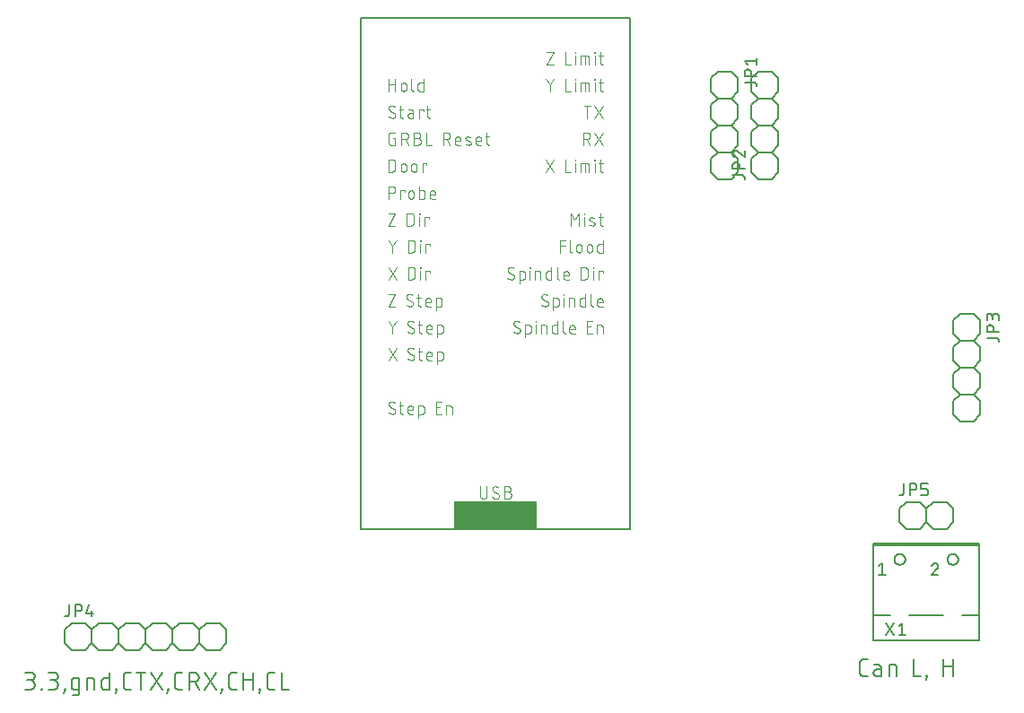
<source format=gbr>
G04 EAGLE Gerber RS-274X export*
G75*
%MOMM*%
%FSLAX34Y34*%
%LPD*%
%INSilkscreen Top*%
%IPPOS*%
%AMOC8*
5,1,8,0,0,1.08239X$1,22.5*%
G01*
%ADD10C,0.152400*%
%ADD11C,0.127000*%
%ADD12C,0.101600*%

G36*
X520765Y164477D02*
X520765Y164477D01*
X520831Y164479D01*
X520874Y164497D01*
X520921Y164505D01*
X520978Y164539D01*
X521038Y164564D01*
X521073Y164595D01*
X521114Y164620D01*
X521156Y164671D01*
X521204Y164715D01*
X521226Y164757D01*
X521255Y164794D01*
X521276Y164856D01*
X521307Y164915D01*
X521315Y164969D01*
X521327Y165006D01*
X521326Y165046D01*
X521334Y165100D01*
X521334Y190500D01*
X521323Y190565D01*
X521321Y190631D01*
X521303Y190674D01*
X521295Y190721D01*
X521261Y190778D01*
X521236Y190838D01*
X521205Y190873D01*
X521180Y190914D01*
X521129Y190956D01*
X521085Y191004D01*
X521043Y191026D01*
X521006Y191055D01*
X520944Y191076D01*
X520885Y191107D01*
X520831Y191115D01*
X520794Y191127D01*
X520754Y191126D01*
X520700Y191134D01*
X444500Y191134D01*
X444435Y191123D01*
X444369Y191121D01*
X444326Y191103D01*
X444279Y191095D01*
X444222Y191061D01*
X444162Y191036D01*
X444127Y191005D01*
X444086Y190980D01*
X444045Y190929D01*
X443996Y190885D01*
X443974Y190843D01*
X443945Y190806D01*
X443924Y190744D01*
X443893Y190685D01*
X443885Y190631D01*
X443873Y190594D01*
X443874Y190566D01*
X443873Y190564D01*
X443873Y190549D01*
X443866Y190500D01*
X443866Y165100D01*
X443877Y165035D01*
X443879Y164969D01*
X443897Y164926D01*
X443905Y164879D01*
X443939Y164822D01*
X443964Y164762D01*
X443995Y164727D01*
X444020Y164686D01*
X444071Y164645D01*
X444115Y164596D01*
X444157Y164574D01*
X444194Y164545D01*
X444256Y164524D01*
X444315Y164493D01*
X444369Y164485D01*
X444406Y164473D01*
X444446Y164474D01*
X444500Y164466D01*
X520700Y164466D01*
X520765Y164477D01*
G37*
D10*
X38862Y13462D02*
X43378Y13462D01*
X43511Y13464D01*
X43643Y13470D01*
X43775Y13480D01*
X43907Y13493D01*
X44039Y13511D01*
X44169Y13532D01*
X44300Y13557D01*
X44429Y13586D01*
X44557Y13619D01*
X44685Y13655D01*
X44811Y13695D01*
X44936Y13739D01*
X45060Y13787D01*
X45182Y13838D01*
X45303Y13893D01*
X45422Y13951D01*
X45540Y14013D01*
X45655Y14078D01*
X45769Y14147D01*
X45880Y14218D01*
X45989Y14294D01*
X46096Y14372D01*
X46201Y14453D01*
X46303Y14538D01*
X46403Y14625D01*
X46500Y14715D01*
X46595Y14808D01*
X46686Y14904D01*
X46775Y15002D01*
X46861Y15103D01*
X46944Y15207D01*
X47024Y15313D01*
X47100Y15421D01*
X47174Y15531D01*
X47244Y15644D01*
X47311Y15758D01*
X47374Y15875D01*
X47434Y15993D01*
X47491Y16113D01*
X47544Y16235D01*
X47593Y16358D01*
X47639Y16482D01*
X47681Y16608D01*
X47719Y16735D01*
X47754Y16863D01*
X47785Y16992D01*
X47812Y17121D01*
X47835Y17252D01*
X47855Y17383D01*
X47870Y17515D01*
X47882Y17647D01*
X47890Y17779D01*
X47894Y17912D01*
X47894Y18044D01*
X47890Y18177D01*
X47882Y18309D01*
X47870Y18441D01*
X47855Y18573D01*
X47835Y18704D01*
X47812Y18835D01*
X47785Y18964D01*
X47754Y19093D01*
X47719Y19221D01*
X47681Y19348D01*
X47639Y19474D01*
X47593Y19598D01*
X47544Y19721D01*
X47491Y19843D01*
X47434Y19963D01*
X47374Y20081D01*
X47311Y20198D01*
X47244Y20312D01*
X47174Y20425D01*
X47100Y20535D01*
X47024Y20643D01*
X46944Y20749D01*
X46861Y20853D01*
X46775Y20954D01*
X46686Y21052D01*
X46595Y21148D01*
X46500Y21241D01*
X46403Y21331D01*
X46303Y21418D01*
X46201Y21503D01*
X46096Y21584D01*
X45989Y21662D01*
X45880Y21738D01*
X45769Y21809D01*
X45655Y21878D01*
X45540Y21943D01*
X45422Y22005D01*
X45303Y22063D01*
X45182Y22118D01*
X45060Y22169D01*
X44936Y22217D01*
X44811Y22261D01*
X44685Y22301D01*
X44557Y22337D01*
X44429Y22370D01*
X44300Y22399D01*
X44169Y22424D01*
X44039Y22445D01*
X43907Y22463D01*
X43775Y22476D01*
X43643Y22486D01*
X43511Y22492D01*
X43378Y22494D01*
X44281Y29718D02*
X38862Y29718D01*
X44281Y29718D02*
X44400Y29716D01*
X44520Y29710D01*
X44639Y29700D01*
X44757Y29686D01*
X44876Y29669D01*
X44993Y29647D01*
X45110Y29622D01*
X45225Y29592D01*
X45340Y29559D01*
X45454Y29522D01*
X45566Y29482D01*
X45677Y29437D01*
X45786Y29389D01*
X45894Y29338D01*
X46000Y29283D01*
X46104Y29224D01*
X46206Y29162D01*
X46306Y29097D01*
X46404Y29028D01*
X46500Y28956D01*
X46593Y28881D01*
X46683Y28804D01*
X46771Y28723D01*
X46856Y28639D01*
X46938Y28552D01*
X47018Y28463D01*
X47094Y28371D01*
X47168Y28277D01*
X47238Y28180D01*
X47305Y28082D01*
X47369Y27981D01*
X47429Y27877D01*
X47486Y27772D01*
X47539Y27665D01*
X47589Y27557D01*
X47635Y27447D01*
X47677Y27335D01*
X47716Y27222D01*
X47751Y27108D01*
X47782Y26993D01*
X47810Y26876D01*
X47833Y26759D01*
X47853Y26642D01*
X47869Y26523D01*
X47881Y26404D01*
X47889Y26285D01*
X47893Y26166D01*
X47893Y26046D01*
X47889Y25927D01*
X47881Y25808D01*
X47869Y25689D01*
X47853Y25570D01*
X47833Y25453D01*
X47810Y25336D01*
X47782Y25219D01*
X47751Y25104D01*
X47716Y24990D01*
X47677Y24877D01*
X47635Y24765D01*
X47589Y24655D01*
X47539Y24547D01*
X47486Y24440D01*
X47429Y24335D01*
X47369Y24231D01*
X47305Y24130D01*
X47238Y24032D01*
X47168Y23935D01*
X47094Y23841D01*
X47018Y23749D01*
X46938Y23660D01*
X46856Y23573D01*
X46771Y23489D01*
X46683Y23408D01*
X46593Y23331D01*
X46500Y23256D01*
X46404Y23184D01*
X46306Y23115D01*
X46206Y23050D01*
X46104Y22988D01*
X46000Y22929D01*
X45894Y22874D01*
X45786Y22823D01*
X45677Y22775D01*
X45566Y22730D01*
X45454Y22690D01*
X45340Y22653D01*
X45225Y22620D01*
X45110Y22590D01*
X44993Y22565D01*
X44876Y22543D01*
X44757Y22526D01*
X44639Y22512D01*
X44520Y22502D01*
X44400Y22496D01*
X44281Y22494D01*
X44281Y22493D02*
X40668Y22493D01*
X53868Y14365D02*
X53868Y13462D01*
X53868Y14365D02*
X54771Y14365D01*
X54771Y13462D01*
X53868Y13462D01*
X60746Y13462D02*
X65261Y13462D01*
X65394Y13464D01*
X65526Y13470D01*
X65658Y13480D01*
X65790Y13493D01*
X65922Y13511D01*
X66052Y13532D01*
X66183Y13557D01*
X66312Y13586D01*
X66440Y13619D01*
X66568Y13655D01*
X66694Y13695D01*
X66819Y13739D01*
X66943Y13787D01*
X67065Y13838D01*
X67186Y13893D01*
X67305Y13951D01*
X67423Y14013D01*
X67538Y14078D01*
X67652Y14147D01*
X67763Y14218D01*
X67872Y14294D01*
X67979Y14372D01*
X68084Y14453D01*
X68186Y14538D01*
X68286Y14625D01*
X68383Y14715D01*
X68478Y14808D01*
X68569Y14904D01*
X68658Y15002D01*
X68744Y15103D01*
X68827Y15207D01*
X68907Y15313D01*
X68983Y15421D01*
X69057Y15531D01*
X69127Y15644D01*
X69194Y15758D01*
X69257Y15875D01*
X69317Y15993D01*
X69374Y16113D01*
X69427Y16235D01*
X69476Y16358D01*
X69522Y16482D01*
X69564Y16608D01*
X69602Y16735D01*
X69637Y16863D01*
X69668Y16992D01*
X69695Y17121D01*
X69718Y17252D01*
X69738Y17383D01*
X69753Y17515D01*
X69765Y17647D01*
X69773Y17779D01*
X69777Y17912D01*
X69777Y18044D01*
X69773Y18177D01*
X69765Y18309D01*
X69753Y18441D01*
X69738Y18573D01*
X69718Y18704D01*
X69695Y18835D01*
X69668Y18964D01*
X69637Y19093D01*
X69602Y19221D01*
X69564Y19348D01*
X69522Y19474D01*
X69476Y19598D01*
X69427Y19721D01*
X69374Y19843D01*
X69317Y19963D01*
X69257Y20081D01*
X69194Y20198D01*
X69127Y20312D01*
X69057Y20425D01*
X68983Y20535D01*
X68907Y20643D01*
X68827Y20749D01*
X68744Y20853D01*
X68658Y20954D01*
X68569Y21052D01*
X68478Y21148D01*
X68383Y21241D01*
X68286Y21331D01*
X68186Y21418D01*
X68084Y21503D01*
X67979Y21584D01*
X67872Y21662D01*
X67763Y21738D01*
X67652Y21809D01*
X67538Y21878D01*
X67423Y21943D01*
X67305Y22005D01*
X67186Y22063D01*
X67065Y22118D01*
X66943Y22169D01*
X66819Y22217D01*
X66694Y22261D01*
X66568Y22301D01*
X66440Y22337D01*
X66312Y22370D01*
X66183Y22399D01*
X66052Y22424D01*
X65922Y22445D01*
X65790Y22463D01*
X65658Y22476D01*
X65526Y22486D01*
X65394Y22492D01*
X65261Y22494D01*
X66164Y29718D02*
X60746Y29718D01*
X66164Y29718D02*
X66283Y29716D01*
X66403Y29710D01*
X66522Y29700D01*
X66640Y29686D01*
X66759Y29669D01*
X66876Y29647D01*
X66993Y29622D01*
X67108Y29592D01*
X67223Y29559D01*
X67337Y29522D01*
X67449Y29482D01*
X67560Y29437D01*
X67669Y29389D01*
X67777Y29338D01*
X67883Y29283D01*
X67987Y29224D01*
X68089Y29162D01*
X68189Y29097D01*
X68287Y29028D01*
X68383Y28956D01*
X68476Y28881D01*
X68566Y28804D01*
X68654Y28723D01*
X68739Y28639D01*
X68821Y28552D01*
X68901Y28463D01*
X68977Y28371D01*
X69051Y28277D01*
X69121Y28180D01*
X69188Y28082D01*
X69252Y27981D01*
X69312Y27877D01*
X69369Y27772D01*
X69422Y27665D01*
X69472Y27557D01*
X69518Y27447D01*
X69560Y27335D01*
X69599Y27222D01*
X69634Y27108D01*
X69665Y26993D01*
X69693Y26876D01*
X69716Y26759D01*
X69736Y26642D01*
X69752Y26523D01*
X69764Y26404D01*
X69772Y26285D01*
X69776Y26166D01*
X69776Y26046D01*
X69772Y25927D01*
X69764Y25808D01*
X69752Y25689D01*
X69736Y25570D01*
X69716Y25453D01*
X69693Y25336D01*
X69665Y25219D01*
X69634Y25104D01*
X69599Y24990D01*
X69560Y24877D01*
X69518Y24765D01*
X69472Y24655D01*
X69422Y24547D01*
X69369Y24440D01*
X69312Y24335D01*
X69252Y24231D01*
X69188Y24130D01*
X69121Y24032D01*
X69051Y23935D01*
X68977Y23841D01*
X68901Y23749D01*
X68821Y23660D01*
X68739Y23573D01*
X68654Y23489D01*
X68566Y23408D01*
X68476Y23331D01*
X68383Y23256D01*
X68287Y23184D01*
X68189Y23115D01*
X68089Y23050D01*
X67987Y22988D01*
X67883Y22929D01*
X67777Y22874D01*
X67669Y22823D01*
X67560Y22775D01*
X67449Y22730D01*
X67337Y22690D01*
X67223Y22653D01*
X67108Y22620D01*
X66993Y22590D01*
X66876Y22565D01*
X66759Y22543D01*
X66640Y22526D01*
X66522Y22512D01*
X66403Y22502D01*
X66283Y22496D01*
X66164Y22494D01*
X66164Y22493D02*
X62552Y22493D01*
X75698Y13462D02*
X76601Y13462D01*
X75698Y13462D02*
X75698Y14365D01*
X76601Y14365D01*
X76601Y13462D01*
X75247Y9850D01*
X85126Y13462D02*
X89642Y13462D01*
X85126Y13462D02*
X85025Y13464D01*
X84924Y13470D01*
X84823Y13479D01*
X84722Y13492D01*
X84622Y13509D01*
X84523Y13530D01*
X84425Y13554D01*
X84328Y13582D01*
X84231Y13614D01*
X84136Y13649D01*
X84043Y13688D01*
X83951Y13730D01*
X83860Y13776D01*
X83772Y13825D01*
X83685Y13877D01*
X83600Y13933D01*
X83517Y13991D01*
X83437Y14053D01*
X83359Y14118D01*
X83283Y14185D01*
X83210Y14255D01*
X83140Y14328D01*
X83073Y14404D01*
X83008Y14482D01*
X82946Y14562D01*
X82888Y14645D01*
X82832Y14730D01*
X82780Y14816D01*
X82731Y14905D01*
X82685Y14996D01*
X82643Y15088D01*
X82604Y15181D01*
X82569Y15276D01*
X82537Y15373D01*
X82509Y15470D01*
X82485Y15568D01*
X82464Y15667D01*
X82447Y15767D01*
X82434Y15868D01*
X82425Y15969D01*
X82419Y16070D01*
X82417Y16171D01*
X82417Y21590D01*
X82419Y21691D01*
X82425Y21792D01*
X82434Y21893D01*
X82447Y21994D01*
X82464Y22094D01*
X82485Y22193D01*
X82509Y22291D01*
X82537Y22388D01*
X82569Y22485D01*
X82604Y22580D01*
X82643Y22673D01*
X82685Y22765D01*
X82731Y22856D01*
X82780Y22944D01*
X82832Y23031D01*
X82888Y23116D01*
X82946Y23199D01*
X83008Y23279D01*
X83073Y23357D01*
X83140Y23433D01*
X83210Y23506D01*
X83283Y23576D01*
X83359Y23643D01*
X83437Y23708D01*
X83517Y23770D01*
X83600Y23828D01*
X83685Y23884D01*
X83772Y23936D01*
X83860Y23985D01*
X83951Y24031D01*
X84043Y24073D01*
X84136Y24112D01*
X84231Y24147D01*
X84328Y24179D01*
X84425Y24207D01*
X84523Y24231D01*
X84622Y24252D01*
X84722Y24269D01*
X84823Y24282D01*
X84924Y24291D01*
X85025Y24297D01*
X85126Y24299D01*
X89642Y24299D01*
X89642Y10753D01*
X89640Y10649D01*
X89634Y10546D01*
X89624Y10442D01*
X89610Y10339D01*
X89592Y10237D01*
X89571Y10136D01*
X89545Y10035D01*
X89516Y9936D01*
X89483Y9837D01*
X89446Y9740D01*
X89405Y9645D01*
X89361Y9551D01*
X89313Y9459D01*
X89262Y9369D01*
X89207Y9280D01*
X89149Y9194D01*
X89087Y9111D01*
X89023Y9029D01*
X88955Y8951D01*
X88885Y8875D01*
X88812Y8801D01*
X88735Y8731D01*
X88657Y8663D01*
X88575Y8599D01*
X88492Y8537D01*
X88406Y8479D01*
X88317Y8424D01*
X88227Y8373D01*
X88135Y8325D01*
X88041Y8281D01*
X87946Y8240D01*
X87849Y8203D01*
X87750Y8170D01*
X87651Y8141D01*
X87550Y8115D01*
X87449Y8094D01*
X87347Y8076D01*
X87244Y8062D01*
X87140Y8052D01*
X87037Y8046D01*
X86933Y8044D01*
X86933Y8043D02*
X83320Y8043D01*
X97080Y13462D02*
X97080Y24299D01*
X101595Y24299D01*
X101699Y24297D01*
X101802Y24291D01*
X101906Y24281D01*
X102009Y24267D01*
X102111Y24249D01*
X102212Y24228D01*
X102313Y24202D01*
X102412Y24173D01*
X102511Y24140D01*
X102608Y24103D01*
X102703Y24062D01*
X102797Y24018D01*
X102889Y23970D01*
X102979Y23919D01*
X103068Y23864D01*
X103154Y23806D01*
X103237Y23744D01*
X103319Y23680D01*
X103397Y23612D01*
X103473Y23542D01*
X103547Y23469D01*
X103617Y23392D01*
X103685Y23314D01*
X103749Y23232D01*
X103811Y23149D01*
X103869Y23063D01*
X103924Y22974D01*
X103975Y22884D01*
X104023Y22792D01*
X104067Y22698D01*
X104108Y22603D01*
X104145Y22506D01*
X104178Y22407D01*
X104207Y22308D01*
X104233Y22207D01*
X104254Y22106D01*
X104272Y22004D01*
X104286Y21901D01*
X104296Y21797D01*
X104302Y21694D01*
X104304Y21590D01*
X104304Y13462D01*
X118299Y13462D02*
X118299Y29718D01*
X118299Y13462D02*
X113784Y13462D01*
X113683Y13464D01*
X113582Y13470D01*
X113481Y13479D01*
X113380Y13492D01*
X113280Y13509D01*
X113181Y13530D01*
X113083Y13554D01*
X112986Y13582D01*
X112889Y13614D01*
X112794Y13649D01*
X112701Y13688D01*
X112609Y13730D01*
X112518Y13776D01*
X112430Y13825D01*
X112343Y13877D01*
X112258Y13933D01*
X112175Y13991D01*
X112095Y14053D01*
X112017Y14118D01*
X111941Y14185D01*
X111868Y14255D01*
X111798Y14328D01*
X111731Y14404D01*
X111666Y14482D01*
X111604Y14562D01*
X111546Y14645D01*
X111490Y14730D01*
X111438Y14816D01*
X111389Y14905D01*
X111343Y14996D01*
X111301Y15088D01*
X111262Y15181D01*
X111227Y15276D01*
X111195Y15373D01*
X111167Y15470D01*
X111143Y15568D01*
X111122Y15667D01*
X111105Y15767D01*
X111092Y15868D01*
X111083Y15969D01*
X111077Y16070D01*
X111075Y16171D01*
X111074Y16171D02*
X111074Y21590D01*
X111075Y21590D02*
X111077Y21691D01*
X111083Y21792D01*
X111092Y21893D01*
X111105Y21994D01*
X111122Y22094D01*
X111143Y22193D01*
X111167Y22291D01*
X111195Y22388D01*
X111227Y22485D01*
X111262Y22580D01*
X111301Y22673D01*
X111343Y22765D01*
X111389Y22856D01*
X111438Y22944D01*
X111490Y23031D01*
X111546Y23116D01*
X111604Y23199D01*
X111666Y23279D01*
X111731Y23357D01*
X111798Y23433D01*
X111868Y23506D01*
X111941Y23576D01*
X112017Y23643D01*
X112095Y23708D01*
X112175Y23770D01*
X112258Y23828D01*
X112343Y23884D01*
X112430Y23936D01*
X112518Y23985D01*
X112609Y24031D01*
X112701Y24073D01*
X112794Y24112D01*
X112889Y24147D01*
X112986Y24179D01*
X113083Y24207D01*
X113181Y24231D01*
X113280Y24252D01*
X113380Y24269D01*
X113481Y24282D01*
X113582Y24291D01*
X113683Y24297D01*
X113784Y24299D01*
X118299Y24299D01*
X124676Y13462D02*
X125579Y13462D01*
X124676Y13462D02*
X124676Y14365D01*
X125579Y14365D01*
X125579Y13462D01*
X124224Y9850D01*
X135180Y13462D02*
X138793Y13462D01*
X135180Y13462D02*
X135062Y13464D01*
X134944Y13470D01*
X134826Y13479D01*
X134709Y13493D01*
X134592Y13510D01*
X134475Y13531D01*
X134360Y13556D01*
X134245Y13585D01*
X134131Y13618D01*
X134019Y13654D01*
X133908Y13694D01*
X133798Y13737D01*
X133689Y13784D01*
X133582Y13834D01*
X133477Y13889D01*
X133374Y13946D01*
X133273Y14007D01*
X133173Y14071D01*
X133076Y14138D01*
X132981Y14208D01*
X132889Y14282D01*
X132798Y14358D01*
X132711Y14438D01*
X132626Y14520D01*
X132544Y14605D01*
X132464Y14692D01*
X132388Y14783D01*
X132314Y14875D01*
X132244Y14970D01*
X132177Y15067D01*
X132113Y15167D01*
X132052Y15268D01*
X131995Y15371D01*
X131940Y15476D01*
X131890Y15583D01*
X131843Y15692D01*
X131800Y15802D01*
X131760Y15913D01*
X131724Y16025D01*
X131691Y16139D01*
X131662Y16254D01*
X131637Y16369D01*
X131616Y16486D01*
X131599Y16603D01*
X131585Y16720D01*
X131576Y16838D01*
X131570Y16956D01*
X131568Y17074D01*
X131568Y26106D01*
X131570Y26224D01*
X131576Y26342D01*
X131585Y26460D01*
X131599Y26577D01*
X131616Y26694D01*
X131637Y26811D01*
X131662Y26926D01*
X131691Y27041D01*
X131724Y27155D01*
X131760Y27267D01*
X131800Y27378D01*
X131843Y27488D01*
X131890Y27597D01*
X131940Y27704D01*
X131994Y27809D01*
X132052Y27912D01*
X132113Y28013D01*
X132177Y28113D01*
X132244Y28210D01*
X132314Y28305D01*
X132388Y28397D01*
X132464Y28488D01*
X132544Y28575D01*
X132626Y28660D01*
X132711Y28742D01*
X132798Y28822D01*
X132889Y28898D01*
X132981Y28972D01*
X133076Y29042D01*
X133173Y29109D01*
X133273Y29173D01*
X133374Y29234D01*
X133477Y29291D01*
X133582Y29345D01*
X133689Y29396D01*
X133798Y29443D01*
X133908Y29486D01*
X134019Y29526D01*
X134131Y29562D01*
X134245Y29595D01*
X134360Y29624D01*
X134475Y29649D01*
X134592Y29670D01*
X134709Y29687D01*
X134826Y29701D01*
X134944Y29710D01*
X135062Y29716D01*
X135180Y29718D01*
X138793Y29718D01*
X148107Y29718D02*
X148107Y13462D01*
X143591Y29718D02*
X152622Y29718D01*
X168115Y29718D02*
X157277Y13462D01*
X168115Y13462D02*
X157277Y29718D01*
X173133Y13462D02*
X174036Y13462D01*
X173133Y13462D02*
X173133Y14365D01*
X174036Y14365D01*
X174036Y13462D01*
X172681Y9850D01*
X183637Y13462D02*
X187249Y13462D01*
X183637Y13462D02*
X183519Y13464D01*
X183401Y13470D01*
X183283Y13479D01*
X183166Y13493D01*
X183049Y13510D01*
X182932Y13531D01*
X182817Y13556D01*
X182702Y13585D01*
X182588Y13618D01*
X182476Y13654D01*
X182365Y13694D01*
X182255Y13737D01*
X182146Y13784D01*
X182039Y13834D01*
X181934Y13889D01*
X181831Y13946D01*
X181730Y14007D01*
X181630Y14071D01*
X181533Y14138D01*
X181438Y14208D01*
X181346Y14282D01*
X181255Y14358D01*
X181168Y14438D01*
X181083Y14520D01*
X181001Y14605D01*
X180921Y14692D01*
X180845Y14783D01*
X180771Y14875D01*
X180701Y14970D01*
X180634Y15067D01*
X180570Y15167D01*
X180509Y15268D01*
X180452Y15371D01*
X180397Y15476D01*
X180347Y15583D01*
X180300Y15692D01*
X180257Y15802D01*
X180217Y15913D01*
X180181Y16025D01*
X180148Y16139D01*
X180119Y16254D01*
X180094Y16369D01*
X180073Y16486D01*
X180056Y16603D01*
X180042Y16720D01*
X180033Y16838D01*
X180027Y16956D01*
X180025Y17074D01*
X180025Y26106D01*
X180027Y26224D01*
X180033Y26342D01*
X180042Y26460D01*
X180056Y26577D01*
X180073Y26694D01*
X180094Y26811D01*
X180119Y26926D01*
X180148Y27041D01*
X180181Y27155D01*
X180217Y27267D01*
X180257Y27378D01*
X180300Y27488D01*
X180347Y27597D01*
X180397Y27704D01*
X180451Y27809D01*
X180509Y27912D01*
X180570Y28013D01*
X180634Y28113D01*
X180701Y28210D01*
X180771Y28305D01*
X180845Y28397D01*
X180921Y28488D01*
X181001Y28575D01*
X181083Y28660D01*
X181168Y28742D01*
X181255Y28822D01*
X181346Y28898D01*
X181438Y28972D01*
X181533Y29042D01*
X181630Y29109D01*
X181730Y29173D01*
X181831Y29234D01*
X181934Y29291D01*
X182039Y29345D01*
X182146Y29396D01*
X182255Y29443D01*
X182365Y29486D01*
X182476Y29526D01*
X182588Y29562D01*
X182702Y29595D01*
X182817Y29624D01*
X182932Y29649D01*
X183049Y29670D01*
X183166Y29687D01*
X183283Y29701D01*
X183401Y29710D01*
X183519Y29716D01*
X183637Y29718D01*
X187249Y29718D01*
X193703Y29718D02*
X193703Y13462D01*
X193703Y29718D02*
X198218Y29718D01*
X198351Y29716D01*
X198483Y29710D01*
X198615Y29700D01*
X198747Y29687D01*
X198879Y29669D01*
X199009Y29648D01*
X199140Y29623D01*
X199269Y29594D01*
X199397Y29561D01*
X199525Y29525D01*
X199651Y29485D01*
X199776Y29441D01*
X199900Y29393D01*
X200022Y29342D01*
X200143Y29287D01*
X200262Y29229D01*
X200380Y29167D01*
X200495Y29102D01*
X200609Y29033D01*
X200720Y28962D01*
X200829Y28886D01*
X200936Y28808D01*
X201041Y28727D01*
X201143Y28642D01*
X201243Y28555D01*
X201340Y28465D01*
X201435Y28372D01*
X201526Y28276D01*
X201615Y28178D01*
X201701Y28077D01*
X201784Y27973D01*
X201864Y27867D01*
X201940Y27759D01*
X202014Y27649D01*
X202084Y27536D01*
X202151Y27422D01*
X202214Y27305D01*
X202274Y27187D01*
X202331Y27067D01*
X202384Y26945D01*
X202433Y26822D01*
X202479Y26698D01*
X202521Y26572D01*
X202559Y26445D01*
X202594Y26317D01*
X202625Y26188D01*
X202652Y26059D01*
X202675Y25928D01*
X202695Y25797D01*
X202710Y25665D01*
X202722Y25533D01*
X202730Y25401D01*
X202734Y25268D01*
X202734Y25136D01*
X202730Y25003D01*
X202722Y24871D01*
X202710Y24739D01*
X202695Y24607D01*
X202675Y24476D01*
X202652Y24345D01*
X202625Y24216D01*
X202594Y24087D01*
X202559Y23959D01*
X202521Y23832D01*
X202479Y23706D01*
X202433Y23582D01*
X202384Y23459D01*
X202331Y23337D01*
X202274Y23217D01*
X202214Y23099D01*
X202151Y22982D01*
X202084Y22868D01*
X202014Y22755D01*
X201940Y22645D01*
X201864Y22537D01*
X201784Y22431D01*
X201701Y22327D01*
X201615Y22226D01*
X201526Y22128D01*
X201435Y22032D01*
X201340Y21939D01*
X201243Y21849D01*
X201143Y21762D01*
X201041Y21677D01*
X200936Y21596D01*
X200829Y21518D01*
X200720Y21442D01*
X200609Y21371D01*
X200495Y21302D01*
X200380Y21237D01*
X200262Y21175D01*
X200143Y21117D01*
X200022Y21062D01*
X199900Y21011D01*
X199776Y20963D01*
X199651Y20919D01*
X199525Y20879D01*
X199397Y20843D01*
X199269Y20810D01*
X199140Y20781D01*
X199009Y20756D01*
X198879Y20735D01*
X198747Y20717D01*
X198615Y20704D01*
X198483Y20694D01*
X198351Y20688D01*
X198218Y20686D01*
X198218Y20687D02*
X193703Y20687D01*
X199121Y20687D02*
X202734Y13462D01*
X208339Y13462D02*
X219177Y29718D01*
X208339Y29718D02*
X219177Y13462D01*
X224195Y13462D02*
X225098Y13462D01*
X224195Y13462D02*
X224195Y14365D01*
X225098Y14365D01*
X225098Y13462D01*
X223743Y9850D01*
X234699Y13462D02*
X238311Y13462D01*
X234699Y13462D02*
X234581Y13464D01*
X234463Y13470D01*
X234345Y13479D01*
X234228Y13493D01*
X234111Y13510D01*
X233994Y13531D01*
X233879Y13556D01*
X233764Y13585D01*
X233650Y13618D01*
X233538Y13654D01*
X233427Y13694D01*
X233317Y13737D01*
X233208Y13784D01*
X233101Y13834D01*
X232996Y13889D01*
X232893Y13946D01*
X232792Y14007D01*
X232692Y14071D01*
X232595Y14138D01*
X232500Y14208D01*
X232408Y14282D01*
X232317Y14358D01*
X232230Y14438D01*
X232145Y14520D01*
X232063Y14605D01*
X231983Y14692D01*
X231907Y14783D01*
X231833Y14875D01*
X231763Y14970D01*
X231696Y15067D01*
X231632Y15167D01*
X231571Y15268D01*
X231514Y15371D01*
X231459Y15476D01*
X231409Y15583D01*
X231362Y15692D01*
X231319Y15802D01*
X231279Y15913D01*
X231243Y16025D01*
X231210Y16139D01*
X231181Y16254D01*
X231156Y16369D01*
X231135Y16486D01*
X231118Y16603D01*
X231104Y16720D01*
X231095Y16838D01*
X231089Y16956D01*
X231087Y17074D01*
X231087Y26106D01*
X231089Y26224D01*
X231095Y26342D01*
X231104Y26460D01*
X231118Y26577D01*
X231135Y26694D01*
X231156Y26811D01*
X231181Y26926D01*
X231210Y27041D01*
X231243Y27155D01*
X231279Y27267D01*
X231319Y27378D01*
X231362Y27488D01*
X231409Y27597D01*
X231459Y27704D01*
X231513Y27809D01*
X231571Y27912D01*
X231632Y28013D01*
X231696Y28113D01*
X231763Y28210D01*
X231833Y28305D01*
X231907Y28397D01*
X231983Y28488D01*
X232063Y28575D01*
X232145Y28660D01*
X232230Y28742D01*
X232317Y28822D01*
X232408Y28898D01*
X232500Y28972D01*
X232595Y29042D01*
X232692Y29109D01*
X232792Y29173D01*
X232893Y29234D01*
X232996Y29291D01*
X233101Y29345D01*
X233208Y29396D01*
X233317Y29443D01*
X233427Y29486D01*
X233538Y29526D01*
X233650Y29562D01*
X233764Y29595D01*
X233879Y29624D01*
X233994Y29649D01*
X234111Y29670D01*
X234228Y29687D01*
X234345Y29701D01*
X234463Y29710D01*
X234581Y29716D01*
X234699Y29718D01*
X238311Y29718D01*
X244673Y29718D02*
X244673Y13462D01*
X244673Y22493D02*
X253704Y22493D01*
X253704Y29718D02*
X253704Y13462D01*
X260147Y13462D02*
X261050Y13462D01*
X260147Y13462D02*
X260147Y14365D01*
X261050Y14365D01*
X261050Y13462D01*
X259695Y9850D01*
X270651Y13462D02*
X274263Y13462D01*
X270651Y13462D02*
X270533Y13464D01*
X270415Y13470D01*
X270297Y13479D01*
X270180Y13493D01*
X270063Y13510D01*
X269946Y13531D01*
X269831Y13556D01*
X269716Y13585D01*
X269602Y13618D01*
X269490Y13654D01*
X269379Y13694D01*
X269269Y13737D01*
X269160Y13784D01*
X269053Y13834D01*
X268948Y13889D01*
X268845Y13946D01*
X268744Y14007D01*
X268644Y14071D01*
X268547Y14138D01*
X268452Y14208D01*
X268360Y14282D01*
X268269Y14358D01*
X268182Y14438D01*
X268097Y14520D01*
X268015Y14605D01*
X267935Y14692D01*
X267859Y14783D01*
X267785Y14875D01*
X267715Y14970D01*
X267648Y15067D01*
X267584Y15167D01*
X267523Y15268D01*
X267466Y15371D01*
X267411Y15476D01*
X267361Y15583D01*
X267314Y15692D01*
X267271Y15802D01*
X267231Y15913D01*
X267195Y16025D01*
X267162Y16139D01*
X267133Y16254D01*
X267108Y16369D01*
X267087Y16486D01*
X267070Y16603D01*
X267056Y16720D01*
X267047Y16838D01*
X267041Y16956D01*
X267039Y17074D01*
X267038Y17074D02*
X267038Y26106D01*
X267039Y26106D02*
X267041Y26224D01*
X267047Y26342D01*
X267056Y26460D01*
X267070Y26577D01*
X267087Y26694D01*
X267108Y26811D01*
X267133Y26926D01*
X267162Y27041D01*
X267195Y27155D01*
X267231Y27267D01*
X267271Y27378D01*
X267314Y27488D01*
X267361Y27597D01*
X267411Y27704D01*
X267465Y27809D01*
X267523Y27912D01*
X267584Y28013D01*
X267648Y28113D01*
X267715Y28210D01*
X267785Y28305D01*
X267859Y28397D01*
X267935Y28488D01*
X268015Y28575D01*
X268097Y28660D01*
X268182Y28742D01*
X268269Y28822D01*
X268360Y28898D01*
X268452Y28972D01*
X268547Y29042D01*
X268644Y29109D01*
X268744Y29173D01*
X268845Y29234D01*
X268948Y29291D01*
X269053Y29345D01*
X269160Y29396D01*
X269269Y29443D01*
X269379Y29486D01*
X269490Y29526D01*
X269602Y29562D01*
X269716Y29595D01*
X269831Y29624D01*
X269946Y29649D01*
X270063Y29670D01*
X270180Y29687D01*
X270297Y29701D01*
X270415Y29710D01*
X270533Y29716D01*
X270651Y29718D01*
X274263Y29718D01*
X280655Y29718D02*
X280655Y13462D01*
X287880Y13462D01*
X829874Y26162D02*
X833487Y26162D01*
X829874Y26162D02*
X829756Y26164D01*
X829638Y26170D01*
X829520Y26179D01*
X829403Y26193D01*
X829286Y26210D01*
X829169Y26231D01*
X829054Y26256D01*
X828939Y26285D01*
X828825Y26318D01*
X828713Y26354D01*
X828602Y26394D01*
X828492Y26437D01*
X828383Y26484D01*
X828276Y26534D01*
X828171Y26589D01*
X828068Y26646D01*
X827967Y26707D01*
X827867Y26771D01*
X827770Y26838D01*
X827675Y26908D01*
X827583Y26982D01*
X827492Y27058D01*
X827405Y27138D01*
X827320Y27220D01*
X827238Y27305D01*
X827158Y27392D01*
X827082Y27483D01*
X827008Y27575D01*
X826938Y27670D01*
X826871Y27767D01*
X826807Y27867D01*
X826746Y27968D01*
X826689Y28071D01*
X826634Y28176D01*
X826584Y28283D01*
X826537Y28392D01*
X826494Y28502D01*
X826454Y28613D01*
X826418Y28725D01*
X826385Y28839D01*
X826356Y28954D01*
X826331Y29069D01*
X826310Y29186D01*
X826293Y29303D01*
X826279Y29420D01*
X826270Y29538D01*
X826264Y29656D01*
X826262Y29774D01*
X826262Y38806D01*
X826264Y38924D01*
X826270Y39042D01*
X826279Y39160D01*
X826293Y39277D01*
X826310Y39394D01*
X826331Y39511D01*
X826356Y39626D01*
X826385Y39741D01*
X826418Y39855D01*
X826454Y39967D01*
X826494Y40078D01*
X826537Y40188D01*
X826584Y40297D01*
X826634Y40404D01*
X826688Y40509D01*
X826746Y40612D01*
X826807Y40713D01*
X826871Y40813D01*
X826938Y40910D01*
X827008Y41005D01*
X827082Y41097D01*
X827158Y41188D01*
X827238Y41275D01*
X827320Y41360D01*
X827405Y41442D01*
X827492Y41522D01*
X827583Y41598D01*
X827675Y41672D01*
X827770Y41742D01*
X827867Y41809D01*
X827967Y41873D01*
X828068Y41934D01*
X828171Y41991D01*
X828276Y42045D01*
X828383Y42096D01*
X828492Y42143D01*
X828602Y42186D01*
X828713Y42226D01*
X828825Y42262D01*
X828939Y42295D01*
X829054Y42324D01*
X829169Y42349D01*
X829286Y42370D01*
X829403Y42387D01*
X829520Y42401D01*
X829638Y42410D01*
X829756Y42416D01*
X829874Y42418D01*
X833487Y42418D01*
X842276Y32484D02*
X846340Y32484D01*
X842276Y32484D02*
X842164Y32482D01*
X842053Y32476D01*
X841942Y32466D01*
X841831Y32453D01*
X841721Y32435D01*
X841612Y32413D01*
X841503Y32388D01*
X841395Y32359D01*
X841289Y32326D01*
X841183Y32289D01*
X841079Y32249D01*
X840977Y32205D01*
X840876Y32157D01*
X840777Y32106D01*
X840679Y32051D01*
X840584Y31993D01*
X840491Y31932D01*
X840400Y31867D01*
X840311Y31799D01*
X840225Y31728D01*
X840142Y31655D01*
X840061Y31578D01*
X839982Y31498D01*
X839907Y31416D01*
X839835Y31331D01*
X839765Y31244D01*
X839699Y31154D01*
X839636Y31062D01*
X839576Y30967D01*
X839520Y30871D01*
X839467Y30773D01*
X839418Y30673D01*
X839372Y30571D01*
X839330Y30468D01*
X839291Y30363D01*
X839256Y30257D01*
X839225Y30150D01*
X839198Y30042D01*
X839174Y29933D01*
X839155Y29823D01*
X839139Y29713D01*
X839127Y29602D01*
X839119Y29490D01*
X839115Y29379D01*
X839115Y29267D01*
X839119Y29156D01*
X839127Y29044D01*
X839139Y28933D01*
X839155Y28823D01*
X839174Y28713D01*
X839198Y28604D01*
X839225Y28496D01*
X839256Y28389D01*
X839291Y28283D01*
X839330Y28178D01*
X839372Y28075D01*
X839418Y27973D01*
X839467Y27873D01*
X839520Y27775D01*
X839576Y27679D01*
X839636Y27584D01*
X839699Y27492D01*
X839765Y27402D01*
X839835Y27315D01*
X839907Y27230D01*
X839982Y27148D01*
X840061Y27068D01*
X840142Y26991D01*
X840225Y26918D01*
X840311Y26847D01*
X840400Y26779D01*
X840491Y26714D01*
X840584Y26653D01*
X840679Y26595D01*
X840777Y26540D01*
X840876Y26489D01*
X840977Y26441D01*
X841079Y26397D01*
X841183Y26357D01*
X841289Y26320D01*
X841395Y26287D01*
X841503Y26258D01*
X841612Y26233D01*
X841721Y26211D01*
X841831Y26193D01*
X841942Y26180D01*
X842053Y26170D01*
X842164Y26164D01*
X842276Y26162D01*
X846340Y26162D01*
X846340Y34290D01*
X846338Y34391D01*
X846332Y34492D01*
X846323Y34593D01*
X846310Y34694D01*
X846293Y34794D01*
X846272Y34893D01*
X846248Y34991D01*
X846220Y35088D01*
X846188Y35185D01*
X846153Y35280D01*
X846114Y35373D01*
X846072Y35465D01*
X846026Y35556D01*
X845977Y35645D01*
X845925Y35731D01*
X845869Y35816D01*
X845811Y35899D01*
X845749Y35979D01*
X845684Y36057D01*
X845617Y36133D01*
X845547Y36206D01*
X845474Y36276D01*
X845398Y36343D01*
X845320Y36408D01*
X845240Y36470D01*
X845157Y36528D01*
X845072Y36584D01*
X844986Y36636D01*
X844897Y36685D01*
X844806Y36731D01*
X844714Y36773D01*
X844621Y36812D01*
X844526Y36847D01*
X844429Y36879D01*
X844332Y36907D01*
X844234Y36931D01*
X844135Y36952D01*
X844035Y36969D01*
X843934Y36982D01*
X843833Y36991D01*
X843732Y36997D01*
X843631Y36999D01*
X840018Y36999D01*
X853778Y36999D02*
X853778Y26162D01*
X853778Y36999D02*
X858293Y36999D01*
X858397Y36997D01*
X858500Y36991D01*
X858604Y36981D01*
X858707Y36967D01*
X858809Y36949D01*
X858910Y36928D01*
X859011Y36902D01*
X859110Y36873D01*
X859209Y36840D01*
X859306Y36803D01*
X859401Y36762D01*
X859495Y36718D01*
X859587Y36670D01*
X859677Y36619D01*
X859766Y36564D01*
X859852Y36506D01*
X859935Y36444D01*
X860017Y36380D01*
X860095Y36312D01*
X860171Y36242D01*
X860245Y36169D01*
X860315Y36092D01*
X860383Y36014D01*
X860447Y35932D01*
X860509Y35849D01*
X860567Y35763D01*
X860622Y35674D01*
X860673Y35584D01*
X860721Y35492D01*
X860765Y35398D01*
X860806Y35303D01*
X860843Y35206D01*
X860876Y35107D01*
X860905Y35008D01*
X860931Y34907D01*
X860952Y34806D01*
X860970Y34704D01*
X860984Y34601D01*
X860994Y34497D01*
X861000Y34394D01*
X861002Y34290D01*
X861003Y34290D02*
X861003Y26162D01*
X876872Y26162D02*
X876872Y42418D01*
X876872Y26162D02*
X884097Y26162D01*
X889190Y26162D02*
X890093Y26162D01*
X889190Y26162D02*
X889190Y27065D01*
X890093Y27065D01*
X890093Y26162D01*
X888738Y22550D01*
X904979Y26162D02*
X904979Y42418D01*
X904979Y35193D02*
X914010Y35193D01*
X914010Y42418D02*
X914010Y26162D01*
D11*
X355600Y165100D02*
X355600Y647700D01*
X609600Y647700D01*
X609600Y165100D01*
X355600Y165100D01*
D12*
X467840Y196794D02*
X467840Y205232D01*
X467839Y196794D02*
X467841Y196681D01*
X467847Y196568D01*
X467857Y196455D01*
X467871Y196342D01*
X467888Y196230D01*
X467910Y196119D01*
X467935Y196009D01*
X467965Y195899D01*
X467998Y195791D01*
X468035Y195684D01*
X468075Y195578D01*
X468120Y195474D01*
X468168Y195371D01*
X468219Y195270D01*
X468274Y195171D01*
X468332Y195074D01*
X468394Y194979D01*
X468459Y194886D01*
X468527Y194796D01*
X468598Y194708D01*
X468673Y194622D01*
X468750Y194539D01*
X468830Y194459D01*
X468913Y194382D01*
X468999Y194307D01*
X469087Y194236D01*
X469177Y194168D01*
X469270Y194103D01*
X469365Y194041D01*
X469462Y193983D01*
X469561Y193928D01*
X469662Y193877D01*
X469765Y193829D01*
X469869Y193784D01*
X469975Y193744D01*
X470082Y193707D01*
X470190Y193674D01*
X470300Y193644D01*
X470410Y193619D01*
X470521Y193597D01*
X470633Y193580D01*
X470746Y193566D01*
X470859Y193556D01*
X470972Y193550D01*
X471085Y193548D01*
X471198Y193550D01*
X471311Y193556D01*
X471424Y193566D01*
X471537Y193580D01*
X471649Y193597D01*
X471760Y193619D01*
X471870Y193644D01*
X471980Y193674D01*
X472088Y193707D01*
X472195Y193744D01*
X472301Y193784D01*
X472405Y193829D01*
X472508Y193877D01*
X472609Y193928D01*
X472708Y193983D01*
X472805Y194041D01*
X472900Y194103D01*
X472993Y194168D01*
X473083Y194236D01*
X473171Y194307D01*
X473257Y194382D01*
X473340Y194459D01*
X473420Y194539D01*
X473497Y194622D01*
X473572Y194708D01*
X473643Y194796D01*
X473711Y194886D01*
X473776Y194979D01*
X473838Y195074D01*
X473896Y195171D01*
X473951Y195270D01*
X474002Y195371D01*
X474050Y195474D01*
X474095Y195578D01*
X474135Y195684D01*
X474172Y195791D01*
X474205Y195899D01*
X474235Y196009D01*
X474260Y196119D01*
X474282Y196230D01*
X474299Y196342D01*
X474313Y196455D01*
X474323Y196568D01*
X474329Y196681D01*
X474331Y196794D01*
X474331Y205232D01*
X485760Y196144D02*
X485758Y196045D01*
X485752Y195945D01*
X485743Y195846D01*
X485730Y195748D01*
X485713Y195650D01*
X485692Y195552D01*
X485667Y195456D01*
X485639Y195361D01*
X485607Y195267D01*
X485572Y195174D01*
X485533Y195082D01*
X485490Y194992D01*
X485445Y194904D01*
X485395Y194817D01*
X485343Y194733D01*
X485287Y194650D01*
X485229Y194570D01*
X485167Y194492D01*
X485102Y194417D01*
X485034Y194344D01*
X484964Y194274D01*
X484891Y194206D01*
X484816Y194141D01*
X484738Y194079D01*
X484658Y194021D01*
X484575Y193965D01*
X484491Y193913D01*
X484404Y193863D01*
X484316Y193818D01*
X484226Y193775D01*
X484134Y193736D01*
X484041Y193701D01*
X483947Y193669D01*
X483852Y193641D01*
X483756Y193616D01*
X483658Y193595D01*
X483560Y193578D01*
X483462Y193565D01*
X483363Y193556D01*
X483263Y193550D01*
X483164Y193548D01*
X483020Y193550D01*
X482875Y193556D01*
X482731Y193565D01*
X482588Y193578D01*
X482444Y193595D01*
X482301Y193616D01*
X482159Y193641D01*
X482018Y193669D01*
X481877Y193701D01*
X481737Y193737D01*
X481598Y193776D01*
X481460Y193819D01*
X481324Y193866D01*
X481188Y193916D01*
X481054Y193970D01*
X480922Y194027D01*
X480791Y194088D01*
X480662Y194152D01*
X480534Y194220D01*
X480408Y194290D01*
X480284Y194365D01*
X480163Y194442D01*
X480043Y194523D01*
X479925Y194606D01*
X479810Y194693D01*
X479697Y194783D01*
X479586Y194876D01*
X479478Y194971D01*
X479372Y195070D01*
X479269Y195171D01*
X479595Y202636D02*
X479597Y202735D01*
X479603Y202835D01*
X479612Y202934D01*
X479625Y203032D01*
X479642Y203130D01*
X479663Y203228D01*
X479688Y203324D01*
X479716Y203419D01*
X479748Y203513D01*
X479783Y203606D01*
X479822Y203698D01*
X479865Y203788D01*
X479910Y203876D01*
X479960Y203963D01*
X480012Y204047D01*
X480068Y204130D01*
X480126Y204210D01*
X480188Y204288D01*
X480253Y204363D01*
X480321Y204436D01*
X480391Y204506D01*
X480464Y204574D01*
X480539Y204639D01*
X480617Y204701D01*
X480697Y204759D01*
X480780Y204815D01*
X480864Y204867D01*
X480951Y204917D01*
X481039Y204962D01*
X481129Y205005D01*
X481221Y205044D01*
X481314Y205079D01*
X481408Y205111D01*
X481503Y205139D01*
X481600Y205164D01*
X481697Y205185D01*
X481795Y205202D01*
X481893Y205215D01*
X481992Y205224D01*
X482092Y205230D01*
X482191Y205232D01*
X482327Y205230D01*
X482463Y205224D01*
X482599Y205215D01*
X482735Y205202D01*
X482870Y205184D01*
X483004Y205164D01*
X483138Y205139D01*
X483272Y205111D01*
X483404Y205078D01*
X483535Y205043D01*
X483666Y205003D01*
X483795Y204960D01*
X483923Y204914D01*
X484049Y204863D01*
X484175Y204810D01*
X484298Y204752D01*
X484420Y204692D01*
X484540Y204628D01*
X484659Y204560D01*
X484775Y204490D01*
X484889Y204416D01*
X485002Y204339D01*
X485112Y204258D01*
X480892Y200364D02*
X480806Y200417D01*
X480722Y200474D01*
X480640Y200533D01*
X480560Y200596D01*
X480483Y200662D01*
X480408Y200730D01*
X480336Y200802D01*
X480267Y200876D01*
X480201Y200953D01*
X480138Y201032D01*
X480078Y201114D01*
X480021Y201198D01*
X479967Y201284D01*
X479917Y201372D01*
X479870Y201462D01*
X479826Y201553D01*
X479787Y201647D01*
X479750Y201741D01*
X479718Y201837D01*
X479689Y201935D01*
X479664Y202033D01*
X479643Y202132D01*
X479625Y202232D01*
X479612Y202332D01*
X479602Y202433D01*
X479596Y202535D01*
X479594Y202636D01*
X484463Y198416D02*
X484549Y198363D01*
X484633Y198306D01*
X484715Y198247D01*
X484795Y198184D01*
X484872Y198118D01*
X484947Y198050D01*
X485019Y197978D01*
X485088Y197904D01*
X485154Y197827D01*
X485217Y197748D01*
X485277Y197666D01*
X485334Y197582D01*
X485388Y197496D01*
X485438Y197408D01*
X485485Y197318D01*
X485529Y197227D01*
X485568Y197133D01*
X485605Y197039D01*
X485637Y196943D01*
X485666Y196845D01*
X485691Y196747D01*
X485712Y196648D01*
X485730Y196548D01*
X485743Y196448D01*
X485753Y196347D01*
X485759Y196245D01*
X485761Y196144D01*
X484463Y198416D02*
X480893Y200364D01*
X490869Y200039D02*
X494115Y200039D01*
X494115Y200040D02*
X494228Y200038D01*
X494341Y200032D01*
X494454Y200022D01*
X494567Y200008D01*
X494679Y199991D01*
X494790Y199969D01*
X494900Y199944D01*
X495010Y199914D01*
X495118Y199881D01*
X495225Y199844D01*
X495331Y199804D01*
X495435Y199759D01*
X495538Y199711D01*
X495639Y199660D01*
X495738Y199605D01*
X495835Y199547D01*
X495930Y199485D01*
X496023Y199420D01*
X496113Y199352D01*
X496201Y199281D01*
X496287Y199206D01*
X496370Y199129D01*
X496450Y199049D01*
X496527Y198966D01*
X496602Y198880D01*
X496673Y198792D01*
X496741Y198702D01*
X496806Y198609D01*
X496868Y198514D01*
X496926Y198417D01*
X496981Y198318D01*
X497032Y198217D01*
X497080Y198114D01*
X497125Y198010D01*
X497165Y197904D01*
X497202Y197797D01*
X497235Y197689D01*
X497265Y197579D01*
X497290Y197469D01*
X497312Y197358D01*
X497329Y197246D01*
X497343Y197133D01*
X497353Y197020D01*
X497359Y196907D01*
X497361Y196794D01*
X497359Y196681D01*
X497353Y196568D01*
X497343Y196455D01*
X497329Y196342D01*
X497312Y196230D01*
X497290Y196119D01*
X497265Y196009D01*
X497235Y195899D01*
X497202Y195791D01*
X497165Y195684D01*
X497125Y195578D01*
X497080Y195474D01*
X497032Y195371D01*
X496981Y195270D01*
X496926Y195171D01*
X496868Y195074D01*
X496806Y194979D01*
X496741Y194886D01*
X496673Y194796D01*
X496602Y194708D01*
X496527Y194622D01*
X496450Y194539D01*
X496370Y194459D01*
X496287Y194382D01*
X496201Y194307D01*
X496113Y194236D01*
X496023Y194168D01*
X495930Y194103D01*
X495835Y194041D01*
X495738Y193983D01*
X495639Y193928D01*
X495538Y193877D01*
X495435Y193829D01*
X495331Y193784D01*
X495225Y193744D01*
X495118Y193707D01*
X495010Y193674D01*
X494900Y193644D01*
X494790Y193619D01*
X494679Y193597D01*
X494567Y193580D01*
X494454Y193566D01*
X494341Y193556D01*
X494228Y193550D01*
X494115Y193548D01*
X490869Y193548D01*
X490869Y205232D01*
X494115Y205232D01*
X494216Y205230D01*
X494316Y205224D01*
X494416Y205214D01*
X494516Y205201D01*
X494615Y205183D01*
X494714Y205162D01*
X494811Y205137D01*
X494908Y205108D01*
X495003Y205075D01*
X495097Y205039D01*
X495189Y204999D01*
X495280Y204956D01*
X495369Y204909D01*
X495456Y204859D01*
X495542Y204805D01*
X495625Y204748D01*
X495705Y204688D01*
X495784Y204625D01*
X495860Y204558D01*
X495933Y204489D01*
X496003Y204417D01*
X496071Y204343D01*
X496136Y204266D01*
X496197Y204186D01*
X496256Y204104D01*
X496311Y204020D01*
X496363Y203934D01*
X496412Y203846D01*
X496457Y203756D01*
X496499Y203664D01*
X496537Y203571D01*
X496571Y203476D01*
X496602Y203381D01*
X496629Y203284D01*
X496652Y203186D01*
X496672Y203087D01*
X496687Y202987D01*
X496699Y202887D01*
X496707Y202787D01*
X496711Y202686D01*
X496711Y202586D01*
X496707Y202485D01*
X496699Y202385D01*
X496687Y202285D01*
X496672Y202185D01*
X496652Y202086D01*
X496629Y201988D01*
X496602Y201891D01*
X496571Y201796D01*
X496537Y201701D01*
X496499Y201608D01*
X496457Y201516D01*
X496412Y201426D01*
X496363Y201338D01*
X496311Y201252D01*
X496256Y201168D01*
X496197Y201086D01*
X496136Y201006D01*
X496071Y200929D01*
X496003Y200855D01*
X495933Y200783D01*
X495860Y200714D01*
X495784Y200647D01*
X495705Y200584D01*
X495625Y200524D01*
X495542Y200467D01*
X495456Y200413D01*
X495369Y200363D01*
X495280Y200316D01*
X495189Y200273D01*
X495097Y200233D01*
X495003Y200197D01*
X494908Y200164D01*
X494811Y200135D01*
X494714Y200110D01*
X494615Y200089D01*
X494516Y200071D01*
X494416Y200058D01*
X494316Y200048D01*
X494216Y200042D01*
X494115Y200040D01*
X569129Y552958D02*
X569129Y564642D01*
X565884Y564642D02*
X572375Y564642D01*
X583692Y564642D02*
X575903Y552958D01*
X583692Y552958D02*
X575903Y564642D01*
X565195Y539242D02*
X565195Y527558D01*
X565195Y539242D02*
X568441Y539242D01*
X568554Y539240D01*
X568667Y539234D01*
X568780Y539224D01*
X568893Y539210D01*
X569005Y539193D01*
X569116Y539171D01*
X569226Y539146D01*
X569336Y539116D01*
X569444Y539083D01*
X569551Y539046D01*
X569657Y539006D01*
X569761Y538961D01*
X569864Y538913D01*
X569965Y538862D01*
X570064Y538807D01*
X570161Y538749D01*
X570256Y538687D01*
X570349Y538622D01*
X570439Y538554D01*
X570527Y538483D01*
X570613Y538408D01*
X570696Y538331D01*
X570776Y538251D01*
X570853Y538168D01*
X570928Y538082D01*
X570999Y537994D01*
X571067Y537904D01*
X571132Y537811D01*
X571194Y537716D01*
X571252Y537619D01*
X571307Y537520D01*
X571358Y537419D01*
X571406Y537316D01*
X571451Y537212D01*
X571491Y537106D01*
X571528Y536999D01*
X571561Y536891D01*
X571591Y536781D01*
X571616Y536671D01*
X571638Y536560D01*
X571655Y536448D01*
X571669Y536335D01*
X571679Y536222D01*
X571685Y536109D01*
X571687Y535996D01*
X571685Y535883D01*
X571679Y535770D01*
X571669Y535657D01*
X571655Y535544D01*
X571638Y535432D01*
X571616Y535321D01*
X571591Y535211D01*
X571561Y535101D01*
X571528Y534993D01*
X571491Y534886D01*
X571451Y534780D01*
X571406Y534676D01*
X571358Y534573D01*
X571307Y534472D01*
X571252Y534373D01*
X571194Y534276D01*
X571132Y534181D01*
X571067Y534088D01*
X570999Y533998D01*
X570928Y533910D01*
X570853Y533824D01*
X570776Y533741D01*
X570696Y533661D01*
X570613Y533584D01*
X570527Y533509D01*
X570439Y533438D01*
X570349Y533370D01*
X570256Y533305D01*
X570161Y533243D01*
X570064Y533185D01*
X569965Y533130D01*
X569864Y533079D01*
X569761Y533031D01*
X569657Y532986D01*
X569551Y532946D01*
X569444Y532909D01*
X569336Y532876D01*
X569226Y532846D01*
X569116Y532821D01*
X569005Y532799D01*
X568893Y532782D01*
X568780Y532768D01*
X568667Y532758D01*
X568554Y532752D01*
X568441Y532750D01*
X568441Y532751D02*
X565195Y532751D01*
X569090Y532751D02*
X571687Y527558D01*
X575903Y527558D02*
X583692Y539242D01*
X575903Y539242D02*
X583692Y527558D01*
X533831Y584525D02*
X529936Y590042D01*
X533831Y584525D02*
X537726Y590042D01*
X533831Y584525D02*
X533831Y578358D01*
X548515Y578358D02*
X548515Y590042D01*
X548515Y578358D02*
X553708Y578358D01*
X557834Y578358D02*
X557834Y586147D01*
X557510Y589393D02*
X557510Y590042D01*
X558159Y590042D01*
X558159Y589393D01*
X557510Y589393D01*
X563083Y586147D02*
X563083Y578358D01*
X563083Y586147D02*
X568925Y586147D01*
X569012Y586145D01*
X569100Y586139D01*
X569186Y586129D01*
X569273Y586116D01*
X569358Y586098D01*
X569443Y586077D01*
X569527Y586052D01*
X569609Y586023D01*
X569690Y585990D01*
X569770Y585954D01*
X569848Y585915D01*
X569924Y585871D01*
X569998Y585825D01*
X570069Y585775D01*
X570139Y585722D01*
X570206Y585666D01*
X570270Y585607D01*
X570332Y585545D01*
X570391Y585481D01*
X570447Y585414D01*
X570500Y585344D01*
X570550Y585273D01*
X570596Y585199D01*
X570640Y585123D01*
X570679Y585045D01*
X570715Y584965D01*
X570748Y584884D01*
X570777Y584802D01*
X570802Y584718D01*
X570823Y584633D01*
X570841Y584548D01*
X570854Y584461D01*
X570864Y584375D01*
X570870Y584287D01*
X570872Y584200D01*
X570873Y584200D02*
X570873Y578358D01*
X566978Y578358D02*
X566978Y586147D01*
X576122Y586147D02*
X576122Y578358D01*
X575798Y589393D02*
X575798Y590042D01*
X576447Y590042D01*
X576447Y589393D01*
X575798Y589393D01*
X579797Y586147D02*
X583692Y586147D01*
X581096Y590042D02*
X581096Y580305D01*
X581098Y580218D01*
X581104Y580130D01*
X581114Y580044D01*
X581127Y579957D01*
X581145Y579872D01*
X581166Y579787D01*
X581191Y579703D01*
X581220Y579621D01*
X581253Y579540D01*
X581289Y579460D01*
X581328Y579382D01*
X581372Y579306D01*
X581418Y579232D01*
X581468Y579161D01*
X581521Y579091D01*
X581577Y579024D01*
X581636Y578960D01*
X581698Y578898D01*
X581762Y578839D01*
X581829Y578783D01*
X581899Y578730D01*
X581970Y578680D01*
X582044Y578634D01*
X582120Y578590D01*
X582198Y578551D01*
X582278Y578515D01*
X582359Y578482D01*
X582441Y578453D01*
X582525Y578428D01*
X582610Y578407D01*
X582695Y578389D01*
X582782Y578376D01*
X582868Y578366D01*
X582956Y578360D01*
X583043Y578358D01*
X583692Y578358D01*
X537458Y615442D02*
X530967Y615442D01*
X537458Y615442D02*
X530967Y603758D01*
X537458Y603758D01*
X548515Y603758D02*
X548515Y615442D01*
X548515Y603758D02*
X553708Y603758D01*
X557834Y603758D02*
X557834Y611547D01*
X557510Y614793D02*
X557510Y615442D01*
X558159Y615442D01*
X558159Y614793D01*
X557510Y614793D01*
X563083Y611547D02*
X563083Y603758D01*
X563083Y611547D02*
X568925Y611547D01*
X569012Y611545D01*
X569100Y611539D01*
X569186Y611529D01*
X569273Y611516D01*
X569358Y611498D01*
X569443Y611477D01*
X569527Y611452D01*
X569609Y611423D01*
X569690Y611390D01*
X569770Y611354D01*
X569848Y611315D01*
X569924Y611271D01*
X569998Y611225D01*
X570069Y611175D01*
X570139Y611122D01*
X570206Y611066D01*
X570270Y611007D01*
X570332Y610945D01*
X570391Y610881D01*
X570447Y610814D01*
X570500Y610744D01*
X570550Y610673D01*
X570596Y610599D01*
X570640Y610523D01*
X570679Y610445D01*
X570715Y610365D01*
X570748Y610284D01*
X570777Y610202D01*
X570802Y610118D01*
X570823Y610033D01*
X570841Y609948D01*
X570854Y609861D01*
X570864Y609775D01*
X570870Y609687D01*
X570872Y609600D01*
X570873Y609600D02*
X570873Y603758D01*
X566978Y603758D02*
X566978Y611547D01*
X576122Y611547D02*
X576122Y603758D01*
X575798Y614793D02*
X575798Y615442D01*
X576447Y615442D01*
X576447Y614793D01*
X575798Y614793D01*
X579797Y611547D02*
X583692Y611547D01*
X581096Y615442D02*
X581096Y605705D01*
X581098Y605618D01*
X581104Y605530D01*
X581114Y605444D01*
X581127Y605357D01*
X581145Y605272D01*
X581166Y605187D01*
X581191Y605103D01*
X581220Y605021D01*
X581253Y604940D01*
X581289Y604860D01*
X581328Y604782D01*
X581372Y604706D01*
X581418Y604632D01*
X581468Y604561D01*
X581521Y604491D01*
X581577Y604424D01*
X581636Y604360D01*
X581698Y604298D01*
X581762Y604239D01*
X581829Y604183D01*
X581899Y604130D01*
X581970Y604080D01*
X582044Y604034D01*
X582120Y603990D01*
X582198Y603951D01*
X582278Y603915D01*
X582359Y603882D01*
X582441Y603853D01*
X582525Y603828D01*
X582610Y603807D01*
X582695Y603789D01*
X582782Y603776D01*
X582868Y603766D01*
X582956Y603760D01*
X583043Y603758D01*
X583692Y603758D01*
X537726Y513842D02*
X529936Y502158D01*
X537726Y502158D02*
X529936Y513842D01*
X548515Y513842D02*
X548515Y502158D01*
X553708Y502158D01*
X557834Y502158D02*
X557834Y509947D01*
X557510Y513193D02*
X557510Y513842D01*
X558159Y513842D01*
X558159Y513193D01*
X557510Y513193D01*
X563083Y509947D02*
X563083Y502158D01*
X563083Y509947D02*
X568925Y509947D01*
X569012Y509945D01*
X569100Y509939D01*
X569186Y509929D01*
X569273Y509916D01*
X569358Y509898D01*
X569443Y509877D01*
X569527Y509852D01*
X569609Y509823D01*
X569690Y509790D01*
X569770Y509754D01*
X569848Y509715D01*
X569924Y509671D01*
X569998Y509625D01*
X570069Y509575D01*
X570139Y509522D01*
X570206Y509466D01*
X570270Y509407D01*
X570332Y509345D01*
X570391Y509281D01*
X570447Y509214D01*
X570500Y509144D01*
X570550Y509073D01*
X570596Y508999D01*
X570640Y508923D01*
X570679Y508845D01*
X570715Y508765D01*
X570748Y508684D01*
X570777Y508602D01*
X570802Y508518D01*
X570823Y508433D01*
X570841Y508348D01*
X570854Y508261D01*
X570864Y508175D01*
X570870Y508087D01*
X570872Y508000D01*
X570873Y508000D02*
X570873Y502158D01*
X566978Y502158D02*
X566978Y509947D01*
X576122Y509947D02*
X576122Y502158D01*
X575798Y513193D02*
X575798Y513842D01*
X576447Y513842D01*
X576447Y513193D01*
X575798Y513193D01*
X579797Y509947D02*
X583692Y509947D01*
X581096Y513842D02*
X581096Y504105D01*
X581098Y504018D01*
X581104Y503930D01*
X581114Y503844D01*
X581127Y503757D01*
X581145Y503672D01*
X581166Y503587D01*
X581191Y503503D01*
X581220Y503421D01*
X581253Y503340D01*
X581289Y503260D01*
X581328Y503182D01*
X581372Y503106D01*
X581418Y503032D01*
X581468Y502961D01*
X581521Y502891D01*
X581577Y502824D01*
X581636Y502760D01*
X581698Y502698D01*
X581762Y502639D01*
X581829Y502583D01*
X581899Y502530D01*
X581970Y502480D01*
X582044Y502434D01*
X582120Y502390D01*
X582198Y502351D01*
X582278Y502315D01*
X582359Y502282D01*
X582441Y502253D01*
X582525Y502228D01*
X582610Y502207D01*
X582695Y502189D01*
X582782Y502176D01*
X582868Y502166D01*
X582956Y502160D01*
X583043Y502158D01*
X583692Y502158D01*
X553177Y463042D02*
X553177Y451358D01*
X557072Y456551D02*
X553177Y463042D01*
X557072Y456551D02*
X560967Y463042D01*
X560967Y451358D01*
X566216Y451358D02*
X566216Y459147D01*
X565892Y462393D02*
X565892Y463042D01*
X566541Y463042D01*
X566541Y462393D01*
X565892Y462393D01*
X571832Y455902D02*
X575078Y454604D01*
X571832Y455901D02*
X571757Y455934D01*
X571683Y455970D01*
X571611Y456009D01*
X571541Y456052D01*
X571474Y456098D01*
X571408Y456148D01*
X571346Y456200D01*
X571285Y456256D01*
X571228Y456314D01*
X571173Y456375D01*
X571122Y456439D01*
X571074Y456505D01*
X571029Y456574D01*
X570987Y456644D01*
X570949Y456717D01*
X570914Y456791D01*
X570883Y456867D01*
X570856Y456944D01*
X570833Y457023D01*
X570813Y457102D01*
X570798Y457183D01*
X570786Y457264D01*
X570778Y457346D01*
X570774Y457427D01*
X570775Y457509D01*
X570779Y457591D01*
X570787Y457673D01*
X570799Y457754D01*
X570815Y457834D01*
X570835Y457914D01*
X570859Y457992D01*
X570887Y458069D01*
X570918Y458145D01*
X570953Y458219D01*
X570991Y458291D01*
X571033Y458362D01*
X571079Y458430D01*
X571127Y458496D01*
X571179Y458559D01*
X571234Y458620D01*
X571292Y458678D01*
X571352Y458734D01*
X571415Y458786D01*
X571481Y458835D01*
X571549Y458881D01*
X571619Y458923D01*
X571691Y458963D01*
X571765Y458998D01*
X571840Y459030D01*
X571917Y459058D01*
X571995Y459082D01*
X572075Y459103D01*
X572155Y459120D01*
X572236Y459132D01*
X572317Y459141D01*
X572399Y459146D01*
X572481Y459147D01*
X572658Y459143D01*
X572835Y459134D01*
X573012Y459120D01*
X573189Y459103D01*
X573364Y459081D01*
X573540Y459056D01*
X573714Y459025D01*
X573888Y458991D01*
X574061Y458953D01*
X574233Y458910D01*
X574404Y458863D01*
X574574Y458813D01*
X574743Y458758D01*
X574910Y458699D01*
X575075Y458636D01*
X575240Y458569D01*
X575402Y458498D01*
X575078Y454604D02*
X575153Y454571D01*
X575227Y454535D01*
X575299Y454496D01*
X575369Y454453D01*
X575436Y454407D01*
X575502Y454357D01*
X575564Y454305D01*
X575625Y454249D01*
X575682Y454191D01*
X575737Y454130D01*
X575788Y454066D01*
X575836Y454000D01*
X575881Y453931D01*
X575923Y453861D01*
X575961Y453788D01*
X575996Y453714D01*
X576027Y453638D01*
X576054Y453561D01*
X576077Y453482D01*
X576097Y453403D01*
X576112Y453322D01*
X576124Y453241D01*
X576132Y453159D01*
X576136Y453078D01*
X576135Y452996D01*
X576131Y452914D01*
X576123Y452832D01*
X576111Y452751D01*
X576095Y452671D01*
X576075Y452591D01*
X576051Y452513D01*
X576023Y452436D01*
X575992Y452360D01*
X575957Y452286D01*
X575919Y452214D01*
X575877Y452143D01*
X575831Y452075D01*
X575783Y452009D01*
X575731Y451946D01*
X575676Y451885D01*
X575618Y451827D01*
X575558Y451771D01*
X575495Y451719D01*
X575429Y451670D01*
X575361Y451624D01*
X575291Y451582D01*
X575219Y451542D01*
X575145Y451507D01*
X575070Y451475D01*
X574993Y451447D01*
X574915Y451423D01*
X574835Y451402D01*
X574755Y451385D01*
X574674Y451373D01*
X574593Y451364D01*
X574511Y451359D01*
X574429Y451358D01*
X574169Y451365D01*
X573909Y451378D01*
X573649Y451397D01*
X573390Y451422D01*
X573131Y451454D01*
X572874Y451491D01*
X572617Y451535D01*
X572361Y451584D01*
X572107Y451640D01*
X571854Y451701D01*
X571603Y451769D01*
X571353Y451843D01*
X571105Y451922D01*
X570859Y452007D01*
X579797Y459147D02*
X583692Y459147D01*
X581096Y463042D02*
X581096Y453305D01*
X581098Y453218D01*
X581104Y453130D01*
X581114Y453044D01*
X581127Y452957D01*
X581145Y452872D01*
X581166Y452787D01*
X581191Y452703D01*
X581220Y452621D01*
X581253Y452540D01*
X581289Y452460D01*
X581328Y452382D01*
X581372Y452306D01*
X581418Y452232D01*
X581468Y452161D01*
X581521Y452091D01*
X581577Y452024D01*
X581636Y451960D01*
X581698Y451898D01*
X581762Y451839D01*
X581829Y451783D01*
X581899Y451730D01*
X581970Y451680D01*
X582044Y451634D01*
X582120Y451590D01*
X582198Y451551D01*
X582278Y451515D01*
X582359Y451482D01*
X582441Y451453D01*
X582525Y451428D01*
X582610Y451407D01*
X582695Y451389D01*
X582782Y451376D01*
X582868Y451366D01*
X582956Y451360D01*
X583043Y451358D01*
X583692Y451358D01*
X543261Y437642D02*
X543261Y425958D01*
X543261Y437642D02*
X548453Y437642D01*
X548453Y432449D02*
X543261Y432449D01*
X552800Y427905D02*
X552800Y437642D01*
X552800Y427905D02*
X552802Y427818D01*
X552808Y427730D01*
X552818Y427644D01*
X552831Y427557D01*
X552849Y427472D01*
X552870Y427387D01*
X552895Y427303D01*
X552924Y427221D01*
X552957Y427140D01*
X552993Y427060D01*
X553032Y426982D01*
X553076Y426906D01*
X553122Y426832D01*
X553172Y426761D01*
X553225Y426691D01*
X553281Y426624D01*
X553340Y426560D01*
X553402Y426498D01*
X553466Y426439D01*
X553533Y426383D01*
X553603Y426330D01*
X553674Y426280D01*
X553748Y426234D01*
X553824Y426190D01*
X553902Y426151D01*
X553982Y426115D01*
X554063Y426082D01*
X554145Y426053D01*
X554229Y426028D01*
X554314Y426007D01*
X554399Y425989D01*
X554486Y425976D01*
X554572Y425966D01*
X554660Y425960D01*
X554747Y425958D01*
X558746Y428554D02*
X558746Y431151D01*
X558748Y431252D01*
X558754Y431352D01*
X558764Y431452D01*
X558777Y431552D01*
X558795Y431651D01*
X558816Y431750D01*
X558841Y431847D01*
X558870Y431944D01*
X558903Y432039D01*
X558939Y432133D01*
X558979Y432225D01*
X559022Y432316D01*
X559069Y432405D01*
X559119Y432492D01*
X559173Y432578D01*
X559230Y432661D01*
X559290Y432741D01*
X559353Y432820D01*
X559420Y432896D01*
X559489Y432969D01*
X559561Y433039D01*
X559635Y433107D01*
X559712Y433172D01*
X559792Y433233D01*
X559874Y433292D01*
X559958Y433347D01*
X560044Y433399D01*
X560132Y433448D01*
X560222Y433493D01*
X560314Y433535D01*
X560407Y433573D01*
X560502Y433607D01*
X560597Y433638D01*
X560694Y433665D01*
X560792Y433688D01*
X560891Y433708D01*
X560991Y433723D01*
X561091Y433735D01*
X561191Y433743D01*
X561292Y433747D01*
X561392Y433747D01*
X561493Y433743D01*
X561593Y433735D01*
X561693Y433723D01*
X561793Y433708D01*
X561892Y433688D01*
X561990Y433665D01*
X562087Y433638D01*
X562182Y433607D01*
X562277Y433573D01*
X562370Y433535D01*
X562462Y433493D01*
X562552Y433448D01*
X562640Y433399D01*
X562726Y433347D01*
X562810Y433292D01*
X562892Y433233D01*
X562972Y433172D01*
X563049Y433107D01*
X563123Y433039D01*
X563195Y432969D01*
X563264Y432896D01*
X563331Y432820D01*
X563394Y432741D01*
X563454Y432661D01*
X563511Y432578D01*
X563565Y432492D01*
X563615Y432405D01*
X563662Y432316D01*
X563705Y432225D01*
X563745Y432133D01*
X563781Y432039D01*
X563814Y431944D01*
X563843Y431847D01*
X563868Y431750D01*
X563889Y431651D01*
X563907Y431552D01*
X563920Y431452D01*
X563930Y431352D01*
X563936Y431252D01*
X563938Y431151D01*
X563939Y431151D02*
X563939Y428554D01*
X563938Y428554D02*
X563936Y428453D01*
X563930Y428353D01*
X563920Y428253D01*
X563907Y428153D01*
X563889Y428054D01*
X563868Y427955D01*
X563843Y427858D01*
X563814Y427761D01*
X563781Y427666D01*
X563745Y427572D01*
X563705Y427480D01*
X563662Y427389D01*
X563615Y427300D01*
X563565Y427213D01*
X563511Y427127D01*
X563454Y427044D01*
X563394Y426964D01*
X563331Y426885D01*
X563264Y426809D01*
X563195Y426736D01*
X563123Y426666D01*
X563049Y426598D01*
X562972Y426533D01*
X562892Y426472D01*
X562810Y426413D01*
X562726Y426358D01*
X562640Y426306D01*
X562552Y426257D01*
X562462Y426212D01*
X562370Y426170D01*
X562277Y426132D01*
X562182Y426098D01*
X562087Y426067D01*
X561990Y426040D01*
X561892Y426017D01*
X561793Y425997D01*
X561693Y425982D01*
X561593Y425970D01*
X561493Y425962D01*
X561392Y425958D01*
X561292Y425958D01*
X561191Y425962D01*
X561091Y425970D01*
X560991Y425982D01*
X560891Y425997D01*
X560792Y426017D01*
X560694Y426040D01*
X560597Y426067D01*
X560502Y426098D01*
X560407Y426132D01*
X560314Y426170D01*
X560222Y426212D01*
X560132Y426257D01*
X560044Y426306D01*
X559958Y426358D01*
X559874Y426413D01*
X559792Y426472D01*
X559712Y426533D01*
X559635Y426598D01*
X559561Y426666D01*
X559489Y426736D01*
X559420Y426809D01*
X559353Y426885D01*
X559290Y426964D01*
X559230Y427044D01*
X559173Y427127D01*
X559119Y427213D01*
X559069Y427300D01*
X559022Y427389D01*
X558979Y427480D01*
X558939Y427572D01*
X558903Y427666D01*
X558870Y427761D01*
X558841Y427858D01*
X558816Y427955D01*
X558795Y428054D01*
X558777Y428153D01*
X558764Y428253D01*
X558754Y428353D01*
X558748Y428453D01*
X558746Y428554D01*
X568652Y428554D02*
X568652Y431151D01*
X568654Y431252D01*
X568660Y431352D01*
X568670Y431452D01*
X568683Y431552D01*
X568701Y431651D01*
X568722Y431750D01*
X568747Y431847D01*
X568776Y431944D01*
X568809Y432039D01*
X568845Y432133D01*
X568885Y432225D01*
X568928Y432316D01*
X568975Y432405D01*
X569025Y432492D01*
X569079Y432578D01*
X569136Y432661D01*
X569196Y432741D01*
X569259Y432820D01*
X569326Y432896D01*
X569395Y432969D01*
X569467Y433039D01*
X569541Y433107D01*
X569618Y433172D01*
X569698Y433233D01*
X569780Y433292D01*
X569864Y433347D01*
X569950Y433399D01*
X570038Y433448D01*
X570128Y433493D01*
X570220Y433535D01*
X570313Y433573D01*
X570408Y433607D01*
X570503Y433638D01*
X570600Y433665D01*
X570698Y433688D01*
X570797Y433708D01*
X570897Y433723D01*
X570997Y433735D01*
X571097Y433743D01*
X571198Y433747D01*
X571298Y433747D01*
X571399Y433743D01*
X571499Y433735D01*
X571599Y433723D01*
X571699Y433708D01*
X571798Y433688D01*
X571896Y433665D01*
X571993Y433638D01*
X572088Y433607D01*
X572183Y433573D01*
X572276Y433535D01*
X572368Y433493D01*
X572458Y433448D01*
X572546Y433399D01*
X572632Y433347D01*
X572716Y433292D01*
X572798Y433233D01*
X572878Y433172D01*
X572955Y433107D01*
X573029Y433039D01*
X573101Y432969D01*
X573170Y432896D01*
X573237Y432820D01*
X573300Y432741D01*
X573360Y432661D01*
X573417Y432578D01*
X573471Y432492D01*
X573521Y432405D01*
X573568Y432316D01*
X573611Y432225D01*
X573651Y432133D01*
X573687Y432039D01*
X573720Y431944D01*
X573749Y431847D01*
X573774Y431750D01*
X573795Y431651D01*
X573813Y431552D01*
X573826Y431452D01*
X573836Y431352D01*
X573842Y431252D01*
X573844Y431151D01*
X573845Y431151D02*
X573845Y428554D01*
X573844Y428554D02*
X573842Y428453D01*
X573836Y428353D01*
X573826Y428253D01*
X573813Y428153D01*
X573795Y428054D01*
X573774Y427955D01*
X573749Y427858D01*
X573720Y427761D01*
X573687Y427666D01*
X573651Y427572D01*
X573611Y427480D01*
X573568Y427389D01*
X573521Y427300D01*
X573471Y427213D01*
X573417Y427127D01*
X573360Y427044D01*
X573300Y426964D01*
X573237Y426885D01*
X573170Y426809D01*
X573101Y426736D01*
X573029Y426666D01*
X572955Y426598D01*
X572878Y426533D01*
X572798Y426472D01*
X572716Y426413D01*
X572632Y426358D01*
X572546Y426306D01*
X572458Y426257D01*
X572368Y426212D01*
X572276Y426170D01*
X572183Y426132D01*
X572088Y426098D01*
X571993Y426067D01*
X571896Y426040D01*
X571798Y426017D01*
X571699Y425997D01*
X571599Y425982D01*
X571499Y425970D01*
X571399Y425962D01*
X571298Y425958D01*
X571198Y425958D01*
X571097Y425962D01*
X570997Y425970D01*
X570897Y425982D01*
X570797Y425997D01*
X570698Y426017D01*
X570600Y426040D01*
X570503Y426067D01*
X570408Y426098D01*
X570313Y426132D01*
X570220Y426170D01*
X570128Y426212D01*
X570038Y426257D01*
X569950Y426306D01*
X569864Y426358D01*
X569780Y426413D01*
X569698Y426472D01*
X569618Y426533D01*
X569541Y426598D01*
X569467Y426666D01*
X569395Y426736D01*
X569326Y426809D01*
X569259Y426885D01*
X569196Y426964D01*
X569136Y427044D01*
X569079Y427127D01*
X569025Y427213D01*
X568975Y427300D01*
X568928Y427389D01*
X568885Y427480D01*
X568845Y427572D01*
X568809Y427666D01*
X568776Y427761D01*
X568747Y427858D01*
X568722Y427955D01*
X568701Y428054D01*
X568683Y428153D01*
X568670Y428253D01*
X568660Y428353D01*
X568654Y428453D01*
X568652Y428554D01*
X583692Y425958D02*
X583692Y437642D01*
X583692Y425958D02*
X580446Y425958D01*
X580359Y425960D01*
X580271Y425966D01*
X580185Y425976D01*
X580098Y425989D01*
X580013Y426007D01*
X579928Y426028D01*
X579844Y426053D01*
X579762Y426082D01*
X579681Y426115D01*
X579601Y426151D01*
X579523Y426190D01*
X579447Y426234D01*
X579373Y426280D01*
X579302Y426330D01*
X579232Y426383D01*
X579165Y426439D01*
X579101Y426498D01*
X579039Y426560D01*
X578980Y426624D01*
X578924Y426691D01*
X578871Y426761D01*
X578821Y426832D01*
X578775Y426906D01*
X578731Y426982D01*
X578692Y427060D01*
X578656Y427140D01*
X578623Y427221D01*
X578594Y427303D01*
X578569Y427387D01*
X578548Y427472D01*
X578530Y427557D01*
X578517Y427644D01*
X578507Y427730D01*
X578501Y427818D01*
X578499Y427905D01*
X578499Y431800D01*
X578501Y431887D01*
X578507Y431975D01*
X578517Y432061D01*
X578530Y432148D01*
X578548Y432233D01*
X578569Y432318D01*
X578594Y432402D01*
X578623Y432484D01*
X578656Y432565D01*
X578692Y432645D01*
X578731Y432723D01*
X578775Y432799D01*
X578821Y432873D01*
X578871Y432944D01*
X578924Y433014D01*
X578980Y433081D01*
X579039Y433145D01*
X579101Y433207D01*
X579165Y433266D01*
X579232Y433322D01*
X579302Y433375D01*
X579373Y433425D01*
X579447Y433471D01*
X579523Y433515D01*
X579601Y433554D01*
X579681Y433590D01*
X579762Y433623D01*
X579844Y433652D01*
X579928Y433677D01*
X580013Y433698D01*
X580098Y433716D01*
X580185Y433729D01*
X580271Y433739D01*
X580359Y433745D01*
X580446Y433747D01*
X583692Y433747D01*
X500229Y403154D02*
X500227Y403055D01*
X500221Y402955D01*
X500212Y402856D01*
X500199Y402758D01*
X500182Y402660D01*
X500161Y402562D01*
X500136Y402466D01*
X500108Y402371D01*
X500076Y402277D01*
X500041Y402184D01*
X500002Y402092D01*
X499959Y402002D01*
X499914Y401914D01*
X499864Y401827D01*
X499812Y401743D01*
X499756Y401660D01*
X499698Y401580D01*
X499636Y401502D01*
X499571Y401427D01*
X499503Y401354D01*
X499433Y401284D01*
X499360Y401216D01*
X499285Y401151D01*
X499207Y401089D01*
X499127Y401031D01*
X499044Y400975D01*
X498960Y400923D01*
X498873Y400873D01*
X498785Y400828D01*
X498695Y400785D01*
X498603Y400746D01*
X498510Y400711D01*
X498416Y400679D01*
X498321Y400651D01*
X498225Y400626D01*
X498127Y400605D01*
X498029Y400588D01*
X497931Y400575D01*
X497832Y400566D01*
X497732Y400560D01*
X497633Y400558D01*
X497489Y400560D01*
X497344Y400566D01*
X497200Y400575D01*
X497057Y400588D01*
X496913Y400605D01*
X496770Y400626D01*
X496628Y400651D01*
X496487Y400679D01*
X496346Y400711D01*
X496206Y400747D01*
X496067Y400786D01*
X495929Y400829D01*
X495793Y400876D01*
X495657Y400926D01*
X495523Y400980D01*
X495391Y401037D01*
X495260Y401098D01*
X495131Y401162D01*
X495003Y401230D01*
X494877Y401300D01*
X494753Y401375D01*
X494632Y401452D01*
X494512Y401533D01*
X494394Y401616D01*
X494279Y401703D01*
X494166Y401793D01*
X494055Y401886D01*
X493947Y401981D01*
X493841Y402080D01*
X493738Y402181D01*
X494063Y409646D02*
X494065Y409745D01*
X494071Y409845D01*
X494080Y409944D01*
X494093Y410042D01*
X494110Y410140D01*
X494131Y410238D01*
X494156Y410334D01*
X494184Y410429D01*
X494216Y410523D01*
X494251Y410616D01*
X494290Y410708D01*
X494333Y410798D01*
X494378Y410886D01*
X494428Y410973D01*
X494480Y411057D01*
X494536Y411140D01*
X494594Y411220D01*
X494656Y411298D01*
X494721Y411373D01*
X494789Y411446D01*
X494859Y411516D01*
X494932Y411584D01*
X495007Y411649D01*
X495085Y411711D01*
X495165Y411769D01*
X495248Y411825D01*
X495332Y411877D01*
X495419Y411927D01*
X495507Y411972D01*
X495597Y412015D01*
X495689Y412054D01*
X495782Y412089D01*
X495876Y412121D01*
X495971Y412149D01*
X496068Y412174D01*
X496165Y412195D01*
X496263Y412212D01*
X496361Y412225D01*
X496460Y412234D01*
X496560Y412240D01*
X496659Y412242D01*
X496795Y412240D01*
X496931Y412234D01*
X497067Y412225D01*
X497203Y412212D01*
X497338Y412194D01*
X497472Y412174D01*
X497606Y412149D01*
X497740Y412121D01*
X497872Y412088D01*
X498003Y412053D01*
X498134Y412013D01*
X498263Y411970D01*
X498391Y411924D01*
X498517Y411873D01*
X498643Y411820D01*
X498766Y411762D01*
X498888Y411702D01*
X499008Y411638D01*
X499127Y411570D01*
X499243Y411500D01*
X499357Y411426D01*
X499470Y411349D01*
X499580Y411268D01*
X495361Y407374D02*
X495275Y407427D01*
X495191Y407484D01*
X495109Y407543D01*
X495029Y407606D01*
X494952Y407672D01*
X494877Y407740D01*
X494805Y407812D01*
X494736Y407886D01*
X494670Y407963D01*
X494607Y408042D01*
X494547Y408124D01*
X494490Y408208D01*
X494436Y408294D01*
X494386Y408382D01*
X494339Y408472D01*
X494295Y408563D01*
X494256Y408657D01*
X494219Y408751D01*
X494187Y408847D01*
X494158Y408945D01*
X494133Y409043D01*
X494112Y409142D01*
X494094Y409242D01*
X494081Y409342D01*
X494071Y409443D01*
X494065Y409545D01*
X494063Y409646D01*
X498931Y405426D02*
X499017Y405373D01*
X499101Y405316D01*
X499183Y405257D01*
X499263Y405194D01*
X499340Y405128D01*
X499415Y405060D01*
X499487Y404988D01*
X499556Y404914D01*
X499622Y404837D01*
X499685Y404758D01*
X499745Y404676D01*
X499802Y404592D01*
X499856Y404506D01*
X499906Y404418D01*
X499953Y404328D01*
X499997Y404237D01*
X500036Y404143D01*
X500073Y404049D01*
X500105Y403953D01*
X500134Y403855D01*
X500159Y403757D01*
X500180Y403658D01*
X500198Y403558D01*
X500211Y403458D01*
X500221Y403357D01*
X500227Y403255D01*
X500229Y403154D01*
X498931Y405426D02*
X495361Y407374D01*
X505114Y408347D02*
X505114Y396663D01*
X505114Y408347D02*
X508360Y408347D01*
X508447Y408345D01*
X508535Y408339D01*
X508621Y408329D01*
X508708Y408316D01*
X508793Y408298D01*
X508878Y408277D01*
X508962Y408252D01*
X509044Y408223D01*
X509125Y408190D01*
X509205Y408154D01*
X509283Y408115D01*
X509359Y408071D01*
X509433Y408025D01*
X509504Y407975D01*
X509574Y407922D01*
X509641Y407866D01*
X509705Y407807D01*
X509767Y407746D01*
X509826Y407681D01*
X509882Y407614D01*
X509935Y407544D01*
X509985Y407473D01*
X510031Y407399D01*
X510075Y407323D01*
X510114Y407245D01*
X510150Y407165D01*
X510183Y407084D01*
X510212Y407002D01*
X510237Y406918D01*
X510258Y406833D01*
X510276Y406748D01*
X510289Y406661D01*
X510299Y406575D01*
X510305Y406487D01*
X510307Y406400D01*
X510307Y402505D01*
X510305Y402418D01*
X510299Y402330D01*
X510289Y402244D01*
X510276Y402157D01*
X510258Y402072D01*
X510237Y401987D01*
X510212Y401903D01*
X510183Y401821D01*
X510150Y401740D01*
X510114Y401660D01*
X510075Y401582D01*
X510031Y401506D01*
X509985Y401432D01*
X509935Y401361D01*
X509882Y401291D01*
X509826Y401224D01*
X509767Y401160D01*
X509705Y401098D01*
X509641Y401039D01*
X509574Y400983D01*
X509504Y400930D01*
X509433Y400880D01*
X509359Y400834D01*
X509283Y400790D01*
X509205Y400751D01*
X509125Y400715D01*
X509044Y400682D01*
X508962Y400653D01*
X508878Y400628D01*
X508793Y400607D01*
X508708Y400589D01*
X508621Y400576D01*
X508535Y400566D01*
X508447Y400560D01*
X508360Y400558D01*
X505114Y400558D01*
X514891Y400558D02*
X514891Y408347D01*
X514566Y411593D02*
X514566Y412242D01*
X515215Y412242D01*
X515215Y411593D01*
X514566Y411593D01*
X519914Y408347D02*
X519914Y400558D01*
X519914Y408347D02*
X523160Y408347D01*
X523247Y408345D01*
X523335Y408339D01*
X523421Y408329D01*
X523508Y408316D01*
X523593Y408298D01*
X523678Y408277D01*
X523762Y408252D01*
X523844Y408223D01*
X523925Y408190D01*
X524005Y408154D01*
X524083Y408115D01*
X524159Y408071D01*
X524233Y408025D01*
X524304Y407975D01*
X524374Y407922D01*
X524441Y407866D01*
X524505Y407807D01*
X524567Y407746D01*
X524626Y407681D01*
X524682Y407614D01*
X524735Y407544D01*
X524785Y407473D01*
X524831Y407399D01*
X524875Y407323D01*
X524914Y407245D01*
X524950Y407165D01*
X524983Y407084D01*
X525012Y407002D01*
X525037Y406918D01*
X525058Y406833D01*
X525076Y406748D01*
X525089Y406661D01*
X525099Y406575D01*
X525105Y406487D01*
X525107Y406400D01*
X525107Y400558D01*
X535335Y400558D02*
X535335Y412242D01*
X535335Y400558D02*
X532089Y400558D01*
X532002Y400560D01*
X531914Y400566D01*
X531828Y400576D01*
X531741Y400589D01*
X531656Y400607D01*
X531571Y400628D01*
X531487Y400653D01*
X531405Y400682D01*
X531324Y400715D01*
X531244Y400751D01*
X531166Y400790D01*
X531090Y400834D01*
X531016Y400880D01*
X530945Y400930D01*
X530875Y400983D01*
X530808Y401039D01*
X530744Y401098D01*
X530682Y401160D01*
X530623Y401224D01*
X530567Y401291D01*
X530514Y401361D01*
X530464Y401432D01*
X530418Y401506D01*
X530374Y401582D01*
X530335Y401660D01*
X530299Y401740D01*
X530266Y401821D01*
X530237Y401903D01*
X530212Y401987D01*
X530191Y402072D01*
X530173Y402157D01*
X530160Y402244D01*
X530150Y402330D01*
X530144Y402418D01*
X530142Y402505D01*
X530142Y406400D01*
X530144Y406487D01*
X530150Y406575D01*
X530160Y406661D01*
X530173Y406748D01*
X530191Y406833D01*
X530212Y406918D01*
X530237Y407002D01*
X530266Y407084D01*
X530299Y407165D01*
X530335Y407245D01*
X530374Y407323D01*
X530418Y407399D01*
X530464Y407473D01*
X530514Y407544D01*
X530567Y407614D01*
X530623Y407681D01*
X530682Y407745D01*
X530744Y407807D01*
X530808Y407866D01*
X530875Y407922D01*
X530945Y407975D01*
X531016Y408025D01*
X531090Y408071D01*
X531166Y408115D01*
X531244Y408154D01*
X531324Y408190D01*
X531405Y408223D01*
X531487Y408252D01*
X531571Y408277D01*
X531656Y408298D01*
X531741Y408316D01*
X531828Y408329D01*
X531914Y408339D01*
X532002Y408345D01*
X532089Y408347D01*
X535335Y408347D01*
X540638Y412242D02*
X540638Y402505D01*
X540640Y402418D01*
X540646Y402330D01*
X540656Y402244D01*
X540669Y402157D01*
X540687Y402072D01*
X540708Y401987D01*
X540733Y401903D01*
X540762Y401821D01*
X540795Y401740D01*
X540831Y401660D01*
X540870Y401582D01*
X540914Y401506D01*
X540960Y401432D01*
X541010Y401361D01*
X541063Y401291D01*
X541119Y401224D01*
X541178Y401160D01*
X541240Y401098D01*
X541304Y401039D01*
X541371Y400983D01*
X541441Y400930D01*
X541512Y400880D01*
X541586Y400834D01*
X541662Y400790D01*
X541740Y400751D01*
X541820Y400715D01*
X541901Y400682D01*
X541983Y400653D01*
X542067Y400628D01*
X542152Y400607D01*
X542237Y400589D01*
X542324Y400576D01*
X542410Y400566D01*
X542498Y400560D01*
X542585Y400558D01*
X548531Y400558D02*
X551777Y400558D01*
X548531Y400558D02*
X548444Y400560D01*
X548356Y400566D01*
X548270Y400576D01*
X548183Y400589D01*
X548098Y400607D01*
X548013Y400628D01*
X547929Y400653D01*
X547847Y400682D01*
X547766Y400715D01*
X547686Y400751D01*
X547608Y400790D01*
X547532Y400834D01*
X547458Y400880D01*
X547387Y400930D01*
X547317Y400983D01*
X547250Y401039D01*
X547186Y401098D01*
X547124Y401160D01*
X547065Y401224D01*
X547009Y401291D01*
X546956Y401361D01*
X546906Y401432D01*
X546860Y401506D01*
X546816Y401582D01*
X546777Y401660D01*
X546741Y401740D01*
X546708Y401821D01*
X546679Y401903D01*
X546654Y401987D01*
X546633Y402072D01*
X546615Y402157D01*
X546602Y402244D01*
X546592Y402330D01*
X546586Y402418D01*
X546584Y402505D01*
X546584Y405751D01*
X546586Y405852D01*
X546592Y405952D01*
X546602Y406052D01*
X546615Y406152D01*
X546633Y406251D01*
X546654Y406350D01*
X546679Y406447D01*
X546708Y406544D01*
X546741Y406639D01*
X546777Y406733D01*
X546817Y406825D01*
X546860Y406916D01*
X546907Y407005D01*
X546957Y407092D01*
X547011Y407178D01*
X547068Y407261D01*
X547128Y407341D01*
X547191Y407420D01*
X547258Y407496D01*
X547327Y407569D01*
X547399Y407639D01*
X547473Y407707D01*
X547550Y407772D01*
X547630Y407833D01*
X547712Y407892D01*
X547796Y407947D01*
X547882Y407999D01*
X547970Y408048D01*
X548060Y408093D01*
X548152Y408135D01*
X548245Y408173D01*
X548340Y408207D01*
X548435Y408238D01*
X548532Y408265D01*
X548630Y408288D01*
X548729Y408308D01*
X548829Y408323D01*
X548929Y408335D01*
X549029Y408343D01*
X549130Y408347D01*
X549230Y408347D01*
X549331Y408343D01*
X549431Y408335D01*
X549531Y408323D01*
X549631Y408308D01*
X549730Y408288D01*
X549828Y408265D01*
X549925Y408238D01*
X550020Y408207D01*
X550115Y408173D01*
X550208Y408135D01*
X550300Y408093D01*
X550390Y408048D01*
X550478Y407999D01*
X550564Y407947D01*
X550648Y407892D01*
X550730Y407833D01*
X550810Y407772D01*
X550887Y407707D01*
X550961Y407639D01*
X551033Y407569D01*
X551102Y407496D01*
X551169Y407420D01*
X551232Y407341D01*
X551292Y407261D01*
X551349Y407178D01*
X551403Y407092D01*
X551453Y407005D01*
X551500Y406916D01*
X551543Y406825D01*
X551583Y406733D01*
X551619Y406639D01*
X551652Y406544D01*
X551681Y406447D01*
X551706Y406350D01*
X551727Y406251D01*
X551745Y406152D01*
X551758Y406052D01*
X551768Y405952D01*
X551774Y405852D01*
X551776Y405751D01*
X551777Y405751D02*
X551777Y404453D01*
X546584Y404453D01*
X563080Y400558D02*
X563080Y412242D01*
X566325Y412242D01*
X566438Y412240D01*
X566551Y412234D01*
X566664Y412224D01*
X566777Y412210D01*
X566889Y412193D01*
X567000Y412171D01*
X567110Y412146D01*
X567220Y412116D01*
X567328Y412083D01*
X567435Y412046D01*
X567541Y412006D01*
X567645Y411961D01*
X567748Y411913D01*
X567849Y411862D01*
X567948Y411807D01*
X568045Y411749D01*
X568140Y411687D01*
X568233Y411622D01*
X568323Y411554D01*
X568411Y411483D01*
X568497Y411408D01*
X568580Y411331D01*
X568660Y411251D01*
X568737Y411168D01*
X568812Y411082D01*
X568883Y410994D01*
X568951Y410904D01*
X569016Y410811D01*
X569078Y410716D01*
X569136Y410619D01*
X569191Y410520D01*
X569242Y410419D01*
X569290Y410316D01*
X569335Y410212D01*
X569375Y410106D01*
X569412Y409999D01*
X569445Y409891D01*
X569475Y409781D01*
X569500Y409671D01*
X569522Y409560D01*
X569539Y409448D01*
X569553Y409335D01*
X569563Y409222D01*
X569569Y409109D01*
X569571Y408996D01*
X569571Y403804D01*
X569569Y403691D01*
X569563Y403578D01*
X569553Y403465D01*
X569539Y403352D01*
X569522Y403240D01*
X569500Y403129D01*
X569475Y403019D01*
X569445Y402909D01*
X569412Y402801D01*
X569375Y402694D01*
X569335Y402588D01*
X569290Y402484D01*
X569242Y402381D01*
X569191Y402280D01*
X569136Y402181D01*
X569078Y402084D01*
X569016Y401989D01*
X568951Y401896D01*
X568883Y401806D01*
X568812Y401718D01*
X568737Y401632D01*
X568660Y401549D01*
X568580Y401469D01*
X568497Y401392D01*
X568411Y401317D01*
X568323Y401246D01*
X568233Y401178D01*
X568140Y401113D01*
X568045Y401051D01*
X567948Y400993D01*
X567849Y400938D01*
X567748Y400887D01*
X567645Y400839D01*
X567541Y400794D01*
X567435Y400754D01*
X567328Y400717D01*
X567220Y400684D01*
X567110Y400654D01*
X567000Y400629D01*
X566889Y400607D01*
X566777Y400590D01*
X566664Y400576D01*
X566551Y400566D01*
X566438Y400560D01*
X566325Y400558D01*
X563080Y400558D01*
X574707Y400558D02*
X574707Y408347D01*
X574383Y411593D02*
X574383Y412242D01*
X575032Y412242D01*
X575032Y411593D01*
X574383Y411593D01*
X579797Y408347D02*
X579797Y400558D01*
X579797Y408347D02*
X583692Y408347D01*
X583692Y407049D01*
X505855Y352354D02*
X505853Y352255D01*
X505847Y352155D01*
X505838Y352056D01*
X505825Y351958D01*
X505808Y351860D01*
X505787Y351762D01*
X505762Y351666D01*
X505734Y351571D01*
X505702Y351477D01*
X505667Y351384D01*
X505628Y351292D01*
X505585Y351202D01*
X505540Y351114D01*
X505490Y351027D01*
X505438Y350943D01*
X505382Y350860D01*
X505324Y350780D01*
X505262Y350702D01*
X505197Y350627D01*
X505129Y350554D01*
X505059Y350484D01*
X504986Y350416D01*
X504911Y350351D01*
X504833Y350289D01*
X504753Y350231D01*
X504670Y350175D01*
X504586Y350123D01*
X504499Y350073D01*
X504411Y350028D01*
X504321Y349985D01*
X504229Y349946D01*
X504136Y349911D01*
X504042Y349879D01*
X503947Y349851D01*
X503851Y349826D01*
X503753Y349805D01*
X503655Y349788D01*
X503557Y349775D01*
X503458Y349766D01*
X503358Y349760D01*
X503259Y349758D01*
X503115Y349760D01*
X502970Y349766D01*
X502826Y349775D01*
X502683Y349788D01*
X502539Y349805D01*
X502396Y349826D01*
X502254Y349851D01*
X502113Y349879D01*
X501972Y349911D01*
X501832Y349947D01*
X501693Y349986D01*
X501555Y350029D01*
X501419Y350076D01*
X501283Y350126D01*
X501149Y350180D01*
X501017Y350237D01*
X500886Y350298D01*
X500757Y350362D01*
X500629Y350430D01*
X500503Y350500D01*
X500379Y350575D01*
X500258Y350652D01*
X500138Y350733D01*
X500020Y350816D01*
X499905Y350903D01*
X499792Y350993D01*
X499681Y351086D01*
X499573Y351181D01*
X499467Y351280D01*
X499364Y351381D01*
X499689Y358846D02*
X499691Y358945D01*
X499697Y359045D01*
X499706Y359144D01*
X499719Y359242D01*
X499736Y359340D01*
X499757Y359438D01*
X499782Y359534D01*
X499810Y359629D01*
X499842Y359723D01*
X499877Y359816D01*
X499916Y359908D01*
X499959Y359998D01*
X500004Y360086D01*
X500054Y360173D01*
X500106Y360257D01*
X500162Y360340D01*
X500220Y360420D01*
X500282Y360498D01*
X500347Y360573D01*
X500415Y360646D01*
X500485Y360716D01*
X500558Y360784D01*
X500633Y360849D01*
X500711Y360911D01*
X500791Y360969D01*
X500874Y361025D01*
X500958Y361077D01*
X501045Y361127D01*
X501133Y361172D01*
X501223Y361215D01*
X501315Y361254D01*
X501408Y361289D01*
X501502Y361321D01*
X501597Y361349D01*
X501694Y361374D01*
X501791Y361395D01*
X501889Y361412D01*
X501987Y361425D01*
X502086Y361434D01*
X502186Y361440D01*
X502285Y361442D01*
X502421Y361440D01*
X502557Y361434D01*
X502693Y361425D01*
X502829Y361412D01*
X502964Y361394D01*
X503098Y361374D01*
X503232Y361349D01*
X503366Y361321D01*
X503498Y361288D01*
X503629Y361253D01*
X503760Y361213D01*
X503889Y361170D01*
X504017Y361124D01*
X504143Y361073D01*
X504269Y361020D01*
X504392Y360962D01*
X504514Y360902D01*
X504634Y360838D01*
X504753Y360770D01*
X504869Y360700D01*
X504983Y360626D01*
X505096Y360549D01*
X505206Y360468D01*
X500987Y356574D02*
X500901Y356627D01*
X500817Y356684D01*
X500735Y356743D01*
X500655Y356806D01*
X500578Y356872D01*
X500503Y356940D01*
X500431Y357012D01*
X500362Y357086D01*
X500296Y357163D01*
X500233Y357242D01*
X500173Y357324D01*
X500116Y357408D01*
X500062Y357494D01*
X500012Y357582D01*
X499965Y357672D01*
X499921Y357763D01*
X499882Y357857D01*
X499845Y357951D01*
X499813Y358047D01*
X499784Y358145D01*
X499759Y358243D01*
X499738Y358342D01*
X499720Y358442D01*
X499707Y358542D01*
X499697Y358643D01*
X499691Y358745D01*
X499689Y358846D01*
X504557Y354626D02*
X504643Y354573D01*
X504727Y354516D01*
X504809Y354457D01*
X504889Y354394D01*
X504966Y354328D01*
X505041Y354260D01*
X505113Y354188D01*
X505182Y354114D01*
X505248Y354037D01*
X505311Y353958D01*
X505371Y353876D01*
X505428Y353792D01*
X505482Y353706D01*
X505532Y353618D01*
X505579Y353528D01*
X505623Y353437D01*
X505662Y353343D01*
X505699Y353249D01*
X505731Y353153D01*
X505760Y353055D01*
X505785Y352957D01*
X505806Y352858D01*
X505824Y352758D01*
X505837Y352658D01*
X505847Y352557D01*
X505853Y352455D01*
X505855Y352354D01*
X504557Y354626D02*
X500987Y356574D01*
X510740Y357547D02*
X510740Y345863D01*
X510740Y357547D02*
X513986Y357547D01*
X514073Y357545D01*
X514161Y357539D01*
X514247Y357529D01*
X514334Y357516D01*
X514419Y357498D01*
X514504Y357477D01*
X514588Y357452D01*
X514670Y357423D01*
X514751Y357390D01*
X514831Y357354D01*
X514909Y357315D01*
X514985Y357271D01*
X515059Y357225D01*
X515130Y357175D01*
X515200Y357122D01*
X515267Y357066D01*
X515331Y357007D01*
X515393Y356946D01*
X515452Y356881D01*
X515508Y356814D01*
X515561Y356744D01*
X515611Y356673D01*
X515657Y356599D01*
X515701Y356523D01*
X515740Y356445D01*
X515776Y356365D01*
X515809Y356284D01*
X515838Y356202D01*
X515863Y356118D01*
X515884Y356033D01*
X515902Y355948D01*
X515915Y355861D01*
X515925Y355775D01*
X515931Y355687D01*
X515933Y355600D01*
X515933Y351705D01*
X515931Y351618D01*
X515925Y351530D01*
X515915Y351444D01*
X515902Y351357D01*
X515884Y351272D01*
X515863Y351187D01*
X515838Y351103D01*
X515809Y351021D01*
X515776Y350940D01*
X515740Y350860D01*
X515701Y350782D01*
X515657Y350706D01*
X515611Y350632D01*
X515561Y350561D01*
X515508Y350491D01*
X515452Y350424D01*
X515393Y350360D01*
X515331Y350298D01*
X515267Y350239D01*
X515200Y350183D01*
X515130Y350130D01*
X515059Y350080D01*
X514985Y350034D01*
X514909Y349990D01*
X514831Y349951D01*
X514751Y349915D01*
X514670Y349882D01*
X514588Y349853D01*
X514504Y349828D01*
X514419Y349807D01*
X514334Y349789D01*
X514247Y349776D01*
X514161Y349766D01*
X514073Y349760D01*
X513986Y349758D01*
X510740Y349758D01*
X520517Y349758D02*
X520517Y357547D01*
X520192Y360793D02*
X520192Y361442D01*
X520841Y361442D01*
X520841Y360793D01*
X520192Y360793D01*
X525540Y357547D02*
X525540Y349758D01*
X525540Y357547D02*
X528786Y357547D01*
X528873Y357545D01*
X528961Y357539D01*
X529047Y357529D01*
X529134Y357516D01*
X529219Y357498D01*
X529304Y357477D01*
X529388Y357452D01*
X529470Y357423D01*
X529551Y357390D01*
X529631Y357354D01*
X529709Y357315D01*
X529785Y357271D01*
X529859Y357225D01*
X529930Y357175D01*
X530000Y357122D01*
X530067Y357066D01*
X530131Y357007D01*
X530193Y356946D01*
X530252Y356881D01*
X530308Y356814D01*
X530361Y356744D01*
X530411Y356673D01*
X530457Y356599D01*
X530501Y356523D01*
X530540Y356445D01*
X530576Y356365D01*
X530609Y356284D01*
X530638Y356202D01*
X530663Y356118D01*
X530684Y356033D01*
X530702Y355948D01*
X530715Y355861D01*
X530725Y355775D01*
X530731Y355687D01*
X530733Y355600D01*
X530733Y349758D01*
X540961Y349758D02*
X540961Y361442D01*
X540961Y349758D02*
X537716Y349758D01*
X537629Y349760D01*
X537541Y349766D01*
X537455Y349776D01*
X537368Y349789D01*
X537283Y349807D01*
X537198Y349828D01*
X537114Y349853D01*
X537032Y349882D01*
X536951Y349915D01*
X536871Y349951D01*
X536793Y349990D01*
X536717Y350034D01*
X536643Y350080D01*
X536572Y350130D01*
X536502Y350183D01*
X536435Y350239D01*
X536371Y350298D01*
X536309Y350360D01*
X536250Y350424D01*
X536194Y350491D01*
X536141Y350561D01*
X536091Y350632D01*
X536045Y350706D01*
X536001Y350782D01*
X535962Y350860D01*
X535926Y350940D01*
X535893Y351021D01*
X535864Y351103D01*
X535839Y351187D01*
X535818Y351272D01*
X535800Y351357D01*
X535787Y351444D01*
X535777Y351530D01*
X535771Y351618D01*
X535769Y351705D01*
X535768Y351705D02*
X535768Y355600D01*
X535769Y355600D02*
X535771Y355687D01*
X535777Y355775D01*
X535787Y355861D01*
X535800Y355948D01*
X535818Y356033D01*
X535839Y356118D01*
X535864Y356202D01*
X535893Y356284D01*
X535926Y356365D01*
X535962Y356445D01*
X536001Y356523D01*
X536045Y356599D01*
X536091Y356673D01*
X536141Y356744D01*
X536194Y356814D01*
X536250Y356881D01*
X536309Y356945D01*
X536371Y357007D01*
X536435Y357066D01*
X536502Y357122D01*
X536572Y357175D01*
X536643Y357225D01*
X536717Y357271D01*
X536793Y357315D01*
X536871Y357354D01*
X536951Y357390D01*
X537032Y357423D01*
X537114Y357452D01*
X537198Y357477D01*
X537283Y357498D01*
X537368Y357516D01*
X537455Y357529D01*
X537541Y357539D01*
X537629Y357545D01*
X537716Y357547D01*
X540961Y357547D01*
X546264Y361442D02*
X546264Y351705D01*
X546266Y351618D01*
X546272Y351530D01*
X546282Y351444D01*
X546295Y351357D01*
X546313Y351272D01*
X546334Y351187D01*
X546359Y351103D01*
X546388Y351021D01*
X546421Y350940D01*
X546457Y350860D01*
X546496Y350782D01*
X546540Y350706D01*
X546586Y350632D01*
X546636Y350561D01*
X546689Y350491D01*
X546745Y350424D01*
X546804Y350360D01*
X546866Y350298D01*
X546930Y350239D01*
X546997Y350183D01*
X547067Y350130D01*
X547138Y350080D01*
X547212Y350034D01*
X547288Y349990D01*
X547366Y349951D01*
X547446Y349915D01*
X547527Y349882D01*
X547609Y349853D01*
X547693Y349828D01*
X547778Y349807D01*
X547863Y349789D01*
X547950Y349776D01*
X548036Y349766D01*
X548124Y349760D01*
X548211Y349758D01*
X554157Y349758D02*
X557403Y349758D01*
X554157Y349758D02*
X554070Y349760D01*
X553982Y349766D01*
X553896Y349776D01*
X553809Y349789D01*
X553724Y349807D01*
X553639Y349828D01*
X553555Y349853D01*
X553473Y349882D01*
X553392Y349915D01*
X553312Y349951D01*
X553234Y349990D01*
X553158Y350034D01*
X553084Y350080D01*
X553013Y350130D01*
X552943Y350183D01*
X552876Y350239D01*
X552812Y350298D01*
X552750Y350360D01*
X552691Y350424D01*
X552635Y350491D01*
X552582Y350561D01*
X552532Y350632D01*
X552486Y350706D01*
X552442Y350782D01*
X552403Y350860D01*
X552367Y350940D01*
X552334Y351021D01*
X552305Y351103D01*
X552280Y351187D01*
X552259Y351272D01*
X552241Y351357D01*
X552228Y351444D01*
X552218Y351530D01*
X552212Y351618D01*
X552210Y351705D01*
X552210Y354951D01*
X552211Y354951D02*
X552213Y355052D01*
X552219Y355152D01*
X552229Y355252D01*
X552242Y355352D01*
X552260Y355451D01*
X552281Y355550D01*
X552306Y355647D01*
X552335Y355744D01*
X552368Y355839D01*
X552404Y355933D01*
X552444Y356025D01*
X552487Y356116D01*
X552534Y356205D01*
X552584Y356292D01*
X552638Y356378D01*
X552695Y356461D01*
X552755Y356541D01*
X552818Y356620D01*
X552885Y356696D01*
X552954Y356769D01*
X553026Y356839D01*
X553100Y356907D01*
X553177Y356972D01*
X553257Y357033D01*
X553339Y357092D01*
X553423Y357147D01*
X553509Y357199D01*
X553597Y357248D01*
X553687Y357293D01*
X553779Y357335D01*
X553872Y357373D01*
X553967Y357407D01*
X554062Y357438D01*
X554159Y357465D01*
X554257Y357488D01*
X554356Y357508D01*
X554456Y357523D01*
X554556Y357535D01*
X554656Y357543D01*
X554757Y357547D01*
X554857Y357547D01*
X554958Y357543D01*
X555058Y357535D01*
X555158Y357523D01*
X555258Y357508D01*
X555357Y357488D01*
X555455Y357465D01*
X555552Y357438D01*
X555647Y357407D01*
X555742Y357373D01*
X555835Y357335D01*
X555927Y357293D01*
X556017Y357248D01*
X556105Y357199D01*
X556191Y357147D01*
X556275Y357092D01*
X556357Y357033D01*
X556437Y356972D01*
X556514Y356907D01*
X556588Y356839D01*
X556660Y356769D01*
X556729Y356696D01*
X556796Y356620D01*
X556859Y356541D01*
X556919Y356461D01*
X556976Y356378D01*
X557030Y356292D01*
X557080Y356205D01*
X557127Y356116D01*
X557170Y356025D01*
X557210Y355933D01*
X557246Y355839D01*
X557279Y355744D01*
X557308Y355647D01*
X557333Y355550D01*
X557354Y355451D01*
X557372Y355352D01*
X557385Y355252D01*
X557395Y355152D01*
X557401Y355052D01*
X557403Y354951D01*
X557403Y353653D01*
X552210Y353653D01*
X568729Y349758D02*
X573921Y349758D01*
X568729Y349758D02*
X568729Y361442D01*
X573921Y361442D01*
X572623Y356249D02*
X568729Y356249D01*
X578499Y357547D02*
X578499Y349758D01*
X578499Y357547D02*
X581745Y357547D01*
X581832Y357545D01*
X581920Y357539D01*
X582006Y357529D01*
X582093Y357516D01*
X582178Y357498D01*
X582263Y357477D01*
X582347Y357452D01*
X582429Y357423D01*
X582510Y357390D01*
X582590Y357354D01*
X582668Y357315D01*
X582744Y357271D01*
X582818Y357225D01*
X582889Y357175D01*
X582959Y357122D01*
X583026Y357066D01*
X583090Y357007D01*
X583152Y356946D01*
X583211Y356881D01*
X583267Y356814D01*
X583320Y356744D01*
X583370Y356673D01*
X583416Y356599D01*
X583460Y356523D01*
X583499Y356445D01*
X583535Y356365D01*
X583568Y356284D01*
X583597Y356202D01*
X583622Y356118D01*
X583643Y356033D01*
X583661Y355948D01*
X583674Y355861D01*
X583684Y355775D01*
X583690Y355687D01*
X583692Y355600D01*
X583692Y349758D01*
X532144Y377754D02*
X532142Y377655D01*
X532136Y377555D01*
X532127Y377456D01*
X532114Y377358D01*
X532097Y377260D01*
X532076Y377162D01*
X532051Y377066D01*
X532023Y376971D01*
X531991Y376877D01*
X531956Y376784D01*
X531917Y376692D01*
X531874Y376602D01*
X531829Y376514D01*
X531779Y376427D01*
X531727Y376343D01*
X531671Y376260D01*
X531613Y376180D01*
X531551Y376102D01*
X531486Y376027D01*
X531418Y375954D01*
X531348Y375884D01*
X531275Y375816D01*
X531200Y375751D01*
X531122Y375689D01*
X531042Y375631D01*
X530959Y375575D01*
X530875Y375523D01*
X530788Y375473D01*
X530700Y375428D01*
X530610Y375385D01*
X530518Y375346D01*
X530425Y375311D01*
X530331Y375279D01*
X530236Y375251D01*
X530140Y375226D01*
X530042Y375205D01*
X529944Y375188D01*
X529846Y375175D01*
X529747Y375166D01*
X529647Y375160D01*
X529548Y375158D01*
X529404Y375160D01*
X529259Y375166D01*
X529115Y375175D01*
X528972Y375188D01*
X528828Y375205D01*
X528685Y375226D01*
X528543Y375251D01*
X528402Y375279D01*
X528261Y375311D01*
X528121Y375347D01*
X527982Y375386D01*
X527844Y375429D01*
X527708Y375476D01*
X527572Y375526D01*
X527438Y375580D01*
X527306Y375637D01*
X527175Y375698D01*
X527046Y375762D01*
X526918Y375830D01*
X526792Y375900D01*
X526668Y375975D01*
X526547Y376052D01*
X526427Y376133D01*
X526309Y376216D01*
X526194Y376303D01*
X526081Y376393D01*
X525970Y376486D01*
X525862Y376581D01*
X525756Y376680D01*
X525653Y376781D01*
X525978Y384246D02*
X525980Y384345D01*
X525986Y384445D01*
X525995Y384544D01*
X526008Y384642D01*
X526025Y384740D01*
X526046Y384838D01*
X526071Y384934D01*
X526099Y385029D01*
X526131Y385123D01*
X526166Y385216D01*
X526205Y385308D01*
X526248Y385398D01*
X526293Y385486D01*
X526343Y385573D01*
X526395Y385657D01*
X526451Y385740D01*
X526509Y385820D01*
X526571Y385898D01*
X526636Y385973D01*
X526704Y386046D01*
X526774Y386116D01*
X526847Y386184D01*
X526922Y386249D01*
X527000Y386311D01*
X527080Y386369D01*
X527163Y386425D01*
X527247Y386477D01*
X527334Y386527D01*
X527422Y386572D01*
X527512Y386615D01*
X527604Y386654D01*
X527697Y386689D01*
X527791Y386721D01*
X527886Y386749D01*
X527983Y386774D01*
X528080Y386795D01*
X528178Y386812D01*
X528276Y386825D01*
X528375Y386834D01*
X528475Y386840D01*
X528574Y386842D01*
X528710Y386840D01*
X528846Y386834D01*
X528982Y386825D01*
X529118Y386812D01*
X529253Y386794D01*
X529387Y386774D01*
X529521Y386749D01*
X529655Y386721D01*
X529787Y386688D01*
X529918Y386653D01*
X530049Y386613D01*
X530178Y386570D01*
X530306Y386524D01*
X530432Y386473D01*
X530558Y386420D01*
X530681Y386362D01*
X530803Y386302D01*
X530923Y386238D01*
X531042Y386170D01*
X531158Y386100D01*
X531272Y386026D01*
X531385Y385949D01*
X531495Y385868D01*
X527276Y381974D02*
X527190Y382027D01*
X527106Y382084D01*
X527024Y382143D01*
X526944Y382206D01*
X526867Y382272D01*
X526792Y382340D01*
X526720Y382412D01*
X526651Y382486D01*
X526585Y382563D01*
X526522Y382642D01*
X526462Y382724D01*
X526405Y382808D01*
X526351Y382894D01*
X526301Y382982D01*
X526254Y383072D01*
X526210Y383163D01*
X526171Y383257D01*
X526134Y383351D01*
X526102Y383447D01*
X526073Y383545D01*
X526048Y383643D01*
X526027Y383742D01*
X526009Y383842D01*
X525996Y383942D01*
X525986Y384043D01*
X525980Y384145D01*
X525978Y384246D01*
X530846Y380026D02*
X530932Y379973D01*
X531016Y379916D01*
X531098Y379857D01*
X531178Y379794D01*
X531255Y379728D01*
X531330Y379660D01*
X531402Y379588D01*
X531471Y379514D01*
X531537Y379437D01*
X531600Y379358D01*
X531660Y379276D01*
X531717Y379192D01*
X531771Y379106D01*
X531821Y379018D01*
X531868Y378928D01*
X531912Y378837D01*
X531951Y378743D01*
X531988Y378649D01*
X532020Y378553D01*
X532049Y378455D01*
X532074Y378357D01*
X532095Y378258D01*
X532113Y378158D01*
X532126Y378058D01*
X532136Y377957D01*
X532142Y377855D01*
X532144Y377754D01*
X530846Y380026D02*
X527276Y381974D01*
X537029Y382947D02*
X537029Y371263D01*
X537029Y382947D02*
X540275Y382947D01*
X540362Y382945D01*
X540450Y382939D01*
X540536Y382929D01*
X540623Y382916D01*
X540708Y382898D01*
X540793Y382877D01*
X540877Y382852D01*
X540959Y382823D01*
X541040Y382790D01*
X541120Y382754D01*
X541198Y382715D01*
X541274Y382671D01*
X541348Y382625D01*
X541419Y382575D01*
X541489Y382522D01*
X541556Y382466D01*
X541620Y382407D01*
X541682Y382346D01*
X541741Y382281D01*
X541797Y382214D01*
X541850Y382144D01*
X541900Y382073D01*
X541946Y381999D01*
X541990Y381923D01*
X542029Y381845D01*
X542065Y381765D01*
X542098Y381684D01*
X542127Y381602D01*
X542152Y381518D01*
X542173Y381433D01*
X542191Y381348D01*
X542204Y381261D01*
X542214Y381175D01*
X542220Y381087D01*
X542222Y381000D01*
X542222Y377105D01*
X542220Y377018D01*
X542214Y376930D01*
X542204Y376844D01*
X542191Y376757D01*
X542173Y376672D01*
X542152Y376587D01*
X542127Y376503D01*
X542098Y376421D01*
X542065Y376340D01*
X542029Y376260D01*
X541990Y376182D01*
X541946Y376106D01*
X541900Y376032D01*
X541850Y375961D01*
X541797Y375891D01*
X541741Y375824D01*
X541682Y375760D01*
X541620Y375698D01*
X541556Y375639D01*
X541489Y375583D01*
X541419Y375530D01*
X541348Y375480D01*
X541274Y375434D01*
X541198Y375390D01*
X541120Y375351D01*
X541040Y375315D01*
X540959Y375282D01*
X540877Y375253D01*
X540793Y375228D01*
X540708Y375207D01*
X540623Y375189D01*
X540536Y375176D01*
X540450Y375166D01*
X540362Y375160D01*
X540275Y375158D01*
X537029Y375158D01*
X546806Y375158D02*
X546806Y382947D01*
X546481Y386193D02*
X546481Y386842D01*
X547130Y386842D01*
X547130Y386193D01*
X546481Y386193D01*
X551829Y382947D02*
X551829Y375158D01*
X551829Y382947D02*
X555075Y382947D01*
X555162Y382945D01*
X555250Y382939D01*
X555336Y382929D01*
X555423Y382916D01*
X555508Y382898D01*
X555593Y382877D01*
X555677Y382852D01*
X555759Y382823D01*
X555840Y382790D01*
X555920Y382754D01*
X555998Y382715D01*
X556074Y382671D01*
X556148Y382625D01*
X556219Y382575D01*
X556289Y382522D01*
X556356Y382466D01*
X556420Y382407D01*
X556482Y382346D01*
X556541Y382281D01*
X556597Y382214D01*
X556650Y382144D01*
X556700Y382073D01*
X556746Y381999D01*
X556790Y381923D01*
X556829Y381845D01*
X556865Y381765D01*
X556898Y381684D01*
X556927Y381602D01*
X556952Y381518D01*
X556973Y381433D01*
X556991Y381348D01*
X557004Y381261D01*
X557014Y381175D01*
X557020Y381087D01*
X557022Y381000D01*
X557022Y375158D01*
X567250Y375158D02*
X567250Y386842D01*
X567250Y375158D02*
X564005Y375158D01*
X563918Y375160D01*
X563830Y375166D01*
X563744Y375176D01*
X563657Y375189D01*
X563572Y375207D01*
X563487Y375228D01*
X563403Y375253D01*
X563321Y375282D01*
X563240Y375315D01*
X563160Y375351D01*
X563082Y375390D01*
X563006Y375434D01*
X562932Y375480D01*
X562861Y375530D01*
X562791Y375583D01*
X562724Y375639D01*
X562660Y375698D01*
X562598Y375760D01*
X562539Y375824D01*
X562483Y375891D01*
X562430Y375961D01*
X562380Y376032D01*
X562334Y376106D01*
X562290Y376182D01*
X562251Y376260D01*
X562215Y376340D01*
X562182Y376421D01*
X562153Y376503D01*
X562128Y376587D01*
X562107Y376672D01*
X562089Y376757D01*
X562076Y376844D01*
X562066Y376930D01*
X562060Y377018D01*
X562058Y377105D01*
X562057Y377105D02*
X562057Y381000D01*
X562058Y381000D02*
X562060Y381087D01*
X562066Y381175D01*
X562076Y381261D01*
X562089Y381348D01*
X562107Y381433D01*
X562128Y381518D01*
X562153Y381602D01*
X562182Y381684D01*
X562215Y381765D01*
X562251Y381845D01*
X562290Y381923D01*
X562334Y381999D01*
X562380Y382073D01*
X562430Y382144D01*
X562483Y382214D01*
X562539Y382281D01*
X562598Y382345D01*
X562660Y382407D01*
X562724Y382466D01*
X562791Y382522D01*
X562861Y382575D01*
X562932Y382625D01*
X563006Y382671D01*
X563082Y382715D01*
X563160Y382754D01*
X563240Y382790D01*
X563321Y382823D01*
X563403Y382852D01*
X563487Y382877D01*
X563572Y382898D01*
X563657Y382916D01*
X563744Y382929D01*
X563830Y382939D01*
X563918Y382945D01*
X564005Y382947D01*
X567250Y382947D01*
X572553Y386842D02*
X572553Y377105D01*
X572555Y377018D01*
X572561Y376930D01*
X572571Y376844D01*
X572584Y376757D01*
X572602Y376672D01*
X572623Y376587D01*
X572648Y376503D01*
X572677Y376421D01*
X572710Y376340D01*
X572746Y376260D01*
X572785Y376182D01*
X572829Y376106D01*
X572875Y376032D01*
X572925Y375961D01*
X572978Y375891D01*
X573034Y375824D01*
X573093Y375760D01*
X573155Y375698D01*
X573219Y375639D01*
X573286Y375583D01*
X573356Y375530D01*
X573427Y375480D01*
X573501Y375434D01*
X573577Y375390D01*
X573655Y375351D01*
X573735Y375315D01*
X573816Y375282D01*
X573898Y375253D01*
X573982Y375228D01*
X574067Y375207D01*
X574152Y375189D01*
X574239Y375176D01*
X574325Y375166D01*
X574413Y375160D01*
X574500Y375158D01*
X580446Y375158D02*
X583692Y375158D01*
X580446Y375158D02*
X580359Y375160D01*
X580271Y375166D01*
X580185Y375176D01*
X580098Y375189D01*
X580013Y375207D01*
X579928Y375228D01*
X579844Y375253D01*
X579762Y375282D01*
X579681Y375315D01*
X579601Y375351D01*
X579523Y375390D01*
X579447Y375434D01*
X579373Y375480D01*
X579302Y375530D01*
X579232Y375583D01*
X579165Y375639D01*
X579101Y375698D01*
X579039Y375760D01*
X578980Y375824D01*
X578924Y375891D01*
X578871Y375961D01*
X578821Y376032D01*
X578775Y376106D01*
X578731Y376182D01*
X578692Y376260D01*
X578656Y376340D01*
X578623Y376421D01*
X578594Y376503D01*
X578569Y376587D01*
X578548Y376672D01*
X578530Y376757D01*
X578517Y376844D01*
X578507Y376930D01*
X578501Y377018D01*
X578499Y377105D01*
X578499Y380351D01*
X578500Y380351D02*
X578502Y380452D01*
X578508Y380552D01*
X578518Y380652D01*
X578531Y380752D01*
X578549Y380851D01*
X578570Y380950D01*
X578595Y381047D01*
X578624Y381144D01*
X578657Y381239D01*
X578693Y381333D01*
X578733Y381425D01*
X578776Y381516D01*
X578823Y381605D01*
X578873Y381692D01*
X578927Y381778D01*
X578984Y381861D01*
X579044Y381941D01*
X579107Y382020D01*
X579174Y382096D01*
X579243Y382169D01*
X579315Y382239D01*
X579389Y382307D01*
X579466Y382372D01*
X579546Y382433D01*
X579628Y382492D01*
X579712Y382547D01*
X579798Y382599D01*
X579886Y382648D01*
X579976Y382693D01*
X580068Y382735D01*
X580161Y382773D01*
X580256Y382807D01*
X580351Y382838D01*
X580448Y382865D01*
X580546Y382888D01*
X580645Y382908D01*
X580745Y382923D01*
X580845Y382935D01*
X580945Y382943D01*
X581046Y382947D01*
X581146Y382947D01*
X581247Y382943D01*
X581347Y382935D01*
X581447Y382923D01*
X581547Y382908D01*
X581646Y382888D01*
X581744Y382865D01*
X581841Y382838D01*
X581936Y382807D01*
X582031Y382773D01*
X582124Y382735D01*
X582216Y382693D01*
X582306Y382648D01*
X582394Y382599D01*
X582480Y382547D01*
X582564Y382492D01*
X582646Y382433D01*
X582726Y382372D01*
X582803Y382307D01*
X582877Y382239D01*
X582949Y382169D01*
X583018Y382096D01*
X583085Y382020D01*
X583148Y381941D01*
X583208Y381861D01*
X583265Y381778D01*
X583319Y381692D01*
X583369Y381605D01*
X583416Y381516D01*
X583459Y381425D01*
X583499Y381333D01*
X583535Y381239D01*
X583568Y381144D01*
X583597Y381047D01*
X583622Y380950D01*
X583643Y380851D01*
X583661Y380752D01*
X583674Y380652D01*
X583684Y380552D01*
X583690Y380452D01*
X583692Y380351D01*
X583692Y379053D01*
X578499Y379053D01*
X381508Y578358D02*
X381508Y590042D01*
X381508Y584849D02*
X387999Y584849D01*
X387999Y590042D02*
X387999Y578358D01*
X393206Y580954D02*
X393206Y583551D01*
X393207Y583551D02*
X393209Y583652D01*
X393215Y583752D01*
X393225Y583852D01*
X393238Y583952D01*
X393256Y584051D01*
X393277Y584150D01*
X393302Y584247D01*
X393331Y584344D01*
X393364Y584439D01*
X393400Y584533D01*
X393440Y584625D01*
X393483Y584716D01*
X393530Y584805D01*
X393580Y584892D01*
X393634Y584978D01*
X393691Y585061D01*
X393751Y585141D01*
X393814Y585220D01*
X393881Y585296D01*
X393950Y585369D01*
X394022Y585439D01*
X394096Y585507D01*
X394173Y585572D01*
X394253Y585633D01*
X394335Y585692D01*
X394419Y585747D01*
X394505Y585799D01*
X394593Y585848D01*
X394683Y585893D01*
X394775Y585935D01*
X394868Y585973D01*
X394963Y586007D01*
X395058Y586038D01*
X395155Y586065D01*
X395253Y586088D01*
X395352Y586108D01*
X395452Y586123D01*
X395552Y586135D01*
X395652Y586143D01*
X395753Y586147D01*
X395853Y586147D01*
X395954Y586143D01*
X396054Y586135D01*
X396154Y586123D01*
X396254Y586108D01*
X396353Y586088D01*
X396451Y586065D01*
X396548Y586038D01*
X396643Y586007D01*
X396738Y585973D01*
X396831Y585935D01*
X396923Y585893D01*
X397013Y585848D01*
X397101Y585799D01*
X397187Y585747D01*
X397271Y585692D01*
X397353Y585633D01*
X397433Y585572D01*
X397510Y585507D01*
X397584Y585439D01*
X397656Y585369D01*
X397725Y585296D01*
X397792Y585220D01*
X397855Y585141D01*
X397915Y585061D01*
X397972Y584978D01*
X398026Y584892D01*
X398076Y584805D01*
X398123Y584716D01*
X398166Y584625D01*
X398206Y584533D01*
X398242Y584439D01*
X398275Y584344D01*
X398304Y584247D01*
X398329Y584150D01*
X398350Y584051D01*
X398368Y583952D01*
X398381Y583852D01*
X398391Y583752D01*
X398397Y583652D01*
X398399Y583551D01*
X398399Y580954D01*
X398397Y580853D01*
X398391Y580753D01*
X398381Y580653D01*
X398368Y580553D01*
X398350Y580454D01*
X398329Y580355D01*
X398304Y580258D01*
X398275Y580161D01*
X398242Y580066D01*
X398206Y579972D01*
X398166Y579880D01*
X398123Y579789D01*
X398076Y579700D01*
X398026Y579613D01*
X397972Y579527D01*
X397915Y579444D01*
X397855Y579364D01*
X397792Y579285D01*
X397725Y579209D01*
X397656Y579136D01*
X397584Y579066D01*
X397510Y578998D01*
X397433Y578933D01*
X397353Y578872D01*
X397271Y578813D01*
X397187Y578758D01*
X397101Y578706D01*
X397013Y578657D01*
X396923Y578612D01*
X396831Y578570D01*
X396738Y578532D01*
X396643Y578498D01*
X396548Y578467D01*
X396451Y578440D01*
X396353Y578417D01*
X396254Y578397D01*
X396154Y578382D01*
X396054Y578370D01*
X395954Y578362D01*
X395853Y578358D01*
X395753Y578358D01*
X395652Y578362D01*
X395552Y578370D01*
X395452Y578382D01*
X395352Y578397D01*
X395253Y578417D01*
X395155Y578440D01*
X395058Y578467D01*
X394963Y578498D01*
X394868Y578532D01*
X394775Y578570D01*
X394683Y578612D01*
X394593Y578657D01*
X394505Y578706D01*
X394419Y578758D01*
X394335Y578813D01*
X394253Y578872D01*
X394173Y578933D01*
X394096Y578998D01*
X394022Y579066D01*
X393950Y579136D01*
X393881Y579209D01*
X393814Y579285D01*
X393751Y579364D01*
X393691Y579444D01*
X393634Y579527D01*
X393580Y579613D01*
X393530Y579700D01*
X393483Y579789D01*
X393440Y579880D01*
X393400Y579972D01*
X393364Y580066D01*
X393331Y580161D01*
X393302Y580258D01*
X393277Y580355D01*
X393256Y580454D01*
X393238Y580553D01*
X393225Y580653D01*
X393215Y580753D01*
X393209Y580853D01*
X393207Y580954D01*
X403262Y580305D02*
X403262Y590042D01*
X403262Y580305D02*
X403264Y580218D01*
X403270Y580130D01*
X403280Y580044D01*
X403293Y579957D01*
X403311Y579872D01*
X403332Y579787D01*
X403357Y579703D01*
X403386Y579621D01*
X403419Y579540D01*
X403455Y579460D01*
X403494Y579382D01*
X403538Y579306D01*
X403584Y579232D01*
X403634Y579161D01*
X403687Y579091D01*
X403743Y579024D01*
X403802Y578960D01*
X403864Y578898D01*
X403928Y578839D01*
X403995Y578783D01*
X404065Y578730D01*
X404136Y578680D01*
X404210Y578634D01*
X404286Y578590D01*
X404364Y578551D01*
X404444Y578515D01*
X404525Y578482D01*
X404607Y578453D01*
X404691Y578428D01*
X404776Y578407D01*
X404861Y578389D01*
X404948Y578376D01*
X405034Y578366D01*
X405122Y578360D01*
X405209Y578358D01*
X414342Y578358D02*
X414342Y590042D01*
X414342Y578358D02*
X411096Y578358D01*
X411009Y578360D01*
X410921Y578366D01*
X410835Y578376D01*
X410748Y578389D01*
X410663Y578407D01*
X410578Y578428D01*
X410494Y578453D01*
X410412Y578482D01*
X410331Y578515D01*
X410251Y578551D01*
X410173Y578590D01*
X410097Y578634D01*
X410023Y578680D01*
X409952Y578730D01*
X409882Y578783D01*
X409815Y578839D01*
X409751Y578898D01*
X409689Y578960D01*
X409630Y579024D01*
X409574Y579091D01*
X409521Y579161D01*
X409471Y579232D01*
X409425Y579306D01*
X409381Y579382D01*
X409342Y579460D01*
X409306Y579540D01*
X409273Y579621D01*
X409244Y579703D01*
X409219Y579787D01*
X409198Y579872D01*
X409180Y579957D01*
X409167Y580044D01*
X409157Y580130D01*
X409151Y580218D01*
X409149Y580305D01*
X409149Y584200D01*
X409151Y584287D01*
X409157Y584375D01*
X409167Y584461D01*
X409180Y584548D01*
X409198Y584633D01*
X409219Y584718D01*
X409244Y584802D01*
X409273Y584884D01*
X409306Y584965D01*
X409342Y585045D01*
X409381Y585123D01*
X409425Y585199D01*
X409471Y585273D01*
X409521Y585344D01*
X409574Y585414D01*
X409630Y585481D01*
X409689Y585545D01*
X409751Y585607D01*
X409815Y585666D01*
X409882Y585722D01*
X409952Y585775D01*
X410023Y585825D01*
X410097Y585871D01*
X410173Y585915D01*
X410251Y585954D01*
X410331Y585990D01*
X410412Y586023D01*
X410494Y586052D01*
X410578Y586077D01*
X410663Y586098D01*
X410748Y586116D01*
X410835Y586129D01*
X410921Y586139D01*
X411009Y586145D01*
X411096Y586147D01*
X414342Y586147D01*
X387999Y555554D02*
X387997Y555455D01*
X387991Y555355D01*
X387982Y555256D01*
X387969Y555158D01*
X387952Y555060D01*
X387931Y554962D01*
X387906Y554866D01*
X387878Y554771D01*
X387846Y554677D01*
X387811Y554584D01*
X387772Y554492D01*
X387729Y554402D01*
X387684Y554314D01*
X387634Y554227D01*
X387582Y554143D01*
X387526Y554060D01*
X387468Y553980D01*
X387406Y553902D01*
X387341Y553827D01*
X387273Y553754D01*
X387203Y553684D01*
X387130Y553616D01*
X387055Y553551D01*
X386977Y553489D01*
X386897Y553431D01*
X386814Y553375D01*
X386730Y553323D01*
X386643Y553273D01*
X386555Y553228D01*
X386465Y553185D01*
X386373Y553146D01*
X386280Y553111D01*
X386186Y553079D01*
X386091Y553051D01*
X385995Y553026D01*
X385897Y553005D01*
X385799Y552988D01*
X385701Y552975D01*
X385602Y552966D01*
X385502Y552960D01*
X385403Y552958D01*
X385259Y552960D01*
X385114Y552966D01*
X384970Y552975D01*
X384827Y552988D01*
X384683Y553005D01*
X384540Y553026D01*
X384398Y553051D01*
X384257Y553079D01*
X384116Y553111D01*
X383976Y553147D01*
X383837Y553186D01*
X383699Y553229D01*
X383563Y553276D01*
X383427Y553326D01*
X383293Y553380D01*
X383161Y553437D01*
X383030Y553498D01*
X382901Y553562D01*
X382773Y553630D01*
X382647Y553700D01*
X382523Y553775D01*
X382402Y553852D01*
X382282Y553933D01*
X382164Y554016D01*
X382049Y554103D01*
X381936Y554193D01*
X381825Y554286D01*
X381717Y554381D01*
X381611Y554480D01*
X381508Y554581D01*
X381833Y562046D02*
X381835Y562145D01*
X381841Y562245D01*
X381850Y562344D01*
X381863Y562442D01*
X381880Y562540D01*
X381901Y562638D01*
X381926Y562734D01*
X381954Y562829D01*
X381986Y562923D01*
X382021Y563016D01*
X382060Y563108D01*
X382103Y563198D01*
X382148Y563286D01*
X382198Y563373D01*
X382250Y563457D01*
X382306Y563540D01*
X382364Y563620D01*
X382426Y563698D01*
X382491Y563773D01*
X382559Y563846D01*
X382629Y563916D01*
X382702Y563984D01*
X382777Y564049D01*
X382855Y564111D01*
X382935Y564169D01*
X383018Y564225D01*
X383102Y564277D01*
X383189Y564327D01*
X383277Y564372D01*
X383367Y564415D01*
X383459Y564454D01*
X383552Y564489D01*
X383646Y564521D01*
X383741Y564549D01*
X383838Y564574D01*
X383935Y564595D01*
X384033Y564612D01*
X384131Y564625D01*
X384230Y564634D01*
X384330Y564640D01*
X384429Y564642D01*
X384565Y564640D01*
X384701Y564634D01*
X384837Y564625D01*
X384973Y564612D01*
X385108Y564594D01*
X385242Y564574D01*
X385376Y564549D01*
X385510Y564521D01*
X385642Y564488D01*
X385773Y564453D01*
X385904Y564413D01*
X386033Y564370D01*
X386161Y564324D01*
X386287Y564273D01*
X386413Y564220D01*
X386536Y564162D01*
X386658Y564102D01*
X386778Y564038D01*
X386897Y563970D01*
X387013Y563900D01*
X387127Y563826D01*
X387240Y563749D01*
X387350Y563668D01*
X383131Y559774D02*
X383045Y559827D01*
X382961Y559884D01*
X382879Y559943D01*
X382799Y560006D01*
X382722Y560072D01*
X382647Y560140D01*
X382575Y560212D01*
X382506Y560286D01*
X382440Y560363D01*
X382377Y560442D01*
X382317Y560524D01*
X382260Y560608D01*
X382206Y560694D01*
X382156Y560782D01*
X382109Y560872D01*
X382065Y560963D01*
X382026Y561057D01*
X381989Y561151D01*
X381957Y561247D01*
X381928Y561345D01*
X381903Y561443D01*
X381882Y561542D01*
X381864Y561642D01*
X381851Y561742D01*
X381841Y561843D01*
X381835Y561945D01*
X381833Y562046D01*
X386701Y557826D02*
X386787Y557773D01*
X386871Y557716D01*
X386953Y557657D01*
X387033Y557594D01*
X387110Y557528D01*
X387185Y557460D01*
X387257Y557388D01*
X387326Y557314D01*
X387392Y557237D01*
X387455Y557158D01*
X387515Y557076D01*
X387572Y556992D01*
X387626Y556906D01*
X387676Y556818D01*
X387723Y556728D01*
X387767Y556637D01*
X387806Y556543D01*
X387843Y556449D01*
X387875Y556353D01*
X387904Y556255D01*
X387929Y556157D01*
X387950Y556058D01*
X387968Y555958D01*
X387981Y555858D01*
X387991Y555757D01*
X387997Y555655D01*
X387999Y555554D01*
X386701Y557826D02*
X383131Y559774D01*
X391477Y560747D02*
X395371Y560747D01*
X392775Y564642D02*
X392775Y554905D01*
X392777Y554818D01*
X392783Y554730D01*
X392793Y554644D01*
X392806Y554557D01*
X392824Y554472D01*
X392845Y554387D01*
X392870Y554303D01*
X392899Y554221D01*
X392932Y554140D01*
X392968Y554060D01*
X393007Y553982D01*
X393051Y553906D01*
X393097Y553832D01*
X393147Y553761D01*
X393200Y553691D01*
X393256Y553624D01*
X393315Y553560D01*
X393377Y553498D01*
X393441Y553439D01*
X393508Y553383D01*
X393578Y553330D01*
X393649Y553280D01*
X393723Y553234D01*
X393799Y553190D01*
X393877Y553151D01*
X393957Y553115D01*
X394038Y553082D01*
X394120Y553053D01*
X394204Y553028D01*
X394289Y553007D01*
X394374Y552989D01*
X394461Y552976D01*
X394547Y552966D01*
X394635Y552960D01*
X394722Y552958D01*
X395371Y552958D01*
X401896Y557502D02*
X404817Y557502D01*
X401896Y557502D02*
X401802Y557500D01*
X401708Y557494D01*
X401615Y557485D01*
X401522Y557471D01*
X401430Y557454D01*
X401338Y557432D01*
X401248Y557408D01*
X401158Y557379D01*
X401070Y557347D01*
X400983Y557311D01*
X400898Y557271D01*
X400815Y557228D01*
X400733Y557182D01*
X400653Y557132D01*
X400576Y557079D01*
X400501Y557023D01*
X400428Y556964D01*
X400357Y556902D01*
X400289Y556837D01*
X400224Y556769D01*
X400162Y556698D01*
X400103Y556625D01*
X400047Y556550D01*
X399994Y556473D01*
X399944Y556393D01*
X399898Y556311D01*
X399855Y556228D01*
X399815Y556143D01*
X399779Y556056D01*
X399747Y555968D01*
X399718Y555878D01*
X399694Y555788D01*
X399672Y555696D01*
X399655Y555604D01*
X399641Y555511D01*
X399632Y555418D01*
X399626Y555324D01*
X399624Y555230D01*
X399626Y555136D01*
X399632Y555042D01*
X399641Y554949D01*
X399655Y554856D01*
X399672Y554764D01*
X399694Y554672D01*
X399718Y554582D01*
X399747Y554492D01*
X399779Y554404D01*
X399815Y554317D01*
X399855Y554232D01*
X399898Y554149D01*
X399944Y554067D01*
X399994Y553987D01*
X400047Y553910D01*
X400103Y553835D01*
X400162Y553762D01*
X400224Y553691D01*
X400289Y553623D01*
X400357Y553558D01*
X400428Y553496D01*
X400501Y553437D01*
X400576Y553381D01*
X400653Y553328D01*
X400733Y553278D01*
X400815Y553232D01*
X400898Y553189D01*
X400983Y553149D01*
X401070Y553113D01*
X401158Y553081D01*
X401248Y553052D01*
X401338Y553028D01*
X401430Y553006D01*
X401522Y552989D01*
X401615Y552975D01*
X401708Y552966D01*
X401802Y552960D01*
X401896Y552958D01*
X404817Y552958D01*
X404817Y558800D01*
X404815Y558887D01*
X404809Y558975D01*
X404799Y559061D01*
X404786Y559148D01*
X404768Y559233D01*
X404747Y559318D01*
X404722Y559402D01*
X404693Y559484D01*
X404660Y559565D01*
X404624Y559645D01*
X404585Y559723D01*
X404541Y559799D01*
X404495Y559873D01*
X404445Y559944D01*
X404392Y560014D01*
X404336Y560081D01*
X404277Y560145D01*
X404215Y560207D01*
X404151Y560266D01*
X404084Y560322D01*
X404014Y560375D01*
X403943Y560425D01*
X403869Y560471D01*
X403793Y560515D01*
X403715Y560554D01*
X403635Y560590D01*
X403554Y560623D01*
X403472Y560652D01*
X403388Y560677D01*
X403303Y560698D01*
X403218Y560716D01*
X403131Y560729D01*
X403045Y560739D01*
X402957Y560745D01*
X402870Y560747D01*
X400273Y560747D01*
X410417Y560747D02*
X410417Y552958D01*
X410417Y560747D02*
X414312Y560747D01*
X414312Y559449D01*
X417004Y560747D02*
X420898Y560747D01*
X418302Y564642D02*
X418302Y554905D01*
X418304Y554818D01*
X418310Y554730D01*
X418320Y554644D01*
X418333Y554557D01*
X418351Y554472D01*
X418372Y554387D01*
X418397Y554303D01*
X418426Y554221D01*
X418459Y554140D01*
X418495Y554060D01*
X418534Y553982D01*
X418578Y553906D01*
X418624Y553832D01*
X418674Y553761D01*
X418727Y553691D01*
X418783Y553624D01*
X418842Y553560D01*
X418904Y553498D01*
X418968Y553439D01*
X419035Y553383D01*
X419105Y553330D01*
X419176Y553280D01*
X419250Y553234D01*
X419326Y553190D01*
X419404Y553151D01*
X419484Y553115D01*
X419565Y553082D01*
X419647Y553053D01*
X419731Y553028D01*
X419816Y553007D01*
X419901Y552989D01*
X419988Y552976D01*
X420074Y552966D01*
X420162Y552960D01*
X420249Y552958D01*
X420898Y552958D01*
X387999Y534049D02*
X386052Y534049D01*
X387999Y534049D02*
X387999Y527558D01*
X384104Y527558D01*
X384005Y527560D01*
X383905Y527566D01*
X383806Y527575D01*
X383708Y527588D01*
X383610Y527605D01*
X383512Y527626D01*
X383416Y527651D01*
X383321Y527679D01*
X383227Y527711D01*
X383134Y527746D01*
X383042Y527785D01*
X382952Y527828D01*
X382864Y527873D01*
X382777Y527923D01*
X382693Y527975D01*
X382610Y528031D01*
X382530Y528089D01*
X382452Y528151D01*
X382377Y528216D01*
X382304Y528284D01*
X382234Y528354D01*
X382166Y528427D01*
X382101Y528502D01*
X382039Y528580D01*
X381981Y528660D01*
X381925Y528743D01*
X381873Y528827D01*
X381823Y528914D01*
X381778Y529002D01*
X381735Y529092D01*
X381696Y529184D01*
X381661Y529277D01*
X381629Y529371D01*
X381601Y529466D01*
X381576Y529562D01*
X381555Y529660D01*
X381538Y529758D01*
X381525Y529856D01*
X381516Y529955D01*
X381510Y530055D01*
X381508Y530154D01*
X381508Y536646D01*
X381510Y536745D01*
X381516Y536845D01*
X381525Y536944D01*
X381538Y537042D01*
X381555Y537140D01*
X381576Y537238D01*
X381601Y537334D01*
X381629Y537429D01*
X381661Y537523D01*
X381696Y537616D01*
X381735Y537708D01*
X381778Y537798D01*
X381823Y537886D01*
X381873Y537973D01*
X381925Y538057D01*
X381981Y538140D01*
X382039Y538220D01*
X382101Y538298D01*
X382166Y538373D01*
X382234Y538446D01*
X382304Y538516D01*
X382377Y538584D01*
X382452Y538649D01*
X382530Y538711D01*
X382610Y538769D01*
X382693Y538825D01*
X382777Y538877D01*
X382864Y538927D01*
X382952Y538972D01*
X383042Y539015D01*
X383134Y539054D01*
X383226Y539089D01*
X383321Y539121D01*
X383416Y539149D01*
X383512Y539174D01*
X383610Y539195D01*
X383708Y539212D01*
X383806Y539225D01*
X383905Y539234D01*
X384005Y539240D01*
X384104Y539242D01*
X387999Y539242D01*
X393774Y539242D02*
X393774Y527558D01*
X393774Y539242D02*
X397019Y539242D01*
X397132Y539240D01*
X397245Y539234D01*
X397358Y539224D01*
X397471Y539210D01*
X397583Y539193D01*
X397694Y539171D01*
X397804Y539146D01*
X397914Y539116D01*
X398022Y539083D01*
X398129Y539046D01*
X398235Y539006D01*
X398339Y538961D01*
X398442Y538913D01*
X398543Y538862D01*
X398642Y538807D01*
X398739Y538749D01*
X398834Y538687D01*
X398927Y538622D01*
X399017Y538554D01*
X399105Y538483D01*
X399191Y538408D01*
X399274Y538331D01*
X399354Y538251D01*
X399431Y538168D01*
X399506Y538082D01*
X399577Y537994D01*
X399645Y537904D01*
X399710Y537811D01*
X399772Y537716D01*
X399830Y537619D01*
X399885Y537520D01*
X399936Y537419D01*
X399984Y537316D01*
X400029Y537212D01*
X400069Y537106D01*
X400106Y536999D01*
X400139Y536891D01*
X400169Y536781D01*
X400194Y536671D01*
X400216Y536560D01*
X400233Y536448D01*
X400247Y536335D01*
X400257Y536222D01*
X400263Y536109D01*
X400265Y535996D01*
X400263Y535883D01*
X400257Y535770D01*
X400247Y535657D01*
X400233Y535544D01*
X400216Y535432D01*
X400194Y535321D01*
X400169Y535211D01*
X400139Y535101D01*
X400106Y534993D01*
X400069Y534886D01*
X400029Y534780D01*
X399984Y534676D01*
X399936Y534573D01*
X399885Y534472D01*
X399830Y534373D01*
X399772Y534276D01*
X399710Y534181D01*
X399645Y534088D01*
X399577Y533998D01*
X399506Y533910D01*
X399431Y533824D01*
X399354Y533741D01*
X399274Y533661D01*
X399191Y533584D01*
X399105Y533509D01*
X399017Y533438D01*
X398927Y533370D01*
X398834Y533305D01*
X398739Y533243D01*
X398642Y533185D01*
X398543Y533130D01*
X398442Y533079D01*
X398339Y533031D01*
X398235Y532986D01*
X398129Y532946D01*
X398022Y532909D01*
X397914Y532876D01*
X397804Y532846D01*
X397694Y532821D01*
X397583Y532799D01*
X397471Y532782D01*
X397358Y532768D01*
X397245Y532758D01*
X397132Y532752D01*
X397019Y532750D01*
X397019Y532751D02*
X393774Y532751D01*
X397668Y532751D02*
X400265Y527558D01*
X405680Y534049D02*
X408926Y534049D01*
X408926Y534050D02*
X409039Y534048D01*
X409152Y534042D01*
X409265Y534032D01*
X409378Y534018D01*
X409490Y534001D01*
X409601Y533979D01*
X409711Y533954D01*
X409821Y533924D01*
X409929Y533891D01*
X410036Y533854D01*
X410142Y533814D01*
X410246Y533769D01*
X410349Y533721D01*
X410450Y533670D01*
X410549Y533615D01*
X410646Y533557D01*
X410741Y533495D01*
X410834Y533430D01*
X410924Y533362D01*
X411012Y533291D01*
X411098Y533216D01*
X411181Y533139D01*
X411261Y533059D01*
X411338Y532976D01*
X411413Y532890D01*
X411484Y532802D01*
X411552Y532712D01*
X411617Y532619D01*
X411679Y532524D01*
X411737Y532427D01*
X411792Y532328D01*
X411843Y532227D01*
X411891Y532124D01*
X411936Y532020D01*
X411976Y531914D01*
X412013Y531807D01*
X412046Y531699D01*
X412076Y531589D01*
X412101Y531479D01*
X412123Y531368D01*
X412140Y531256D01*
X412154Y531143D01*
X412164Y531030D01*
X412170Y530917D01*
X412172Y530804D01*
X412170Y530691D01*
X412164Y530578D01*
X412154Y530465D01*
X412140Y530352D01*
X412123Y530240D01*
X412101Y530129D01*
X412076Y530019D01*
X412046Y529909D01*
X412013Y529801D01*
X411976Y529694D01*
X411936Y529588D01*
X411891Y529484D01*
X411843Y529381D01*
X411792Y529280D01*
X411737Y529181D01*
X411679Y529084D01*
X411617Y528989D01*
X411552Y528896D01*
X411484Y528806D01*
X411413Y528718D01*
X411338Y528632D01*
X411261Y528549D01*
X411181Y528469D01*
X411098Y528392D01*
X411012Y528317D01*
X410924Y528246D01*
X410834Y528178D01*
X410741Y528113D01*
X410646Y528051D01*
X410549Y527993D01*
X410450Y527938D01*
X410349Y527887D01*
X410246Y527839D01*
X410142Y527794D01*
X410036Y527754D01*
X409929Y527717D01*
X409821Y527684D01*
X409711Y527654D01*
X409601Y527629D01*
X409490Y527607D01*
X409378Y527590D01*
X409265Y527576D01*
X409152Y527566D01*
X409039Y527560D01*
X408926Y527558D01*
X405680Y527558D01*
X405680Y539242D01*
X408926Y539242D01*
X409027Y539240D01*
X409127Y539234D01*
X409227Y539224D01*
X409327Y539211D01*
X409426Y539193D01*
X409525Y539172D01*
X409622Y539147D01*
X409719Y539118D01*
X409814Y539085D01*
X409908Y539049D01*
X410000Y539009D01*
X410091Y538966D01*
X410180Y538919D01*
X410267Y538869D01*
X410353Y538815D01*
X410436Y538758D01*
X410516Y538698D01*
X410595Y538635D01*
X410671Y538568D01*
X410744Y538499D01*
X410814Y538427D01*
X410882Y538353D01*
X410947Y538276D01*
X411008Y538196D01*
X411067Y538114D01*
X411122Y538030D01*
X411174Y537944D01*
X411223Y537856D01*
X411268Y537766D01*
X411310Y537674D01*
X411348Y537581D01*
X411382Y537486D01*
X411413Y537391D01*
X411440Y537294D01*
X411463Y537196D01*
X411483Y537097D01*
X411498Y536997D01*
X411510Y536897D01*
X411518Y536797D01*
X411522Y536696D01*
X411522Y536596D01*
X411518Y536495D01*
X411510Y536395D01*
X411498Y536295D01*
X411483Y536195D01*
X411463Y536096D01*
X411440Y535998D01*
X411413Y535901D01*
X411382Y535806D01*
X411348Y535711D01*
X411310Y535618D01*
X411268Y535526D01*
X411223Y535436D01*
X411174Y535348D01*
X411122Y535262D01*
X411067Y535178D01*
X411008Y535096D01*
X410947Y535016D01*
X410882Y534939D01*
X410814Y534865D01*
X410744Y534793D01*
X410671Y534724D01*
X410595Y534657D01*
X410516Y534594D01*
X410436Y534534D01*
X410353Y534477D01*
X410267Y534423D01*
X410180Y534373D01*
X410091Y534326D01*
X410000Y534283D01*
X409908Y534243D01*
X409814Y534207D01*
X409719Y534174D01*
X409622Y534145D01*
X409525Y534120D01*
X409426Y534099D01*
X409327Y534081D01*
X409227Y534068D01*
X409127Y534058D01*
X409027Y534052D01*
X408926Y534050D01*
X416964Y539242D02*
X416964Y527558D01*
X422156Y527558D01*
X433017Y527558D02*
X433017Y539242D01*
X436262Y539242D01*
X436375Y539240D01*
X436488Y539234D01*
X436601Y539224D01*
X436714Y539210D01*
X436826Y539193D01*
X436937Y539171D01*
X437047Y539146D01*
X437157Y539116D01*
X437265Y539083D01*
X437372Y539046D01*
X437478Y539006D01*
X437582Y538961D01*
X437685Y538913D01*
X437786Y538862D01*
X437885Y538807D01*
X437982Y538749D01*
X438077Y538687D01*
X438170Y538622D01*
X438260Y538554D01*
X438348Y538483D01*
X438434Y538408D01*
X438517Y538331D01*
X438597Y538251D01*
X438674Y538168D01*
X438749Y538082D01*
X438820Y537994D01*
X438888Y537904D01*
X438953Y537811D01*
X439015Y537716D01*
X439073Y537619D01*
X439128Y537520D01*
X439179Y537419D01*
X439227Y537316D01*
X439272Y537212D01*
X439312Y537106D01*
X439349Y536999D01*
X439382Y536891D01*
X439412Y536781D01*
X439437Y536671D01*
X439459Y536560D01*
X439476Y536448D01*
X439490Y536335D01*
X439500Y536222D01*
X439506Y536109D01*
X439508Y535996D01*
X439506Y535883D01*
X439500Y535770D01*
X439490Y535657D01*
X439476Y535544D01*
X439459Y535432D01*
X439437Y535321D01*
X439412Y535211D01*
X439382Y535101D01*
X439349Y534993D01*
X439312Y534886D01*
X439272Y534780D01*
X439227Y534676D01*
X439179Y534573D01*
X439128Y534472D01*
X439073Y534373D01*
X439015Y534276D01*
X438953Y534181D01*
X438888Y534088D01*
X438820Y533998D01*
X438749Y533910D01*
X438674Y533824D01*
X438597Y533741D01*
X438517Y533661D01*
X438434Y533584D01*
X438348Y533509D01*
X438260Y533438D01*
X438170Y533370D01*
X438077Y533305D01*
X437982Y533243D01*
X437885Y533185D01*
X437786Y533130D01*
X437685Y533079D01*
X437582Y533031D01*
X437478Y532986D01*
X437372Y532946D01*
X437265Y532909D01*
X437157Y532876D01*
X437047Y532846D01*
X436937Y532821D01*
X436826Y532799D01*
X436714Y532782D01*
X436601Y532768D01*
X436488Y532758D01*
X436375Y532752D01*
X436262Y532750D01*
X436262Y532751D02*
X433017Y532751D01*
X436911Y532751D02*
X439508Y527558D01*
X446207Y527558D02*
X449453Y527558D01*
X446207Y527558D02*
X446120Y527560D01*
X446032Y527566D01*
X445946Y527576D01*
X445859Y527589D01*
X445774Y527607D01*
X445689Y527628D01*
X445605Y527653D01*
X445523Y527682D01*
X445442Y527715D01*
X445362Y527751D01*
X445284Y527790D01*
X445208Y527834D01*
X445134Y527880D01*
X445063Y527930D01*
X444993Y527983D01*
X444926Y528039D01*
X444862Y528098D01*
X444800Y528160D01*
X444741Y528224D01*
X444685Y528291D01*
X444632Y528361D01*
X444582Y528432D01*
X444536Y528506D01*
X444492Y528582D01*
X444453Y528660D01*
X444417Y528740D01*
X444384Y528821D01*
X444355Y528903D01*
X444330Y528987D01*
X444309Y529072D01*
X444291Y529157D01*
X444278Y529244D01*
X444268Y529330D01*
X444262Y529418D01*
X444260Y529505D01*
X444260Y532751D01*
X444262Y532852D01*
X444268Y532952D01*
X444278Y533052D01*
X444291Y533152D01*
X444309Y533251D01*
X444330Y533350D01*
X444355Y533447D01*
X444384Y533544D01*
X444417Y533639D01*
X444453Y533733D01*
X444493Y533825D01*
X444536Y533916D01*
X444583Y534005D01*
X444633Y534092D01*
X444687Y534178D01*
X444744Y534261D01*
X444804Y534341D01*
X444867Y534420D01*
X444934Y534496D01*
X445003Y534569D01*
X445075Y534639D01*
X445149Y534707D01*
X445226Y534772D01*
X445306Y534833D01*
X445388Y534892D01*
X445472Y534947D01*
X445558Y534999D01*
X445646Y535048D01*
X445736Y535093D01*
X445828Y535135D01*
X445921Y535173D01*
X446016Y535207D01*
X446111Y535238D01*
X446208Y535265D01*
X446306Y535288D01*
X446405Y535308D01*
X446505Y535323D01*
X446605Y535335D01*
X446705Y535343D01*
X446806Y535347D01*
X446906Y535347D01*
X447007Y535343D01*
X447107Y535335D01*
X447207Y535323D01*
X447307Y535308D01*
X447406Y535288D01*
X447504Y535265D01*
X447601Y535238D01*
X447696Y535207D01*
X447791Y535173D01*
X447884Y535135D01*
X447976Y535093D01*
X448066Y535048D01*
X448154Y534999D01*
X448240Y534947D01*
X448324Y534892D01*
X448406Y534833D01*
X448486Y534772D01*
X448563Y534707D01*
X448637Y534639D01*
X448709Y534569D01*
X448778Y534496D01*
X448845Y534420D01*
X448908Y534341D01*
X448968Y534261D01*
X449025Y534178D01*
X449079Y534092D01*
X449129Y534005D01*
X449176Y533916D01*
X449219Y533825D01*
X449259Y533733D01*
X449295Y533639D01*
X449328Y533544D01*
X449357Y533447D01*
X449382Y533350D01*
X449403Y533251D01*
X449421Y533152D01*
X449434Y533052D01*
X449444Y532952D01*
X449450Y532852D01*
X449452Y532751D01*
X449453Y532751D02*
X449453Y531453D01*
X444260Y531453D01*
X455140Y532102D02*
X458385Y530804D01*
X455140Y532101D02*
X455065Y532134D01*
X454991Y532170D01*
X454919Y532209D01*
X454849Y532252D01*
X454782Y532298D01*
X454716Y532348D01*
X454654Y532400D01*
X454593Y532456D01*
X454536Y532514D01*
X454481Y532575D01*
X454430Y532639D01*
X454382Y532705D01*
X454337Y532774D01*
X454295Y532844D01*
X454257Y532917D01*
X454222Y532991D01*
X454191Y533067D01*
X454164Y533144D01*
X454141Y533223D01*
X454121Y533302D01*
X454106Y533383D01*
X454094Y533464D01*
X454086Y533546D01*
X454082Y533627D01*
X454083Y533709D01*
X454087Y533791D01*
X454095Y533873D01*
X454107Y533954D01*
X454123Y534034D01*
X454143Y534114D01*
X454167Y534192D01*
X454195Y534269D01*
X454226Y534345D01*
X454261Y534419D01*
X454299Y534491D01*
X454341Y534562D01*
X454387Y534630D01*
X454435Y534696D01*
X454487Y534759D01*
X454542Y534820D01*
X454600Y534878D01*
X454660Y534934D01*
X454723Y534986D01*
X454789Y535035D01*
X454857Y535081D01*
X454927Y535123D01*
X454999Y535163D01*
X455073Y535198D01*
X455148Y535230D01*
X455225Y535258D01*
X455303Y535282D01*
X455383Y535303D01*
X455463Y535320D01*
X455544Y535332D01*
X455625Y535341D01*
X455707Y535346D01*
X455789Y535347D01*
X455966Y535343D01*
X456143Y535334D01*
X456320Y535320D01*
X456497Y535303D01*
X456672Y535281D01*
X456848Y535256D01*
X457022Y535225D01*
X457196Y535191D01*
X457369Y535153D01*
X457541Y535110D01*
X457712Y535063D01*
X457882Y535013D01*
X458051Y534958D01*
X458218Y534899D01*
X458383Y534836D01*
X458548Y534769D01*
X458710Y534698D01*
X458385Y530804D02*
X458460Y530771D01*
X458534Y530735D01*
X458606Y530696D01*
X458676Y530653D01*
X458743Y530607D01*
X458809Y530557D01*
X458871Y530505D01*
X458932Y530449D01*
X458989Y530391D01*
X459044Y530330D01*
X459095Y530266D01*
X459143Y530200D01*
X459188Y530131D01*
X459230Y530061D01*
X459268Y529988D01*
X459303Y529914D01*
X459334Y529838D01*
X459361Y529761D01*
X459384Y529682D01*
X459404Y529603D01*
X459419Y529522D01*
X459431Y529441D01*
X459439Y529359D01*
X459443Y529278D01*
X459442Y529196D01*
X459438Y529114D01*
X459430Y529032D01*
X459418Y528951D01*
X459402Y528871D01*
X459382Y528791D01*
X459358Y528713D01*
X459330Y528636D01*
X459299Y528560D01*
X459264Y528486D01*
X459226Y528414D01*
X459184Y528343D01*
X459138Y528275D01*
X459090Y528209D01*
X459038Y528146D01*
X458983Y528085D01*
X458925Y528027D01*
X458865Y527971D01*
X458802Y527919D01*
X458736Y527870D01*
X458668Y527824D01*
X458598Y527782D01*
X458526Y527742D01*
X458452Y527707D01*
X458377Y527675D01*
X458300Y527647D01*
X458222Y527623D01*
X458142Y527602D01*
X458062Y527585D01*
X457981Y527573D01*
X457900Y527564D01*
X457818Y527559D01*
X457736Y527558D01*
X457476Y527565D01*
X457216Y527578D01*
X456956Y527597D01*
X456697Y527622D01*
X456438Y527654D01*
X456181Y527691D01*
X455924Y527735D01*
X455668Y527784D01*
X455414Y527840D01*
X455161Y527901D01*
X454910Y527969D01*
X454660Y528043D01*
X454412Y528122D01*
X454166Y528207D01*
X466019Y527558D02*
X469265Y527558D01*
X466019Y527558D02*
X465932Y527560D01*
X465844Y527566D01*
X465758Y527576D01*
X465671Y527589D01*
X465586Y527607D01*
X465501Y527628D01*
X465417Y527653D01*
X465335Y527682D01*
X465254Y527715D01*
X465174Y527751D01*
X465096Y527790D01*
X465020Y527834D01*
X464946Y527880D01*
X464875Y527930D01*
X464805Y527983D01*
X464738Y528039D01*
X464674Y528098D01*
X464612Y528160D01*
X464553Y528224D01*
X464497Y528291D01*
X464444Y528361D01*
X464394Y528432D01*
X464348Y528506D01*
X464304Y528582D01*
X464265Y528660D01*
X464229Y528740D01*
X464196Y528821D01*
X464167Y528903D01*
X464142Y528987D01*
X464121Y529072D01*
X464103Y529157D01*
X464090Y529244D01*
X464080Y529330D01*
X464074Y529418D01*
X464072Y529505D01*
X464072Y532751D01*
X464074Y532852D01*
X464080Y532952D01*
X464090Y533052D01*
X464103Y533152D01*
X464121Y533251D01*
X464142Y533350D01*
X464167Y533447D01*
X464196Y533544D01*
X464229Y533639D01*
X464265Y533733D01*
X464305Y533825D01*
X464348Y533916D01*
X464395Y534005D01*
X464445Y534092D01*
X464499Y534178D01*
X464556Y534261D01*
X464616Y534341D01*
X464679Y534420D01*
X464746Y534496D01*
X464815Y534569D01*
X464887Y534639D01*
X464961Y534707D01*
X465038Y534772D01*
X465118Y534833D01*
X465200Y534892D01*
X465284Y534947D01*
X465370Y534999D01*
X465458Y535048D01*
X465548Y535093D01*
X465640Y535135D01*
X465733Y535173D01*
X465828Y535207D01*
X465923Y535238D01*
X466020Y535265D01*
X466118Y535288D01*
X466217Y535308D01*
X466317Y535323D01*
X466417Y535335D01*
X466517Y535343D01*
X466618Y535347D01*
X466718Y535347D01*
X466819Y535343D01*
X466919Y535335D01*
X467019Y535323D01*
X467119Y535308D01*
X467218Y535288D01*
X467316Y535265D01*
X467413Y535238D01*
X467508Y535207D01*
X467603Y535173D01*
X467696Y535135D01*
X467788Y535093D01*
X467878Y535048D01*
X467966Y534999D01*
X468052Y534947D01*
X468136Y534892D01*
X468218Y534833D01*
X468298Y534772D01*
X468375Y534707D01*
X468449Y534639D01*
X468521Y534569D01*
X468590Y534496D01*
X468657Y534420D01*
X468720Y534341D01*
X468780Y534261D01*
X468837Y534178D01*
X468891Y534092D01*
X468941Y534005D01*
X468988Y533916D01*
X469031Y533825D01*
X469071Y533733D01*
X469107Y533639D01*
X469140Y533544D01*
X469169Y533447D01*
X469194Y533350D01*
X469215Y533251D01*
X469233Y533152D01*
X469246Y533052D01*
X469256Y532952D01*
X469262Y532852D01*
X469264Y532751D01*
X469265Y532751D02*
X469265Y531453D01*
X464072Y531453D01*
X473011Y535347D02*
X476905Y535347D01*
X474309Y539242D02*
X474309Y529505D01*
X474311Y529418D01*
X474317Y529330D01*
X474327Y529244D01*
X474340Y529157D01*
X474358Y529072D01*
X474379Y528987D01*
X474404Y528903D01*
X474433Y528821D01*
X474466Y528740D01*
X474502Y528660D01*
X474541Y528582D01*
X474585Y528506D01*
X474631Y528432D01*
X474681Y528361D01*
X474734Y528291D01*
X474790Y528224D01*
X474849Y528160D01*
X474911Y528098D01*
X474975Y528039D01*
X475042Y527983D01*
X475112Y527930D01*
X475183Y527880D01*
X475257Y527834D01*
X475333Y527790D01*
X475411Y527751D01*
X475491Y527715D01*
X475572Y527682D01*
X475654Y527653D01*
X475738Y527628D01*
X475823Y527607D01*
X475908Y527589D01*
X475995Y527576D01*
X476081Y527566D01*
X476169Y527560D01*
X476256Y527558D01*
X476905Y527558D01*
X381508Y513842D02*
X381508Y502158D01*
X381508Y513842D02*
X384754Y513842D01*
X384867Y513840D01*
X384980Y513834D01*
X385093Y513824D01*
X385206Y513810D01*
X385318Y513793D01*
X385429Y513771D01*
X385539Y513746D01*
X385649Y513716D01*
X385757Y513683D01*
X385864Y513646D01*
X385970Y513606D01*
X386074Y513561D01*
X386177Y513513D01*
X386278Y513462D01*
X386377Y513407D01*
X386474Y513349D01*
X386569Y513287D01*
X386662Y513222D01*
X386752Y513154D01*
X386840Y513083D01*
X386926Y513008D01*
X387009Y512931D01*
X387089Y512851D01*
X387166Y512768D01*
X387241Y512682D01*
X387312Y512594D01*
X387380Y512504D01*
X387445Y512411D01*
X387507Y512316D01*
X387565Y512219D01*
X387620Y512120D01*
X387671Y512019D01*
X387719Y511916D01*
X387764Y511812D01*
X387804Y511706D01*
X387841Y511599D01*
X387874Y511491D01*
X387904Y511381D01*
X387929Y511271D01*
X387951Y511160D01*
X387968Y511048D01*
X387982Y510935D01*
X387992Y510822D01*
X387998Y510709D01*
X388000Y510596D01*
X387999Y510596D02*
X387999Y505404D01*
X388000Y505404D02*
X387998Y505291D01*
X387992Y505178D01*
X387982Y505065D01*
X387968Y504952D01*
X387951Y504840D01*
X387929Y504729D01*
X387904Y504619D01*
X387874Y504509D01*
X387841Y504401D01*
X387804Y504294D01*
X387764Y504188D01*
X387719Y504084D01*
X387671Y503981D01*
X387620Y503880D01*
X387565Y503781D01*
X387507Y503684D01*
X387445Y503589D01*
X387380Y503496D01*
X387312Y503406D01*
X387241Y503318D01*
X387166Y503232D01*
X387089Y503149D01*
X387009Y503069D01*
X386926Y502992D01*
X386840Y502917D01*
X386752Y502846D01*
X386662Y502778D01*
X386569Y502713D01*
X386474Y502651D01*
X386377Y502593D01*
X386278Y502538D01*
X386177Y502487D01*
X386074Y502439D01*
X385970Y502394D01*
X385864Y502354D01*
X385757Y502317D01*
X385649Y502284D01*
X385539Y502254D01*
X385429Y502229D01*
X385318Y502207D01*
X385206Y502190D01*
X385093Y502176D01*
X384980Y502166D01*
X384867Y502160D01*
X384754Y502158D01*
X381508Y502158D01*
X393206Y504754D02*
X393206Y507351D01*
X393207Y507351D02*
X393209Y507452D01*
X393215Y507552D01*
X393225Y507652D01*
X393238Y507752D01*
X393256Y507851D01*
X393277Y507950D01*
X393302Y508047D01*
X393331Y508144D01*
X393364Y508239D01*
X393400Y508333D01*
X393440Y508425D01*
X393483Y508516D01*
X393530Y508605D01*
X393580Y508692D01*
X393634Y508778D01*
X393691Y508861D01*
X393751Y508941D01*
X393814Y509020D01*
X393881Y509096D01*
X393950Y509169D01*
X394022Y509239D01*
X394096Y509307D01*
X394173Y509372D01*
X394253Y509433D01*
X394335Y509492D01*
X394419Y509547D01*
X394505Y509599D01*
X394593Y509648D01*
X394683Y509693D01*
X394775Y509735D01*
X394868Y509773D01*
X394963Y509807D01*
X395058Y509838D01*
X395155Y509865D01*
X395253Y509888D01*
X395352Y509908D01*
X395452Y509923D01*
X395552Y509935D01*
X395652Y509943D01*
X395753Y509947D01*
X395853Y509947D01*
X395954Y509943D01*
X396054Y509935D01*
X396154Y509923D01*
X396254Y509908D01*
X396353Y509888D01*
X396451Y509865D01*
X396548Y509838D01*
X396643Y509807D01*
X396738Y509773D01*
X396831Y509735D01*
X396923Y509693D01*
X397013Y509648D01*
X397101Y509599D01*
X397187Y509547D01*
X397271Y509492D01*
X397353Y509433D01*
X397433Y509372D01*
X397510Y509307D01*
X397584Y509239D01*
X397656Y509169D01*
X397725Y509096D01*
X397792Y509020D01*
X397855Y508941D01*
X397915Y508861D01*
X397972Y508778D01*
X398026Y508692D01*
X398076Y508605D01*
X398123Y508516D01*
X398166Y508425D01*
X398206Y508333D01*
X398242Y508239D01*
X398275Y508144D01*
X398304Y508047D01*
X398329Y507950D01*
X398350Y507851D01*
X398368Y507752D01*
X398381Y507652D01*
X398391Y507552D01*
X398397Y507452D01*
X398399Y507351D01*
X398399Y504754D01*
X398397Y504653D01*
X398391Y504553D01*
X398381Y504453D01*
X398368Y504353D01*
X398350Y504254D01*
X398329Y504155D01*
X398304Y504058D01*
X398275Y503961D01*
X398242Y503866D01*
X398206Y503772D01*
X398166Y503680D01*
X398123Y503589D01*
X398076Y503500D01*
X398026Y503413D01*
X397972Y503327D01*
X397915Y503244D01*
X397855Y503164D01*
X397792Y503085D01*
X397725Y503009D01*
X397656Y502936D01*
X397584Y502866D01*
X397510Y502798D01*
X397433Y502733D01*
X397353Y502672D01*
X397271Y502613D01*
X397187Y502558D01*
X397101Y502506D01*
X397013Y502457D01*
X396923Y502412D01*
X396831Y502370D01*
X396738Y502332D01*
X396643Y502298D01*
X396548Y502267D01*
X396451Y502240D01*
X396353Y502217D01*
X396254Y502197D01*
X396154Y502182D01*
X396054Y502170D01*
X395954Y502162D01*
X395853Y502158D01*
X395753Y502158D01*
X395652Y502162D01*
X395552Y502170D01*
X395452Y502182D01*
X395352Y502197D01*
X395253Y502217D01*
X395155Y502240D01*
X395058Y502267D01*
X394963Y502298D01*
X394868Y502332D01*
X394775Y502370D01*
X394683Y502412D01*
X394593Y502457D01*
X394505Y502506D01*
X394419Y502558D01*
X394335Y502613D01*
X394253Y502672D01*
X394173Y502733D01*
X394096Y502798D01*
X394022Y502866D01*
X393950Y502936D01*
X393881Y503009D01*
X393814Y503085D01*
X393751Y503164D01*
X393691Y503244D01*
X393634Y503327D01*
X393580Y503413D01*
X393530Y503500D01*
X393483Y503589D01*
X393440Y503680D01*
X393400Y503772D01*
X393364Y503866D01*
X393331Y503961D01*
X393302Y504058D01*
X393277Y504155D01*
X393256Y504254D01*
X393238Y504353D01*
X393225Y504453D01*
X393215Y504553D01*
X393209Y504653D01*
X393207Y504754D01*
X403112Y504754D02*
X403112Y507351D01*
X403113Y507351D02*
X403115Y507452D01*
X403121Y507552D01*
X403131Y507652D01*
X403144Y507752D01*
X403162Y507851D01*
X403183Y507950D01*
X403208Y508047D01*
X403237Y508144D01*
X403270Y508239D01*
X403306Y508333D01*
X403346Y508425D01*
X403389Y508516D01*
X403436Y508605D01*
X403486Y508692D01*
X403540Y508778D01*
X403597Y508861D01*
X403657Y508941D01*
X403720Y509020D01*
X403787Y509096D01*
X403856Y509169D01*
X403928Y509239D01*
X404002Y509307D01*
X404079Y509372D01*
X404159Y509433D01*
X404241Y509492D01*
X404325Y509547D01*
X404411Y509599D01*
X404499Y509648D01*
X404589Y509693D01*
X404681Y509735D01*
X404774Y509773D01*
X404869Y509807D01*
X404964Y509838D01*
X405061Y509865D01*
X405159Y509888D01*
X405258Y509908D01*
X405358Y509923D01*
X405458Y509935D01*
X405558Y509943D01*
X405659Y509947D01*
X405759Y509947D01*
X405860Y509943D01*
X405960Y509935D01*
X406060Y509923D01*
X406160Y509908D01*
X406259Y509888D01*
X406357Y509865D01*
X406454Y509838D01*
X406549Y509807D01*
X406644Y509773D01*
X406737Y509735D01*
X406829Y509693D01*
X406919Y509648D01*
X407007Y509599D01*
X407093Y509547D01*
X407177Y509492D01*
X407259Y509433D01*
X407339Y509372D01*
X407416Y509307D01*
X407490Y509239D01*
X407562Y509169D01*
X407631Y509096D01*
X407698Y509020D01*
X407761Y508941D01*
X407821Y508861D01*
X407878Y508778D01*
X407932Y508692D01*
X407982Y508605D01*
X408029Y508516D01*
X408072Y508425D01*
X408112Y508333D01*
X408148Y508239D01*
X408181Y508144D01*
X408210Y508047D01*
X408235Y507950D01*
X408256Y507851D01*
X408274Y507752D01*
X408287Y507652D01*
X408297Y507552D01*
X408303Y507452D01*
X408305Y507351D01*
X408305Y504754D01*
X408303Y504653D01*
X408297Y504553D01*
X408287Y504453D01*
X408274Y504353D01*
X408256Y504254D01*
X408235Y504155D01*
X408210Y504058D01*
X408181Y503961D01*
X408148Y503866D01*
X408112Y503772D01*
X408072Y503680D01*
X408029Y503589D01*
X407982Y503500D01*
X407932Y503413D01*
X407878Y503327D01*
X407821Y503244D01*
X407761Y503164D01*
X407698Y503085D01*
X407631Y503009D01*
X407562Y502936D01*
X407490Y502866D01*
X407416Y502798D01*
X407339Y502733D01*
X407259Y502672D01*
X407177Y502613D01*
X407093Y502558D01*
X407007Y502506D01*
X406919Y502457D01*
X406829Y502412D01*
X406737Y502370D01*
X406644Y502332D01*
X406549Y502298D01*
X406454Y502267D01*
X406357Y502240D01*
X406259Y502217D01*
X406160Y502197D01*
X406060Y502182D01*
X405960Y502170D01*
X405860Y502162D01*
X405759Y502158D01*
X405659Y502158D01*
X405558Y502162D01*
X405458Y502170D01*
X405358Y502182D01*
X405258Y502197D01*
X405159Y502217D01*
X405061Y502240D01*
X404964Y502267D01*
X404869Y502298D01*
X404774Y502332D01*
X404681Y502370D01*
X404589Y502412D01*
X404499Y502457D01*
X404411Y502506D01*
X404325Y502558D01*
X404241Y502613D01*
X404159Y502672D01*
X404079Y502733D01*
X404002Y502798D01*
X403928Y502866D01*
X403856Y502936D01*
X403787Y503009D01*
X403720Y503085D01*
X403657Y503164D01*
X403597Y503244D01*
X403540Y503327D01*
X403486Y503413D01*
X403436Y503500D01*
X403389Y503589D01*
X403346Y503680D01*
X403306Y503772D01*
X403270Y503866D01*
X403237Y503961D01*
X403208Y504058D01*
X403183Y504155D01*
X403162Y504254D01*
X403144Y504353D01*
X403131Y504453D01*
X403121Y504553D01*
X403115Y504653D01*
X403113Y504754D01*
X413466Y502158D02*
X413466Y509947D01*
X417360Y509947D01*
X417360Y508649D01*
X381508Y488442D02*
X381508Y476758D01*
X381508Y488442D02*
X384754Y488442D01*
X384867Y488440D01*
X384980Y488434D01*
X385093Y488424D01*
X385206Y488410D01*
X385318Y488393D01*
X385429Y488371D01*
X385539Y488346D01*
X385649Y488316D01*
X385757Y488283D01*
X385864Y488246D01*
X385970Y488206D01*
X386074Y488161D01*
X386177Y488113D01*
X386278Y488062D01*
X386377Y488007D01*
X386474Y487949D01*
X386569Y487887D01*
X386662Y487822D01*
X386752Y487754D01*
X386840Y487683D01*
X386926Y487608D01*
X387009Y487531D01*
X387089Y487451D01*
X387166Y487368D01*
X387241Y487282D01*
X387312Y487194D01*
X387380Y487104D01*
X387445Y487011D01*
X387507Y486916D01*
X387565Y486819D01*
X387620Y486720D01*
X387671Y486619D01*
X387719Y486516D01*
X387764Y486412D01*
X387804Y486306D01*
X387841Y486199D01*
X387874Y486091D01*
X387904Y485981D01*
X387929Y485871D01*
X387951Y485760D01*
X387968Y485648D01*
X387982Y485535D01*
X387992Y485422D01*
X387998Y485309D01*
X388000Y485196D01*
X387998Y485083D01*
X387992Y484970D01*
X387982Y484857D01*
X387968Y484744D01*
X387951Y484632D01*
X387929Y484521D01*
X387904Y484411D01*
X387874Y484301D01*
X387841Y484193D01*
X387804Y484086D01*
X387764Y483980D01*
X387719Y483876D01*
X387671Y483773D01*
X387620Y483672D01*
X387565Y483573D01*
X387507Y483476D01*
X387445Y483381D01*
X387380Y483288D01*
X387312Y483198D01*
X387241Y483110D01*
X387166Y483024D01*
X387089Y482941D01*
X387009Y482861D01*
X386926Y482784D01*
X386840Y482709D01*
X386752Y482638D01*
X386662Y482570D01*
X386569Y482505D01*
X386474Y482443D01*
X386377Y482385D01*
X386278Y482330D01*
X386177Y482279D01*
X386074Y482231D01*
X385970Y482186D01*
X385864Y482146D01*
X385757Y482109D01*
X385649Y482076D01*
X385539Y482046D01*
X385429Y482021D01*
X385318Y481999D01*
X385206Y481982D01*
X385093Y481968D01*
X384980Y481958D01*
X384867Y481952D01*
X384754Y481950D01*
X384754Y481951D02*
X381508Y481951D01*
X392722Y484547D02*
X392722Y476758D01*
X392722Y484547D02*
X396617Y484547D01*
X396617Y483249D01*
X400276Y481951D02*
X400276Y479354D01*
X400276Y481951D02*
X400278Y482052D01*
X400284Y482152D01*
X400294Y482252D01*
X400307Y482352D01*
X400325Y482451D01*
X400346Y482550D01*
X400371Y482647D01*
X400400Y482744D01*
X400433Y482839D01*
X400469Y482933D01*
X400509Y483025D01*
X400552Y483116D01*
X400599Y483205D01*
X400649Y483292D01*
X400703Y483378D01*
X400760Y483461D01*
X400820Y483541D01*
X400883Y483620D01*
X400950Y483696D01*
X401019Y483769D01*
X401091Y483839D01*
X401165Y483907D01*
X401242Y483972D01*
X401322Y484033D01*
X401404Y484092D01*
X401488Y484147D01*
X401574Y484199D01*
X401662Y484248D01*
X401752Y484293D01*
X401844Y484335D01*
X401937Y484373D01*
X402032Y484407D01*
X402127Y484438D01*
X402224Y484465D01*
X402322Y484488D01*
X402421Y484508D01*
X402521Y484523D01*
X402621Y484535D01*
X402721Y484543D01*
X402822Y484547D01*
X402922Y484547D01*
X403023Y484543D01*
X403123Y484535D01*
X403223Y484523D01*
X403323Y484508D01*
X403422Y484488D01*
X403520Y484465D01*
X403617Y484438D01*
X403712Y484407D01*
X403807Y484373D01*
X403900Y484335D01*
X403992Y484293D01*
X404082Y484248D01*
X404170Y484199D01*
X404256Y484147D01*
X404340Y484092D01*
X404422Y484033D01*
X404502Y483972D01*
X404579Y483907D01*
X404653Y483839D01*
X404725Y483769D01*
X404794Y483696D01*
X404861Y483620D01*
X404924Y483541D01*
X404984Y483461D01*
X405041Y483378D01*
X405095Y483292D01*
X405145Y483205D01*
X405192Y483116D01*
X405235Y483025D01*
X405275Y482933D01*
X405311Y482839D01*
X405344Y482744D01*
X405373Y482647D01*
X405398Y482550D01*
X405419Y482451D01*
X405437Y482352D01*
X405450Y482252D01*
X405460Y482152D01*
X405466Y482052D01*
X405468Y481951D01*
X405469Y481951D02*
X405469Y479354D01*
X405468Y479354D02*
X405466Y479253D01*
X405460Y479153D01*
X405450Y479053D01*
X405437Y478953D01*
X405419Y478854D01*
X405398Y478755D01*
X405373Y478658D01*
X405344Y478561D01*
X405311Y478466D01*
X405275Y478372D01*
X405235Y478280D01*
X405192Y478189D01*
X405145Y478100D01*
X405095Y478013D01*
X405041Y477927D01*
X404984Y477844D01*
X404924Y477764D01*
X404861Y477685D01*
X404794Y477609D01*
X404725Y477536D01*
X404653Y477466D01*
X404579Y477398D01*
X404502Y477333D01*
X404422Y477272D01*
X404340Y477213D01*
X404256Y477158D01*
X404170Y477106D01*
X404082Y477057D01*
X403992Y477012D01*
X403900Y476970D01*
X403807Y476932D01*
X403712Y476898D01*
X403617Y476867D01*
X403520Y476840D01*
X403422Y476817D01*
X403323Y476797D01*
X403223Y476782D01*
X403123Y476770D01*
X403023Y476762D01*
X402922Y476758D01*
X402822Y476758D01*
X402721Y476762D01*
X402621Y476770D01*
X402521Y476782D01*
X402421Y476797D01*
X402322Y476817D01*
X402224Y476840D01*
X402127Y476867D01*
X402032Y476898D01*
X401937Y476932D01*
X401844Y476970D01*
X401752Y477012D01*
X401662Y477057D01*
X401574Y477106D01*
X401488Y477158D01*
X401404Y477213D01*
X401322Y477272D01*
X401242Y477333D01*
X401165Y477398D01*
X401091Y477466D01*
X401019Y477536D01*
X400950Y477609D01*
X400883Y477685D01*
X400820Y477764D01*
X400760Y477844D01*
X400703Y477927D01*
X400649Y478013D01*
X400599Y478100D01*
X400552Y478189D01*
X400509Y478280D01*
X400469Y478372D01*
X400433Y478466D01*
X400400Y478561D01*
X400371Y478658D01*
X400346Y478755D01*
X400325Y478854D01*
X400307Y478953D01*
X400294Y479053D01*
X400284Y479153D01*
X400278Y479253D01*
X400276Y479354D01*
X410622Y476758D02*
X410622Y488442D01*
X410622Y476758D02*
X413867Y476758D01*
X413954Y476760D01*
X414042Y476766D01*
X414128Y476776D01*
X414215Y476789D01*
X414300Y476807D01*
X414385Y476828D01*
X414469Y476853D01*
X414551Y476882D01*
X414632Y476915D01*
X414712Y476951D01*
X414790Y476990D01*
X414866Y477034D01*
X414940Y477080D01*
X415011Y477130D01*
X415081Y477183D01*
X415148Y477239D01*
X415212Y477298D01*
X415274Y477359D01*
X415333Y477424D01*
X415389Y477491D01*
X415442Y477561D01*
X415492Y477632D01*
X415538Y477706D01*
X415582Y477782D01*
X415621Y477860D01*
X415657Y477940D01*
X415690Y478021D01*
X415719Y478103D01*
X415744Y478187D01*
X415765Y478272D01*
X415783Y478357D01*
X415796Y478444D01*
X415806Y478530D01*
X415812Y478618D01*
X415814Y478705D01*
X415815Y478705D02*
X415815Y482600D01*
X415814Y482600D02*
X415812Y482687D01*
X415806Y482775D01*
X415796Y482861D01*
X415783Y482948D01*
X415765Y483033D01*
X415744Y483118D01*
X415719Y483202D01*
X415690Y483284D01*
X415657Y483365D01*
X415621Y483445D01*
X415582Y483523D01*
X415538Y483599D01*
X415492Y483673D01*
X415442Y483744D01*
X415389Y483814D01*
X415333Y483881D01*
X415274Y483945D01*
X415212Y484007D01*
X415148Y484066D01*
X415081Y484122D01*
X415011Y484175D01*
X414940Y484225D01*
X414866Y484271D01*
X414790Y484315D01*
X414712Y484354D01*
X414632Y484390D01*
X414551Y484423D01*
X414469Y484452D01*
X414385Y484477D01*
X414300Y484498D01*
X414215Y484516D01*
X414128Y484529D01*
X414042Y484539D01*
X413954Y484545D01*
X413867Y484547D01*
X410622Y484547D01*
X422416Y476758D02*
X425662Y476758D01*
X422416Y476758D02*
X422329Y476760D01*
X422241Y476766D01*
X422155Y476776D01*
X422068Y476789D01*
X421983Y476807D01*
X421898Y476828D01*
X421814Y476853D01*
X421732Y476882D01*
X421651Y476915D01*
X421571Y476951D01*
X421493Y476990D01*
X421417Y477034D01*
X421343Y477080D01*
X421272Y477130D01*
X421202Y477183D01*
X421135Y477239D01*
X421071Y477298D01*
X421009Y477360D01*
X420950Y477424D01*
X420894Y477491D01*
X420841Y477561D01*
X420791Y477632D01*
X420745Y477706D01*
X420701Y477782D01*
X420662Y477860D01*
X420626Y477940D01*
X420593Y478021D01*
X420564Y478103D01*
X420539Y478187D01*
X420518Y478272D01*
X420500Y478357D01*
X420487Y478444D01*
X420477Y478530D01*
X420471Y478618D01*
X420469Y478705D01*
X420469Y481951D01*
X420471Y482052D01*
X420477Y482152D01*
X420487Y482252D01*
X420500Y482352D01*
X420518Y482451D01*
X420539Y482550D01*
X420564Y482647D01*
X420593Y482744D01*
X420626Y482839D01*
X420662Y482933D01*
X420702Y483025D01*
X420745Y483116D01*
X420792Y483205D01*
X420842Y483292D01*
X420896Y483378D01*
X420953Y483461D01*
X421013Y483541D01*
X421076Y483620D01*
X421143Y483696D01*
X421212Y483769D01*
X421284Y483839D01*
X421358Y483907D01*
X421435Y483972D01*
X421515Y484033D01*
X421597Y484092D01*
X421681Y484147D01*
X421767Y484199D01*
X421855Y484248D01*
X421945Y484293D01*
X422037Y484335D01*
X422130Y484373D01*
X422225Y484407D01*
X422320Y484438D01*
X422417Y484465D01*
X422515Y484488D01*
X422614Y484508D01*
X422714Y484523D01*
X422814Y484535D01*
X422914Y484543D01*
X423015Y484547D01*
X423115Y484547D01*
X423216Y484543D01*
X423316Y484535D01*
X423416Y484523D01*
X423516Y484508D01*
X423615Y484488D01*
X423713Y484465D01*
X423810Y484438D01*
X423905Y484407D01*
X424000Y484373D01*
X424093Y484335D01*
X424185Y484293D01*
X424275Y484248D01*
X424363Y484199D01*
X424449Y484147D01*
X424533Y484092D01*
X424615Y484033D01*
X424695Y483972D01*
X424772Y483907D01*
X424846Y483839D01*
X424918Y483769D01*
X424987Y483696D01*
X425054Y483620D01*
X425117Y483541D01*
X425177Y483461D01*
X425234Y483378D01*
X425288Y483292D01*
X425338Y483205D01*
X425385Y483116D01*
X425428Y483025D01*
X425468Y482933D01*
X425504Y482839D01*
X425537Y482744D01*
X425566Y482647D01*
X425591Y482550D01*
X425612Y482451D01*
X425630Y482352D01*
X425643Y482252D01*
X425653Y482152D01*
X425659Y482052D01*
X425661Y481951D01*
X425662Y481951D02*
X425662Y480653D01*
X420469Y480653D01*
X387999Y463042D02*
X381508Y463042D01*
X387999Y463042D02*
X381508Y451358D01*
X387999Y451358D01*
X399034Y451358D02*
X399034Y463042D01*
X402280Y463042D01*
X402393Y463040D01*
X402506Y463034D01*
X402619Y463024D01*
X402732Y463010D01*
X402844Y462993D01*
X402955Y462971D01*
X403065Y462946D01*
X403175Y462916D01*
X403283Y462883D01*
X403390Y462846D01*
X403496Y462806D01*
X403600Y462761D01*
X403703Y462713D01*
X403804Y462662D01*
X403903Y462607D01*
X404000Y462549D01*
X404095Y462487D01*
X404188Y462422D01*
X404278Y462354D01*
X404366Y462283D01*
X404452Y462208D01*
X404535Y462131D01*
X404615Y462051D01*
X404692Y461968D01*
X404767Y461882D01*
X404838Y461794D01*
X404906Y461704D01*
X404971Y461611D01*
X405033Y461516D01*
X405091Y461419D01*
X405146Y461320D01*
X405197Y461219D01*
X405245Y461116D01*
X405290Y461012D01*
X405330Y460906D01*
X405367Y460799D01*
X405400Y460691D01*
X405430Y460581D01*
X405455Y460471D01*
X405477Y460360D01*
X405494Y460248D01*
X405508Y460135D01*
X405518Y460022D01*
X405524Y459909D01*
X405526Y459796D01*
X405525Y459796D02*
X405525Y454604D01*
X405526Y454604D02*
X405524Y454491D01*
X405518Y454378D01*
X405508Y454265D01*
X405494Y454152D01*
X405477Y454040D01*
X405455Y453929D01*
X405430Y453819D01*
X405400Y453709D01*
X405367Y453601D01*
X405330Y453494D01*
X405290Y453388D01*
X405245Y453284D01*
X405197Y453181D01*
X405146Y453080D01*
X405091Y452981D01*
X405033Y452884D01*
X404971Y452789D01*
X404906Y452696D01*
X404838Y452606D01*
X404767Y452518D01*
X404692Y452432D01*
X404615Y452349D01*
X404535Y452269D01*
X404452Y452192D01*
X404366Y452117D01*
X404278Y452046D01*
X404188Y451978D01*
X404095Y451913D01*
X404000Y451851D01*
X403903Y451793D01*
X403804Y451738D01*
X403703Y451687D01*
X403600Y451639D01*
X403496Y451594D01*
X403390Y451554D01*
X403283Y451517D01*
X403175Y451484D01*
X403065Y451454D01*
X402955Y451429D01*
X402844Y451407D01*
X402732Y451390D01*
X402619Y451376D01*
X402506Y451366D01*
X402393Y451360D01*
X402280Y451358D01*
X399034Y451358D01*
X410661Y451358D02*
X410661Y459147D01*
X410337Y462393D02*
X410337Y463042D01*
X410986Y463042D01*
X410986Y462393D01*
X410337Y462393D01*
X415751Y459147D02*
X415751Y451358D01*
X415751Y459147D02*
X419646Y459147D01*
X419646Y457849D01*
X385403Y432125D02*
X381508Y437642D01*
X385403Y432125D02*
X389297Y437642D01*
X385403Y432125D02*
X385403Y425958D01*
X400064Y425958D02*
X400064Y437642D01*
X403310Y437642D01*
X403423Y437640D01*
X403536Y437634D01*
X403649Y437624D01*
X403762Y437610D01*
X403874Y437593D01*
X403985Y437571D01*
X404095Y437546D01*
X404205Y437516D01*
X404313Y437483D01*
X404420Y437446D01*
X404526Y437406D01*
X404630Y437361D01*
X404733Y437313D01*
X404834Y437262D01*
X404933Y437207D01*
X405030Y437149D01*
X405125Y437087D01*
X405218Y437022D01*
X405308Y436954D01*
X405396Y436883D01*
X405482Y436808D01*
X405565Y436731D01*
X405645Y436651D01*
X405722Y436568D01*
X405797Y436482D01*
X405868Y436394D01*
X405936Y436304D01*
X406001Y436211D01*
X406063Y436116D01*
X406121Y436019D01*
X406176Y435920D01*
X406227Y435819D01*
X406275Y435716D01*
X406320Y435612D01*
X406360Y435506D01*
X406397Y435399D01*
X406430Y435291D01*
X406460Y435181D01*
X406485Y435071D01*
X406507Y434960D01*
X406524Y434848D01*
X406538Y434735D01*
X406548Y434622D01*
X406554Y434509D01*
X406556Y434396D01*
X406555Y434396D02*
X406555Y429204D01*
X406556Y429204D02*
X406554Y429091D01*
X406548Y428978D01*
X406538Y428865D01*
X406524Y428752D01*
X406507Y428640D01*
X406485Y428529D01*
X406460Y428419D01*
X406430Y428309D01*
X406397Y428201D01*
X406360Y428094D01*
X406320Y427988D01*
X406275Y427884D01*
X406227Y427781D01*
X406176Y427680D01*
X406121Y427581D01*
X406063Y427484D01*
X406001Y427389D01*
X405936Y427296D01*
X405868Y427206D01*
X405797Y427118D01*
X405722Y427032D01*
X405645Y426949D01*
X405565Y426869D01*
X405482Y426792D01*
X405396Y426717D01*
X405308Y426646D01*
X405218Y426578D01*
X405125Y426513D01*
X405030Y426451D01*
X404933Y426393D01*
X404834Y426338D01*
X404733Y426287D01*
X404630Y426239D01*
X404526Y426194D01*
X404420Y426154D01*
X404313Y426117D01*
X404205Y426084D01*
X404095Y426054D01*
X403985Y426029D01*
X403874Y426007D01*
X403762Y425990D01*
X403649Y425976D01*
X403536Y425966D01*
X403423Y425960D01*
X403310Y425958D01*
X400064Y425958D01*
X411692Y425958D02*
X411692Y433747D01*
X411367Y436993D02*
X411367Y437642D01*
X412016Y437642D01*
X412016Y436993D01*
X411367Y436993D01*
X416782Y433747D02*
X416782Y425958D01*
X416782Y433747D02*
X420676Y433747D01*
X420676Y432449D01*
X389297Y412242D02*
X381508Y400558D01*
X389297Y400558D02*
X381508Y412242D01*
X400064Y412242D02*
X400064Y400558D01*
X400064Y412242D02*
X403310Y412242D01*
X403423Y412240D01*
X403536Y412234D01*
X403649Y412224D01*
X403762Y412210D01*
X403874Y412193D01*
X403985Y412171D01*
X404095Y412146D01*
X404205Y412116D01*
X404313Y412083D01*
X404420Y412046D01*
X404526Y412006D01*
X404630Y411961D01*
X404733Y411913D01*
X404834Y411862D01*
X404933Y411807D01*
X405030Y411749D01*
X405125Y411687D01*
X405218Y411622D01*
X405308Y411554D01*
X405396Y411483D01*
X405482Y411408D01*
X405565Y411331D01*
X405645Y411251D01*
X405722Y411168D01*
X405797Y411082D01*
X405868Y410994D01*
X405936Y410904D01*
X406001Y410811D01*
X406063Y410716D01*
X406121Y410619D01*
X406176Y410520D01*
X406227Y410419D01*
X406275Y410316D01*
X406320Y410212D01*
X406360Y410106D01*
X406397Y409999D01*
X406430Y409891D01*
X406460Y409781D01*
X406485Y409671D01*
X406507Y409560D01*
X406524Y409448D01*
X406538Y409335D01*
X406548Y409222D01*
X406554Y409109D01*
X406556Y408996D01*
X406555Y408996D02*
X406555Y403804D01*
X406556Y403804D02*
X406554Y403691D01*
X406548Y403578D01*
X406538Y403465D01*
X406524Y403352D01*
X406507Y403240D01*
X406485Y403129D01*
X406460Y403019D01*
X406430Y402909D01*
X406397Y402801D01*
X406360Y402694D01*
X406320Y402588D01*
X406275Y402484D01*
X406227Y402381D01*
X406176Y402280D01*
X406121Y402181D01*
X406063Y402084D01*
X406001Y401989D01*
X405936Y401896D01*
X405868Y401806D01*
X405797Y401718D01*
X405722Y401632D01*
X405645Y401549D01*
X405565Y401469D01*
X405482Y401392D01*
X405396Y401317D01*
X405308Y401246D01*
X405218Y401178D01*
X405125Y401113D01*
X405030Y401051D01*
X404933Y400993D01*
X404834Y400938D01*
X404733Y400887D01*
X404630Y400839D01*
X404526Y400794D01*
X404420Y400754D01*
X404313Y400717D01*
X404205Y400684D01*
X404095Y400654D01*
X403985Y400629D01*
X403874Y400607D01*
X403762Y400590D01*
X403649Y400576D01*
X403536Y400566D01*
X403423Y400560D01*
X403310Y400558D01*
X400064Y400558D01*
X411692Y400558D02*
X411692Y408347D01*
X411367Y411593D02*
X411367Y412242D01*
X412016Y412242D01*
X412016Y411593D01*
X411367Y411593D01*
X416782Y408347D02*
X416782Y400558D01*
X416782Y408347D02*
X420676Y408347D01*
X420676Y407049D01*
X387999Y386842D02*
X381508Y386842D01*
X387999Y386842D02*
X381508Y375158D01*
X387999Y375158D01*
X402167Y375158D02*
X402266Y375160D01*
X402366Y375166D01*
X402465Y375175D01*
X402563Y375188D01*
X402661Y375205D01*
X402759Y375226D01*
X402855Y375251D01*
X402950Y375279D01*
X403044Y375311D01*
X403137Y375346D01*
X403229Y375385D01*
X403319Y375428D01*
X403407Y375473D01*
X403494Y375523D01*
X403578Y375575D01*
X403661Y375631D01*
X403741Y375689D01*
X403819Y375751D01*
X403894Y375816D01*
X403967Y375884D01*
X404037Y375954D01*
X404105Y376027D01*
X404170Y376102D01*
X404232Y376180D01*
X404290Y376260D01*
X404346Y376343D01*
X404398Y376427D01*
X404448Y376514D01*
X404493Y376602D01*
X404536Y376692D01*
X404575Y376784D01*
X404610Y376877D01*
X404642Y376971D01*
X404670Y377066D01*
X404695Y377162D01*
X404716Y377260D01*
X404733Y377358D01*
X404746Y377456D01*
X404755Y377555D01*
X404761Y377655D01*
X404763Y377754D01*
X402167Y375158D02*
X402023Y375160D01*
X401878Y375166D01*
X401734Y375175D01*
X401591Y375188D01*
X401447Y375205D01*
X401304Y375226D01*
X401162Y375251D01*
X401021Y375279D01*
X400880Y375311D01*
X400740Y375347D01*
X400601Y375386D01*
X400463Y375429D01*
X400327Y375476D01*
X400191Y375526D01*
X400057Y375580D01*
X399925Y375637D01*
X399794Y375698D01*
X399665Y375762D01*
X399537Y375830D01*
X399411Y375900D01*
X399287Y375975D01*
X399166Y376052D01*
X399046Y376133D01*
X398928Y376216D01*
X398813Y376303D01*
X398700Y376393D01*
X398589Y376486D01*
X398481Y376581D01*
X398375Y376680D01*
X398272Y376781D01*
X398597Y384246D02*
X398599Y384345D01*
X398605Y384445D01*
X398614Y384544D01*
X398627Y384642D01*
X398644Y384740D01*
X398665Y384838D01*
X398690Y384934D01*
X398718Y385029D01*
X398750Y385123D01*
X398785Y385216D01*
X398824Y385308D01*
X398867Y385398D01*
X398912Y385486D01*
X398962Y385573D01*
X399014Y385657D01*
X399070Y385740D01*
X399128Y385820D01*
X399190Y385898D01*
X399255Y385973D01*
X399323Y386046D01*
X399393Y386116D01*
X399466Y386184D01*
X399541Y386249D01*
X399619Y386311D01*
X399699Y386369D01*
X399782Y386425D01*
X399866Y386477D01*
X399953Y386527D01*
X400041Y386572D01*
X400131Y386615D01*
X400223Y386654D01*
X400316Y386689D01*
X400410Y386721D01*
X400505Y386749D01*
X400602Y386774D01*
X400699Y386795D01*
X400797Y386812D01*
X400895Y386825D01*
X400994Y386834D01*
X401094Y386840D01*
X401193Y386842D01*
X401329Y386840D01*
X401465Y386834D01*
X401601Y386825D01*
X401737Y386812D01*
X401872Y386794D01*
X402006Y386774D01*
X402140Y386749D01*
X402274Y386721D01*
X402406Y386688D01*
X402537Y386653D01*
X402668Y386613D01*
X402797Y386570D01*
X402925Y386524D01*
X403051Y386473D01*
X403177Y386420D01*
X403300Y386362D01*
X403422Y386302D01*
X403542Y386238D01*
X403661Y386170D01*
X403777Y386100D01*
X403891Y386026D01*
X404004Y385949D01*
X404114Y385868D01*
X399894Y381974D02*
X399808Y382027D01*
X399724Y382084D01*
X399642Y382143D01*
X399562Y382206D01*
X399485Y382272D01*
X399410Y382340D01*
X399338Y382412D01*
X399269Y382486D01*
X399203Y382563D01*
X399140Y382642D01*
X399080Y382724D01*
X399023Y382808D01*
X398969Y382894D01*
X398919Y382982D01*
X398872Y383072D01*
X398828Y383163D01*
X398789Y383257D01*
X398752Y383351D01*
X398720Y383447D01*
X398691Y383545D01*
X398666Y383643D01*
X398645Y383742D01*
X398627Y383842D01*
X398614Y383942D01*
X398604Y384043D01*
X398598Y384145D01*
X398596Y384246D01*
X403465Y380026D02*
X403551Y379973D01*
X403635Y379916D01*
X403717Y379857D01*
X403797Y379794D01*
X403874Y379728D01*
X403949Y379660D01*
X404021Y379588D01*
X404090Y379514D01*
X404156Y379437D01*
X404219Y379358D01*
X404279Y379276D01*
X404336Y379192D01*
X404390Y379106D01*
X404440Y379018D01*
X404487Y378928D01*
X404531Y378837D01*
X404570Y378743D01*
X404607Y378649D01*
X404639Y378553D01*
X404668Y378455D01*
X404693Y378357D01*
X404714Y378258D01*
X404732Y378158D01*
X404745Y378058D01*
X404755Y377957D01*
X404761Y377855D01*
X404763Y377754D01*
X403465Y380026D02*
X399895Y381974D01*
X408241Y382947D02*
X412135Y382947D01*
X409539Y386842D02*
X409539Y377105D01*
X409541Y377018D01*
X409547Y376930D01*
X409557Y376844D01*
X409570Y376757D01*
X409588Y376672D01*
X409609Y376587D01*
X409634Y376503D01*
X409663Y376421D01*
X409696Y376340D01*
X409732Y376260D01*
X409771Y376182D01*
X409815Y376106D01*
X409861Y376032D01*
X409911Y375961D01*
X409964Y375891D01*
X410020Y375824D01*
X410079Y375760D01*
X410141Y375698D01*
X410205Y375639D01*
X410272Y375583D01*
X410342Y375530D01*
X410413Y375480D01*
X410487Y375434D01*
X410563Y375390D01*
X410641Y375351D01*
X410721Y375315D01*
X410802Y375282D01*
X410884Y375253D01*
X410968Y375228D01*
X411053Y375207D01*
X411138Y375189D01*
X411225Y375176D01*
X411311Y375166D01*
X411399Y375160D01*
X411486Y375158D01*
X412135Y375158D01*
X418394Y375158D02*
X421640Y375158D01*
X418394Y375158D02*
X418307Y375160D01*
X418219Y375166D01*
X418133Y375176D01*
X418046Y375189D01*
X417961Y375207D01*
X417876Y375228D01*
X417792Y375253D01*
X417710Y375282D01*
X417629Y375315D01*
X417549Y375351D01*
X417471Y375390D01*
X417395Y375434D01*
X417321Y375480D01*
X417250Y375530D01*
X417180Y375583D01*
X417113Y375639D01*
X417049Y375698D01*
X416987Y375760D01*
X416928Y375824D01*
X416872Y375891D01*
X416819Y375961D01*
X416769Y376032D01*
X416723Y376106D01*
X416679Y376182D01*
X416640Y376260D01*
X416604Y376340D01*
X416571Y376421D01*
X416542Y376503D01*
X416517Y376587D01*
X416496Y376672D01*
X416478Y376757D01*
X416465Y376844D01*
X416455Y376930D01*
X416449Y377018D01*
X416447Y377105D01*
X416447Y380351D01*
X416449Y380452D01*
X416455Y380552D01*
X416465Y380652D01*
X416478Y380752D01*
X416496Y380851D01*
X416517Y380950D01*
X416542Y381047D01*
X416571Y381144D01*
X416604Y381239D01*
X416640Y381333D01*
X416680Y381425D01*
X416723Y381516D01*
X416770Y381605D01*
X416820Y381692D01*
X416874Y381778D01*
X416931Y381861D01*
X416991Y381941D01*
X417054Y382020D01*
X417121Y382096D01*
X417190Y382169D01*
X417262Y382239D01*
X417336Y382307D01*
X417413Y382372D01*
X417493Y382433D01*
X417575Y382492D01*
X417659Y382547D01*
X417745Y382599D01*
X417833Y382648D01*
X417923Y382693D01*
X418015Y382735D01*
X418108Y382773D01*
X418203Y382807D01*
X418298Y382838D01*
X418395Y382865D01*
X418493Y382888D01*
X418592Y382908D01*
X418692Y382923D01*
X418792Y382935D01*
X418892Y382943D01*
X418993Y382947D01*
X419093Y382947D01*
X419194Y382943D01*
X419294Y382935D01*
X419394Y382923D01*
X419494Y382908D01*
X419593Y382888D01*
X419691Y382865D01*
X419788Y382838D01*
X419883Y382807D01*
X419978Y382773D01*
X420071Y382735D01*
X420163Y382693D01*
X420253Y382648D01*
X420341Y382599D01*
X420427Y382547D01*
X420511Y382492D01*
X420593Y382433D01*
X420673Y382372D01*
X420750Y382307D01*
X420824Y382239D01*
X420896Y382169D01*
X420965Y382096D01*
X421032Y382020D01*
X421095Y381941D01*
X421155Y381861D01*
X421212Y381778D01*
X421266Y381692D01*
X421316Y381605D01*
X421363Y381516D01*
X421406Y381425D01*
X421446Y381333D01*
X421482Y381239D01*
X421515Y381144D01*
X421544Y381047D01*
X421569Y380950D01*
X421590Y380851D01*
X421608Y380752D01*
X421621Y380652D01*
X421631Y380552D01*
X421637Y380452D01*
X421639Y380351D01*
X421640Y380351D02*
X421640Y379053D01*
X416447Y379053D01*
X426793Y382947D02*
X426793Y371263D01*
X426793Y382947D02*
X430038Y382947D01*
X430125Y382945D01*
X430213Y382939D01*
X430299Y382929D01*
X430386Y382916D01*
X430471Y382898D01*
X430556Y382877D01*
X430640Y382852D01*
X430722Y382823D01*
X430803Y382790D01*
X430883Y382754D01*
X430961Y382715D01*
X431037Y382671D01*
X431111Y382625D01*
X431182Y382575D01*
X431252Y382522D01*
X431319Y382466D01*
X431383Y382407D01*
X431445Y382346D01*
X431504Y382281D01*
X431560Y382214D01*
X431613Y382144D01*
X431663Y382073D01*
X431709Y381999D01*
X431753Y381923D01*
X431792Y381845D01*
X431828Y381765D01*
X431861Y381684D01*
X431890Y381602D01*
X431915Y381518D01*
X431936Y381433D01*
X431954Y381348D01*
X431967Y381261D01*
X431977Y381175D01*
X431983Y381087D01*
X431985Y381000D01*
X431986Y381000D02*
X431986Y377105D01*
X431985Y377105D02*
X431983Y377018D01*
X431977Y376930D01*
X431967Y376844D01*
X431954Y376757D01*
X431936Y376672D01*
X431915Y376587D01*
X431890Y376503D01*
X431861Y376421D01*
X431828Y376340D01*
X431792Y376260D01*
X431753Y376182D01*
X431709Y376106D01*
X431663Y376032D01*
X431613Y375961D01*
X431560Y375891D01*
X431504Y375824D01*
X431445Y375760D01*
X431383Y375698D01*
X431319Y375639D01*
X431252Y375583D01*
X431182Y375530D01*
X431111Y375480D01*
X431037Y375434D01*
X430961Y375390D01*
X430883Y375351D01*
X430803Y375315D01*
X430722Y375282D01*
X430640Y375253D01*
X430556Y375228D01*
X430471Y375207D01*
X430386Y375189D01*
X430299Y375176D01*
X430213Y375166D01*
X430125Y375160D01*
X430038Y375158D01*
X426793Y375158D01*
X385403Y355925D02*
X381508Y361442D01*
X385403Y355925D02*
X389297Y361442D01*
X385403Y355925D02*
X385403Y349758D01*
X403197Y349758D02*
X403296Y349760D01*
X403396Y349766D01*
X403495Y349775D01*
X403593Y349788D01*
X403691Y349805D01*
X403789Y349826D01*
X403885Y349851D01*
X403980Y349879D01*
X404074Y349911D01*
X404167Y349946D01*
X404259Y349985D01*
X404349Y350028D01*
X404437Y350073D01*
X404524Y350123D01*
X404608Y350175D01*
X404691Y350231D01*
X404771Y350289D01*
X404849Y350351D01*
X404924Y350416D01*
X404997Y350484D01*
X405067Y350554D01*
X405135Y350627D01*
X405200Y350702D01*
X405262Y350780D01*
X405320Y350860D01*
X405376Y350943D01*
X405428Y351027D01*
X405478Y351114D01*
X405523Y351202D01*
X405566Y351292D01*
X405605Y351384D01*
X405640Y351477D01*
X405672Y351571D01*
X405700Y351666D01*
X405725Y351762D01*
X405746Y351860D01*
X405763Y351958D01*
X405776Y352056D01*
X405785Y352155D01*
X405791Y352255D01*
X405793Y352354D01*
X403197Y349758D02*
X403053Y349760D01*
X402908Y349766D01*
X402764Y349775D01*
X402621Y349788D01*
X402477Y349805D01*
X402334Y349826D01*
X402192Y349851D01*
X402051Y349879D01*
X401910Y349911D01*
X401770Y349947D01*
X401631Y349986D01*
X401493Y350029D01*
X401357Y350076D01*
X401221Y350126D01*
X401087Y350180D01*
X400955Y350237D01*
X400824Y350298D01*
X400695Y350362D01*
X400567Y350430D01*
X400441Y350500D01*
X400317Y350575D01*
X400196Y350652D01*
X400076Y350733D01*
X399958Y350816D01*
X399843Y350903D01*
X399730Y350993D01*
X399619Y351086D01*
X399511Y351181D01*
X399405Y351280D01*
X399302Y351381D01*
X399627Y358846D02*
X399629Y358945D01*
X399635Y359045D01*
X399644Y359144D01*
X399657Y359242D01*
X399674Y359340D01*
X399695Y359438D01*
X399720Y359534D01*
X399748Y359629D01*
X399780Y359723D01*
X399815Y359816D01*
X399854Y359908D01*
X399897Y359998D01*
X399942Y360086D01*
X399992Y360173D01*
X400044Y360257D01*
X400100Y360340D01*
X400158Y360420D01*
X400220Y360498D01*
X400285Y360573D01*
X400353Y360646D01*
X400423Y360716D01*
X400496Y360784D01*
X400571Y360849D01*
X400649Y360911D01*
X400729Y360969D01*
X400812Y361025D01*
X400896Y361077D01*
X400983Y361127D01*
X401071Y361172D01*
X401161Y361215D01*
X401253Y361254D01*
X401346Y361289D01*
X401440Y361321D01*
X401535Y361349D01*
X401632Y361374D01*
X401729Y361395D01*
X401827Y361412D01*
X401925Y361425D01*
X402024Y361434D01*
X402124Y361440D01*
X402223Y361442D01*
X402359Y361440D01*
X402495Y361434D01*
X402631Y361425D01*
X402767Y361412D01*
X402902Y361394D01*
X403036Y361374D01*
X403170Y361349D01*
X403304Y361321D01*
X403436Y361288D01*
X403567Y361253D01*
X403698Y361213D01*
X403827Y361170D01*
X403955Y361124D01*
X404081Y361073D01*
X404207Y361020D01*
X404330Y360962D01*
X404452Y360902D01*
X404572Y360838D01*
X404691Y360770D01*
X404807Y360700D01*
X404921Y360626D01*
X405034Y360549D01*
X405144Y360468D01*
X400925Y356574D02*
X400839Y356627D01*
X400755Y356684D01*
X400673Y356743D01*
X400593Y356806D01*
X400516Y356872D01*
X400441Y356940D01*
X400369Y357012D01*
X400300Y357086D01*
X400234Y357163D01*
X400171Y357242D01*
X400111Y357324D01*
X400054Y357408D01*
X400000Y357494D01*
X399950Y357582D01*
X399903Y357672D01*
X399859Y357763D01*
X399820Y357857D01*
X399783Y357951D01*
X399751Y358047D01*
X399722Y358145D01*
X399697Y358243D01*
X399676Y358342D01*
X399658Y358442D01*
X399645Y358542D01*
X399635Y358643D01*
X399629Y358745D01*
X399627Y358846D01*
X404495Y354626D02*
X404581Y354573D01*
X404665Y354516D01*
X404747Y354457D01*
X404827Y354394D01*
X404904Y354328D01*
X404979Y354260D01*
X405051Y354188D01*
X405120Y354114D01*
X405186Y354037D01*
X405249Y353958D01*
X405309Y353876D01*
X405366Y353792D01*
X405420Y353706D01*
X405470Y353618D01*
X405517Y353528D01*
X405561Y353437D01*
X405600Y353343D01*
X405637Y353249D01*
X405669Y353153D01*
X405698Y353055D01*
X405723Y352957D01*
X405744Y352858D01*
X405762Y352758D01*
X405775Y352658D01*
X405785Y352557D01*
X405791Y352455D01*
X405793Y352354D01*
X404495Y354626D02*
X400925Y356574D01*
X409271Y357547D02*
X413166Y357547D01*
X410569Y361442D02*
X410569Y351705D01*
X410571Y351618D01*
X410577Y351530D01*
X410587Y351444D01*
X410600Y351357D01*
X410618Y351272D01*
X410639Y351187D01*
X410664Y351103D01*
X410693Y351021D01*
X410726Y350940D01*
X410762Y350860D01*
X410801Y350782D01*
X410845Y350706D01*
X410891Y350632D01*
X410941Y350561D01*
X410994Y350491D01*
X411050Y350424D01*
X411109Y350360D01*
X411171Y350298D01*
X411235Y350239D01*
X411302Y350183D01*
X411372Y350130D01*
X411443Y350080D01*
X411517Y350034D01*
X411593Y349990D01*
X411671Y349951D01*
X411751Y349915D01*
X411832Y349882D01*
X411914Y349853D01*
X411998Y349828D01*
X412083Y349807D01*
X412168Y349789D01*
X412255Y349776D01*
X412341Y349766D01*
X412429Y349760D01*
X412516Y349758D01*
X413166Y349758D01*
X419424Y349758D02*
X422670Y349758D01*
X419424Y349758D02*
X419337Y349760D01*
X419249Y349766D01*
X419163Y349776D01*
X419076Y349789D01*
X418991Y349807D01*
X418906Y349828D01*
X418822Y349853D01*
X418740Y349882D01*
X418659Y349915D01*
X418579Y349951D01*
X418501Y349990D01*
X418425Y350034D01*
X418351Y350080D01*
X418280Y350130D01*
X418210Y350183D01*
X418143Y350239D01*
X418079Y350298D01*
X418017Y350360D01*
X417958Y350424D01*
X417902Y350491D01*
X417849Y350561D01*
X417799Y350632D01*
X417753Y350706D01*
X417709Y350782D01*
X417670Y350860D01*
X417634Y350940D01*
X417601Y351021D01*
X417572Y351103D01*
X417547Y351187D01*
X417526Y351272D01*
X417508Y351357D01*
X417495Y351444D01*
X417485Y351530D01*
X417479Y351618D01*
X417477Y351705D01*
X417477Y354951D01*
X417478Y354951D02*
X417480Y355052D01*
X417486Y355152D01*
X417496Y355252D01*
X417509Y355352D01*
X417527Y355451D01*
X417548Y355550D01*
X417573Y355647D01*
X417602Y355744D01*
X417635Y355839D01*
X417671Y355933D01*
X417711Y356025D01*
X417754Y356116D01*
X417801Y356205D01*
X417851Y356292D01*
X417905Y356378D01*
X417962Y356461D01*
X418022Y356541D01*
X418085Y356620D01*
X418152Y356696D01*
X418221Y356769D01*
X418293Y356839D01*
X418367Y356907D01*
X418444Y356972D01*
X418524Y357033D01*
X418606Y357092D01*
X418690Y357147D01*
X418776Y357199D01*
X418864Y357248D01*
X418954Y357293D01*
X419046Y357335D01*
X419139Y357373D01*
X419234Y357407D01*
X419329Y357438D01*
X419426Y357465D01*
X419524Y357488D01*
X419623Y357508D01*
X419723Y357523D01*
X419823Y357535D01*
X419923Y357543D01*
X420024Y357547D01*
X420124Y357547D01*
X420225Y357543D01*
X420325Y357535D01*
X420425Y357523D01*
X420525Y357508D01*
X420624Y357488D01*
X420722Y357465D01*
X420819Y357438D01*
X420914Y357407D01*
X421009Y357373D01*
X421102Y357335D01*
X421194Y357293D01*
X421284Y357248D01*
X421372Y357199D01*
X421458Y357147D01*
X421542Y357092D01*
X421624Y357033D01*
X421704Y356972D01*
X421781Y356907D01*
X421855Y356839D01*
X421927Y356769D01*
X421996Y356696D01*
X422063Y356620D01*
X422126Y356541D01*
X422186Y356461D01*
X422243Y356378D01*
X422297Y356292D01*
X422347Y356205D01*
X422394Y356116D01*
X422437Y356025D01*
X422477Y355933D01*
X422513Y355839D01*
X422546Y355744D01*
X422575Y355647D01*
X422600Y355550D01*
X422621Y355451D01*
X422639Y355352D01*
X422652Y355252D01*
X422662Y355152D01*
X422668Y355052D01*
X422670Y354951D01*
X422670Y353653D01*
X417477Y353653D01*
X427823Y357547D02*
X427823Y345863D01*
X427823Y357547D02*
X431069Y357547D01*
X431156Y357545D01*
X431244Y357539D01*
X431330Y357529D01*
X431417Y357516D01*
X431502Y357498D01*
X431587Y357477D01*
X431671Y357452D01*
X431753Y357423D01*
X431834Y357390D01*
X431914Y357354D01*
X431992Y357315D01*
X432068Y357271D01*
X432142Y357225D01*
X432213Y357175D01*
X432283Y357122D01*
X432350Y357066D01*
X432414Y357007D01*
X432476Y356946D01*
X432535Y356881D01*
X432591Y356814D01*
X432644Y356744D01*
X432694Y356673D01*
X432740Y356599D01*
X432784Y356523D01*
X432823Y356445D01*
X432859Y356365D01*
X432892Y356284D01*
X432921Y356202D01*
X432946Y356118D01*
X432967Y356033D01*
X432985Y355948D01*
X432998Y355861D01*
X433008Y355775D01*
X433014Y355687D01*
X433016Y355600D01*
X433016Y351705D01*
X433014Y351618D01*
X433008Y351530D01*
X432998Y351444D01*
X432985Y351357D01*
X432967Y351272D01*
X432946Y351187D01*
X432921Y351103D01*
X432892Y351021D01*
X432859Y350940D01*
X432823Y350860D01*
X432784Y350782D01*
X432740Y350706D01*
X432694Y350632D01*
X432644Y350561D01*
X432591Y350491D01*
X432535Y350424D01*
X432476Y350360D01*
X432414Y350298D01*
X432350Y350239D01*
X432283Y350183D01*
X432213Y350130D01*
X432142Y350080D01*
X432068Y350034D01*
X431992Y349990D01*
X431914Y349951D01*
X431834Y349915D01*
X431753Y349882D01*
X431671Y349853D01*
X431587Y349828D01*
X431502Y349807D01*
X431417Y349789D01*
X431330Y349776D01*
X431244Y349766D01*
X431156Y349760D01*
X431069Y349758D01*
X427823Y349758D01*
X389297Y336042D02*
X381508Y324358D01*
X389297Y324358D02*
X381508Y336042D01*
X403197Y324358D02*
X403296Y324360D01*
X403396Y324366D01*
X403495Y324375D01*
X403593Y324388D01*
X403691Y324405D01*
X403789Y324426D01*
X403885Y324451D01*
X403980Y324479D01*
X404074Y324511D01*
X404167Y324546D01*
X404259Y324585D01*
X404349Y324628D01*
X404437Y324673D01*
X404524Y324723D01*
X404608Y324775D01*
X404691Y324831D01*
X404771Y324889D01*
X404849Y324951D01*
X404924Y325016D01*
X404997Y325084D01*
X405067Y325154D01*
X405135Y325227D01*
X405200Y325302D01*
X405262Y325380D01*
X405320Y325460D01*
X405376Y325543D01*
X405428Y325627D01*
X405478Y325714D01*
X405523Y325802D01*
X405566Y325892D01*
X405605Y325984D01*
X405640Y326077D01*
X405672Y326171D01*
X405700Y326266D01*
X405725Y326362D01*
X405746Y326460D01*
X405763Y326558D01*
X405776Y326656D01*
X405785Y326755D01*
X405791Y326855D01*
X405793Y326954D01*
X403197Y324358D02*
X403053Y324360D01*
X402908Y324366D01*
X402764Y324375D01*
X402621Y324388D01*
X402477Y324405D01*
X402334Y324426D01*
X402192Y324451D01*
X402051Y324479D01*
X401910Y324511D01*
X401770Y324547D01*
X401631Y324586D01*
X401493Y324629D01*
X401357Y324676D01*
X401221Y324726D01*
X401087Y324780D01*
X400955Y324837D01*
X400824Y324898D01*
X400695Y324962D01*
X400567Y325030D01*
X400441Y325100D01*
X400317Y325175D01*
X400196Y325252D01*
X400076Y325333D01*
X399958Y325416D01*
X399843Y325503D01*
X399730Y325593D01*
X399619Y325686D01*
X399511Y325781D01*
X399405Y325880D01*
X399302Y325981D01*
X399627Y333446D02*
X399629Y333545D01*
X399635Y333645D01*
X399644Y333744D01*
X399657Y333842D01*
X399674Y333940D01*
X399695Y334038D01*
X399720Y334134D01*
X399748Y334229D01*
X399780Y334323D01*
X399815Y334416D01*
X399854Y334508D01*
X399897Y334598D01*
X399942Y334686D01*
X399992Y334773D01*
X400044Y334857D01*
X400100Y334940D01*
X400158Y335020D01*
X400220Y335098D01*
X400285Y335173D01*
X400353Y335246D01*
X400423Y335316D01*
X400496Y335384D01*
X400571Y335449D01*
X400649Y335511D01*
X400729Y335569D01*
X400812Y335625D01*
X400896Y335677D01*
X400983Y335727D01*
X401071Y335772D01*
X401161Y335815D01*
X401253Y335854D01*
X401346Y335889D01*
X401440Y335921D01*
X401535Y335949D01*
X401632Y335974D01*
X401729Y335995D01*
X401827Y336012D01*
X401925Y336025D01*
X402024Y336034D01*
X402124Y336040D01*
X402223Y336042D01*
X402359Y336040D01*
X402495Y336034D01*
X402631Y336025D01*
X402767Y336012D01*
X402902Y335994D01*
X403036Y335974D01*
X403170Y335949D01*
X403304Y335921D01*
X403436Y335888D01*
X403567Y335853D01*
X403698Y335813D01*
X403827Y335770D01*
X403955Y335724D01*
X404081Y335673D01*
X404207Y335620D01*
X404330Y335562D01*
X404452Y335502D01*
X404572Y335438D01*
X404691Y335370D01*
X404807Y335300D01*
X404921Y335226D01*
X405034Y335149D01*
X405144Y335068D01*
X400925Y331174D02*
X400839Y331227D01*
X400755Y331284D01*
X400673Y331343D01*
X400593Y331406D01*
X400516Y331472D01*
X400441Y331540D01*
X400369Y331612D01*
X400300Y331686D01*
X400234Y331763D01*
X400171Y331842D01*
X400111Y331924D01*
X400054Y332008D01*
X400000Y332094D01*
X399950Y332182D01*
X399903Y332272D01*
X399859Y332363D01*
X399820Y332457D01*
X399783Y332551D01*
X399751Y332647D01*
X399722Y332745D01*
X399697Y332843D01*
X399676Y332942D01*
X399658Y333042D01*
X399645Y333142D01*
X399635Y333243D01*
X399629Y333345D01*
X399627Y333446D01*
X404495Y329226D02*
X404581Y329173D01*
X404665Y329116D01*
X404747Y329057D01*
X404827Y328994D01*
X404904Y328928D01*
X404979Y328860D01*
X405051Y328788D01*
X405120Y328714D01*
X405186Y328637D01*
X405249Y328558D01*
X405309Y328476D01*
X405366Y328392D01*
X405420Y328306D01*
X405470Y328218D01*
X405517Y328128D01*
X405561Y328037D01*
X405600Y327943D01*
X405637Y327849D01*
X405669Y327753D01*
X405698Y327655D01*
X405723Y327557D01*
X405744Y327458D01*
X405762Y327358D01*
X405775Y327258D01*
X405785Y327157D01*
X405791Y327055D01*
X405793Y326954D01*
X404495Y329226D02*
X400925Y331174D01*
X409271Y332147D02*
X413166Y332147D01*
X410569Y336042D02*
X410569Y326305D01*
X410571Y326218D01*
X410577Y326130D01*
X410587Y326044D01*
X410600Y325957D01*
X410618Y325872D01*
X410639Y325787D01*
X410664Y325703D01*
X410693Y325621D01*
X410726Y325540D01*
X410762Y325460D01*
X410801Y325382D01*
X410845Y325306D01*
X410891Y325232D01*
X410941Y325161D01*
X410994Y325091D01*
X411050Y325024D01*
X411109Y324960D01*
X411171Y324898D01*
X411235Y324839D01*
X411302Y324783D01*
X411372Y324730D01*
X411443Y324680D01*
X411517Y324634D01*
X411593Y324590D01*
X411671Y324551D01*
X411751Y324515D01*
X411832Y324482D01*
X411914Y324453D01*
X411998Y324428D01*
X412083Y324407D01*
X412168Y324389D01*
X412255Y324376D01*
X412341Y324366D01*
X412429Y324360D01*
X412516Y324358D01*
X413166Y324358D01*
X419424Y324358D02*
X422670Y324358D01*
X419424Y324358D02*
X419337Y324360D01*
X419249Y324366D01*
X419163Y324376D01*
X419076Y324389D01*
X418991Y324407D01*
X418906Y324428D01*
X418822Y324453D01*
X418740Y324482D01*
X418659Y324515D01*
X418579Y324551D01*
X418501Y324590D01*
X418425Y324634D01*
X418351Y324680D01*
X418280Y324730D01*
X418210Y324783D01*
X418143Y324839D01*
X418079Y324898D01*
X418017Y324960D01*
X417958Y325024D01*
X417902Y325091D01*
X417849Y325161D01*
X417799Y325232D01*
X417753Y325306D01*
X417709Y325382D01*
X417670Y325460D01*
X417634Y325540D01*
X417601Y325621D01*
X417572Y325703D01*
X417547Y325787D01*
X417526Y325872D01*
X417508Y325957D01*
X417495Y326044D01*
X417485Y326130D01*
X417479Y326218D01*
X417477Y326305D01*
X417477Y329551D01*
X417478Y329551D02*
X417480Y329652D01*
X417486Y329752D01*
X417496Y329852D01*
X417509Y329952D01*
X417527Y330051D01*
X417548Y330150D01*
X417573Y330247D01*
X417602Y330344D01*
X417635Y330439D01*
X417671Y330533D01*
X417711Y330625D01*
X417754Y330716D01*
X417801Y330805D01*
X417851Y330892D01*
X417905Y330978D01*
X417962Y331061D01*
X418022Y331141D01*
X418085Y331220D01*
X418152Y331296D01*
X418221Y331369D01*
X418293Y331439D01*
X418367Y331507D01*
X418444Y331572D01*
X418524Y331633D01*
X418606Y331692D01*
X418690Y331747D01*
X418776Y331799D01*
X418864Y331848D01*
X418954Y331893D01*
X419046Y331935D01*
X419139Y331973D01*
X419234Y332007D01*
X419329Y332038D01*
X419426Y332065D01*
X419524Y332088D01*
X419623Y332108D01*
X419723Y332123D01*
X419823Y332135D01*
X419923Y332143D01*
X420024Y332147D01*
X420124Y332147D01*
X420225Y332143D01*
X420325Y332135D01*
X420425Y332123D01*
X420525Y332108D01*
X420624Y332088D01*
X420722Y332065D01*
X420819Y332038D01*
X420914Y332007D01*
X421009Y331973D01*
X421102Y331935D01*
X421194Y331893D01*
X421284Y331848D01*
X421372Y331799D01*
X421458Y331747D01*
X421542Y331692D01*
X421624Y331633D01*
X421704Y331572D01*
X421781Y331507D01*
X421855Y331439D01*
X421927Y331369D01*
X421996Y331296D01*
X422063Y331220D01*
X422126Y331141D01*
X422186Y331061D01*
X422243Y330978D01*
X422297Y330892D01*
X422347Y330805D01*
X422394Y330716D01*
X422437Y330625D01*
X422477Y330533D01*
X422513Y330439D01*
X422546Y330344D01*
X422575Y330247D01*
X422600Y330150D01*
X422621Y330051D01*
X422639Y329952D01*
X422652Y329852D01*
X422662Y329752D01*
X422668Y329652D01*
X422670Y329551D01*
X422670Y328253D01*
X417477Y328253D01*
X427823Y332147D02*
X427823Y320463D01*
X427823Y332147D02*
X431069Y332147D01*
X431156Y332145D01*
X431244Y332139D01*
X431330Y332129D01*
X431417Y332116D01*
X431502Y332098D01*
X431587Y332077D01*
X431671Y332052D01*
X431753Y332023D01*
X431834Y331990D01*
X431914Y331954D01*
X431992Y331915D01*
X432068Y331871D01*
X432142Y331825D01*
X432213Y331775D01*
X432283Y331722D01*
X432350Y331666D01*
X432414Y331607D01*
X432476Y331546D01*
X432535Y331481D01*
X432591Y331414D01*
X432644Y331344D01*
X432694Y331273D01*
X432740Y331199D01*
X432784Y331123D01*
X432823Y331045D01*
X432859Y330965D01*
X432892Y330884D01*
X432921Y330802D01*
X432946Y330718D01*
X432967Y330633D01*
X432985Y330548D01*
X432998Y330461D01*
X433008Y330375D01*
X433014Y330287D01*
X433016Y330200D01*
X433016Y326305D01*
X433014Y326218D01*
X433008Y326130D01*
X432998Y326044D01*
X432985Y325957D01*
X432967Y325872D01*
X432946Y325787D01*
X432921Y325703D01*
X432892Y325621D01*
X432859Y325540D01*
X432823Y325460D01*
X432784Y325382D01*
X432740Y325306D01*
X432694Y325232D01*
X432644Y325161D01*
X432591Y325091D01*
X432535Y325024D01*
X432476Y324960D01*
X432414Y324898D01*
X432350Y324839D01*
X432283Y324783D01*
X432213Y324730D01*
X432142Y324680D01*
X432068Y324634D01*
X431992Y324590D01*
X431914Y324551D01*
X431834Y324515D01*
X431753Y324482D01*
X431671Y324453D01*
X431587Y324428D01*
X431502Y324407D01*
X431417Y324389D01*
X431330Y324376D01*
X431244Y324366D01*
X431156Y324360D01*
X431069Y324358D01*
X427823Y324358D01*
X387999Y276154D02*
X387997Y276055D01*
X387991Y275955D01*
X387982Y275856D01*
X387969Y275758D01*
X387952Y275660D01*
X387931Y275562D01*
X387906Y275466D01*
X387878Y275371D01*
X387846Y275277D01*
X387811Y275184D01*
X387772Y275092D01*
X387729Y275002D01*
X387684Y274914D01*
X387634Y274827D01*
X387582Y274743D01*
X387526Y274660D01*
X387468Y274580D01*
X387406Y274502D01*
X387341Y274427D01*
X387273Y274354D01*
X387203Y274284D01*
X387130Y274216D01*
X387055Y274151D01*
X386977Y274089D01*
X386897Y274031D01*
X386814Y273975D01*
X386730Y273923D01*
X386643Y273873D01*
X386555Y273828D01*
X386465Y273785D01*
X386373Y273746D01*
X386280Y273711D01*
X386186Y273679D01*
X386091Y273651D01*
X385995Y273626D01*
X385897Y273605D01*
X385799Y273588D01*
X385701Y273575D01*
X385602Y273566D01*
X385502Y273560D01*
X385403Y273558D01*
X385259Y273560D01*
X385114Y273566D01*
X384970Y273575D01*
X384827Y273588D01*
X384683Y273605D01*
X384540Y273626D01*
X384398Y273651D01*
X384257Y273679D01*
X384116Y273711D01*
X383976Y273747D01*
X383837Y273786D01*
X383699Y273829D01*
X383563Y273876D01*
X383427Y273926D01*
X383293Y273980D01*
X383161Y274037D01*
X383030Y274098D01*
X382901Y274162D01*
X382773Y274230D01*
X382647Y274300D01*
X382523Y274375D01*
X382402Y274452D01*
X382282Y274533D01*
X382164Y274616D01*
X382049Y274703D01*
X381936Y274793D01*
X381825Y274886D01*
X381717Y274981D01*
X381611Y275080D01*
X381508Y275181D01*
X381833Y282646D02*
X381835Y282745D01*
X381841Y282845D01*
X381850Y282944D01*
X381863Y283042D01*
X381880Y283140D01*
X381901Y283238D01*
X381926Y283334D01*
X381954Y283429D01*
X381986Y283523D01*
X382021Y283616D01*
X382060Y283708D01*
X382103Y283798D01*
X382148Y283886D01*
X382198Y283973D01*
X382250Y284057D01*
X382306Y284140D01*
X382364Y284220D01*
X382426Y284298D01*
X382491Y284373D01*
X382559Y284446D01*
X382629Y284516D01*
X382702Y284584D01*
X382777Y284649D01*
X382855Y284711D01*
X382935Y284769D01*
X383018Y284825D01*
X383102Y284877D01*
X383189Y284927D01*
X383277Y284972D01*
X383367Y285015D01*
X383459Y285054D01*
X383552Y285089D01*
X383646Y285121D01*
X383741Y285149D01*
X383838Y285174D01*
X383935Y285195D01*
X384033Y285212D01*
X384131Y285225D01*
X384230Y285234D01*
X384330Y285240D01*
X384429Y285242D01*
X384565Y285240D01*
X384701Y285234D01*
X384837Y285225D01*
X384973Y285212D01*
X385108Y285194D01*
X385242Y285174D01*
X385376Y285149D01*
X385510Y285121D01*
X385642Y285088D01*
X385773Y285053D01*
X385904Y285013D01*
X386033Y284970D01*
X386161Y284924D01*
X386287Y284873D01*
X386413Y284820D01*
X386536Y284762D01*
X386658Y284702D01*
X386778Y284638D01*
X386897Y284570D01*
X387013Y284500D01*
X387127Y284426D01*
X387240Y284349D01*
X387350Y284268D01*
X383131Y280374D02*
X383045Y280427D01*
X382961Y280484D01*
X382879Y280543D01*
X382799Y280606D01*
X382722Y280672D01*
X382647Y280740D01*
X382575Y280812D01*
X382506Y280886D01*
X382440Y280963D01*
X382377Y281042D01*
X382317Y281124D01*
X382260Y281208D01*
X382206Y281294D01*
X382156Y281382D01*
X382109Y281472D01*
X382065Y281563D01*
X382026Y281657D01*
X381989Y281751D01*
X381957Y281847D01*
X381928Y281945D01*
X381903Y282043D01*
X381882Y282142D01*
X381864Y282242D01*
X381851Y282342D01*
X381841Y282443D01*
X381835Y282545D01*
X381833Y282646D01*
X386701Y278426D02*
X386787Y278373D01*
X386871Y278316D01*
X386953Y278257D01*
X387033Y278194D01*
X387110Y278128D01*
X387185Y278060D01*
X387257Y277988D01*
X387326Y277914D01*
X387392Y277837D01*
X387455Y277758D01*
X387515Y277676D01*
X387572Y277592D01*
X387626Y277506D01*
X387676Y277418D01*
X387723Y277328D01*
X387767Y277237D01*
X387806Y277143D01*
X387843Y277049D01*
X387875Y276953D01*
X387904Y276855D01*
X387929Y276757D01*
X387950Y276658D01*
X387968Y276558D01*
X387981Y276458D01*
X387991Y276357D01*
X387997Y276255D01*
X387999Y276154D01*
X386701Y278426D02*
X383131Y280374D01*
X391477Y281347D02*
X395371Y281347D01*
X392775Y285242D02*
X392775Y275505D01*
X392777Y275418D01*
X392783Y275330D01*
X392793Y275244D01*
X392806Y275157D01*
X392824Y275072D01*
X392845Y274987D01*
X392870Y274903D01*
X392899Y274821D01*
X392932Y274740D01*
X392968Y274660D01*
X393007Y274582D01*
X393051Y274506D01*
X393097Y274432D01*
X393147Y274361D01*
X393200Y274291D01*
X393256Y274224D01*
X393315Y274160D01*
X393377Y274098D01*
X393441Y274039D01*
X393508Y273983D01*
X393578Y273930D01*
X393649Y273880D01*
X393723Y273834D01*
X393799Y273790D01*
X393877Y273751D01*
X393957Y273715D01*
X394038Y273682D01*
X394120Y273653D01*
X394204Y273628D01*
X394289Y273607D01*
X394374Y273589D01*
X394461Y273576D01*
X394547Y273566D01*
X394635Y273560D01*
X394722Y273558D01*
X395371Y273558D01*
X401630Y273558D02*
X404876Y273558D01*
X401630Y273558D02*
X401543Y273560D01*
X401455Y273566D01*
X401369Y273576D01*
X401282Y273589D01*
X401197Y273607D01*
X401112Y273628D01*
X401028Y273653D01*
X400946Y273682D01*
X400865Y273715D01*
X400785Y273751D01*
X400707Y273790D01*
X400631Y273834D01*
X400557Y273880D01*
X400486Y273930D01*
X400416Y273983D01*
X400349Y274039D01*
X400285Y274098D01*
X400223Y274160D01*
X400164Y274224D01*
X400108Y274291D01*
X400055Y274361D01*
X400005Y274432D01*
X399959Y274506D01*
X399915Y274582D01*
X399876Y274660D01*
X399840Y274740D01*
X399807Y274821D01*
X399778Y274903D01*
X399753Y274987D01*
X399732Y275072D01*
X399714Y275157D01*
X399701Y275244D01*
X399691Y275330D01*
X399685Y275418D01*
X399683Y275505D01*
X399683Y278751D01*
X399684Y278751D02*
X399686Y278852D01*
X399692Y278952D01*
X399702Y279052D01*
X399715Y279152D01*
X399733Y279251D01*
X399754Y279350D01*
X399779Y279447D01*
X399808Y279544D01*
X399841Y279639D01*
X399877Y279733D01*
X399917Y279825D01*
X399960Y279916D01*
X400007Y280005D01*
X400057Y280092D01*
X400111Y280178D01*
X400168Y280261D01*
X400228Y280341D01*
X400291Y280420D01*
X400358Y280496D01*
X400427Y280569D01*
X400499Y280639D01*
X400573Y280707D01*
X400650Y280772D01*
X400730Y280833D01*
X400812Y280892D01*
X400896Y280947D01*
X400982Y280999D01*
X401070Y281048D01*
X401160Y281093D01*
X401252Y281135D01*
X401345Y281173D01*
X401440Y281207D01*
X401535Y281238D01*
X401632Y281265D01*
X401730Y281288D01*
X401829Y281308D01*
X401929Y281323D01*
X402029Y281335D01*
X402129Y281343D01*
X402230Y281347D01*
X402330Y281347D01*
X402431Y281343D01*
X402531Y281335D01*
X402631Y281323D01*
X402731Y281308D01*
X402830Y281288D01*
X402928Y281265D01*
X403025Y281238D01*
X403120Y281207D01*
X403215Y281173D01*
X403308Y281135D01*
X403400Y281093D01*
X403490Y281048D01*
X403578Y280999D01*
X403664Y280947D01*
X403748Y280892D01*
X403830Y280833D01*
X403910Y280772D01*
X403987Y280707D01*
X404061Y280639D01*
X404133Y280569D01*
X404202Y280496D01*
X404269Y280420D01*
X404332Y280341D01*
X404392Y280261D01*
X404449Y280178D01*
X404503Y280092D01*
X404553Y280005D01*
X404600Y279916D01*
X404643Y279825D01*
X404683Y279733D01*
X404719Y279639D01*
X404752Y279544D01*
X404781Y279447D01*
X404806Y279350D01*
X404827Y279251D01*
X404845Y279152D01*
X404858Y279052D01*
X404868Y278952D01*
X404874Y278852D01*
X404876Y278751D01*
X404876Y277453D01*
X399683Y277453D01*
X410029Y281347D02*
X410029Y269663D01*
X410029Y281347D02*
X413274Y281347D01*
X413361Y281345D01*
X413449Y281339D01*
X413535Y281329D01*
X413622Y281316D01*
X413707Y281298D01*
X413792Y281277D01*
X413876Y281252D01*
X413958Y281223D01*
X414039Y281190D01*
X414119Y281154D01*
X414197Y281115D01*
X414273Y281071D01*
X414347Y281025D01*
X414418Y280975D01*
X414488Y280922D01*
X414555Y280866D01*
X414619Y280807D01*
X414681Y280746D01*
X414740Y280681D01*
X414796Y280614D01*
X414849Y280544D01*
X414899Y280473D01*
X414945Y280399D01*
X414989Y280323D01*
X415028Y280245D01*
X415064Y280165D01*
X415097Y280084D01*
X415126Y280002D01*
X415151Y279918D01*
X415172Y279833D01*
X415190Y279748D01*
X415203Y279661D01*
X415213Y279575D01*
X415219Y279487D01*
X415221Y279400D01*
X415222Y279400D02*
X415222Y275505D01*
X415221Y275505D02*
X415219Y275418D01*
X415213Y275330D01*
X415203Y275244D01*
X415190Y275157D01*
X415172Y275072D01*
X415151Y274987D01*
X415126Y274903D01*
X415097Y274821D01*
X415064Y274740D01*
X415028Y274660D01*
X414989Y274582D01*
X414945Y274506D01*
X414899Y274432D01*
X414849Y274361D01*
X414796Y274291D01*
X414740Y274224D01*
X414681Y274160D01*
X414619Y274098D01*
X414555Y274039D01*
X414488Y273983D01*
X414418Y273930D01*
X414347Y273880D01*
X414273Y273834D01*
X414197Y273790D01*
X414119Y273751D01*
X414039Y273715D01*
X413958Y273682D01*
X413876Y273653D01*
X413792Y273628D01*
X413707Y273607D01*
X413622Y273589D01*
X413535Y273576D01*
X413449Y273566D01*
X413361Y273560D01*
X413274Y273558D01*
X410029Y273558D01*
X426489Y273558D02*
X431681Y273558D01*
X426489Y273558D02*
X426489Y285242D01*
X431681Y285242D01*
X430383Y280049D02*
X426489Y280049D01*
X436259Y281347D02*
X436259Y273558D01*
X436259Y281347D02*
X439505Y281347D01*
X439592Y281345D01*
X439680Y281339D01*
X439766Y281329D01*
X439853Y281316D01*
X439938Y281298D01*
X440023Y281277D01*
X440107Y281252D01*
X440189Y281223D01*
X440270Y281190D01*
X440350Y281154D01*
X440428Y281115D01*
X440504Y281071D01*
X440578Y281025D01*
X440649Y280975D01*
X440719Y280922D01*
X440786Y280866D01*
X440850Y280807D01*
X440912Y280746D01*
X440971Y280681D01*
X441027Y280614D01*
X441080Y280544D01*
X441130Y280473D01*
X441176Y280399D01*
X441220Y280323D01*
X441259Y280245D01*
X441295Y280165D01*
X441328Y280084D01*
X441357Y280002D01*
X441382Y279918D01*
X441403Y279833D01*
X441421Y279748D01*
X441434Y279661D01*
X441444Y279575D01*
X441450Y279487D01*
X441452Y279400D01*
X441452Y273558D01*
D10*
X711200Y539750D02*
X704850Y546100D01*
X711200Y539750D02*
X711200Y527050D01*
X704850Y520700D01*
X692150Y520700D01*
X685800Y527050D01*
X685800Y539750D01*
X692150Y546100D01*
X711200Y577850D02*
X711200Y590550D01*
X711200Y577850D02*
X704850Y571500D01*
X692150Y571500D01*
X685800Y577850D01*
X704850Y571500D02*
X711200Y565150D01*
X711200Y552450D01*
X704850Y546100D01*
X692150Y546100D01*
X685800Y552450D01*
X685800Y565150D01*
X692150Y571500D01*
X692150Y596900D02*
X704850Y596900D01*
X711200Y590550D01*
X692150Y596900D02*
X685800Y590550D01*
X685800Y577850D01*
X711200Y514350D02*
X711200Y501650D01*
X704850Y495300D01*
X692150Y495300D01*
X685800Y501650D01*
X704850Y520700D02*
X711200Y514350D01*
X692150Y520700D02*
X685800Y514350D01*
X685800Y501650D01*
D11*
X717423Y586538D02*
X726313Y586538D01*
X726413Y586536D01*
X726512Y586530D01*
X726612Y586520D01*
X726710Y586507D01*
X726809Y586489D01*
X726906Y586468D01*
X727002Y586443D01*
X727098Y586414D01*
X727192Y586381D01*
X727285Y586345D01*
X727376Y586305D01*
X727466Y586261D01*
X727554Y586214D01*
X727640Y586164D01*
X727724Y586110D01*
X727806Y586053D01*
X727885Y585993D01*
X727963Y585929D01*
X728037Y585863D01*
X728109Y585794D01*
X728178Y585722D01*
X728244Y585648D01*
X728308Y585570D01*
X728368Y585491D01*
X728425Y585409D01*
X728479Y585325D01*
X728529Y585239D01*
X728576Y585151D01*
X728620Y585061D01*
X728660Y584970D01*
X728696Y584877D01*
X728729Y584783D01*
X728758Y584687D01*
X728783Y584591D01*
X728804Y584494D01*
X728822Y584395D01*
X728835Y584297D01*
X728845Y584197D01*
X728851Y584098D01*
X728853Y583998D01*
X728853Y582728D01*
X728853Y592519D02*
X717423Y592519D01*
X717423Y595694D01*
X717425Y595805D01*
X717431Y595915D01*
X717440Y596026D01*
X717454Y596136D01*
X717471Y596245D01*
X717492Y596354D01*
X717517Y596462D01*
X717546Y596569D01*
X717578Y596675D01*
X717614Y596780D01*
X717654Y596883D01*
X717697Y596985D01*
X717744Y597086D01*
X717795Y597185D01*
X717848Y597282D01*
X717905Y597376D01*
X717966Y597469D01*
X718029Y597560D01*
X718096Y597649D01*
X718166Y597735D01*
X718239Y597818D01*
X718314Y597900D01*
X718392Y597978D01*
X718474Y598053D01*
X718557Y598126D01*
X718643Y598196D01*
X718732Y598263D01*
X718823Y598326D01*
X718916Y598387D01*
X719011Y598444D01*
X719107Y598497D01*
X719206Y598548D01*
X719307Y598595D01*
X719409Y598638D01*
X719512Y598678D01*
X719617Y598714D01*
X719723Y598746D01*
X719830Y598775D01*
X719938Y598800D01*
X720047Y598821D01*
X720156Y598838D01*
X720266Y598852D01*
X720377Y598861D01*
X720487Y598867D01*
X720598Y598869D01*
X720709Y598867D01*
X720819Y598861D01*
X720930Y598852D01*
X721040Y598838D01*
X721149Y598821D01*
X721258Y598800D01*
X721366Y598775D01*
X721473Y598746D01*
X721579Y598714D01*
X721684Y598678D01*
X721787Y598638D01*
X721889Y598595D01*
X721990Y598548D01*
X722089Y598497D01*
X722186Y598444D01*
X722280Y598387D01*
X722373Y598326D01*
X722464Y598263D01*
X722553Y598196D01*
X722639Y598126D01*
X722722Y598053D01*
X722804Y597978D01*
X722882Y597900D01*
X722957Y597818D01*
X723030Y597735D01*
X723100Y597649D01*
X723167Y597560D01*
X723230Y597469D01*
X723291Y597376D01*
X723348Y597282D01*
X723401Y597185D01*
X723452Y597086D01*
X723499Y596985D01*
X723542Y596883D01*
X723582Y596780D01*
X723618Y596675D01*
X723650Y596569D01*
X723679Y596462D01*
X723704Y596354D01*
X723725Y596245D01*
X723742Y596136D01*
X723756Y596026D01*
X723765Y595915D01*
X723771Y595805D01*
X723773Y595694D01*
X723773Y592519D01*
X719963Y603377D02*
X717423Y606552D01*
X728853Y606552D01*
X728853Y603377D02*
X728853Y609727D01*
D10*
X723900Y552450D02*
X730250Y546100D01*
X723900Y552450D02*
X723900Y565150D01*
X730250Y571500D01*
X742950Y571500D01*
X749300Y565150D01*
X749300Y552450D01*
X742950Y546100D01*
X723900Y514350D02*
X723900Y501650D01*
X723900Y514350D02*
X730250Y520700D01*
X742950Y520700D01*
X749300Y514350D01*
X730250Y520700D02*
X723900Y527050D01*
X723900Y539750D01*
X730250Y546100D01*
X742950Y546100D01*
X749300Y539750D01*
X749300Y527050D01*
X742950Y520700D01*
X742950Y495300D02*
X730250Y495300D01*
X723900Y501650D01*
X742950Y495300D02*
X749300Y501650D01*
X749300Y514350D01*
X723900Y577850D02*
X723900Y590550D01*
X730250Y596900D01*
X742950Y596900D01*
X749300Y590550D01*
X730250Y571500D02*
X723900Y577850D01*
X742950Y571500D02*
X749300Y577850D01*
X749300Y590550D01*
D11*
X715137Y498983D02*
X706247Y498983D01*
X715137Y498983D02*
X715237Y498981D01*
X715336Y498975D01*
X715436Y498965D01*
X715534Y498952D01*
X715633Y498934D01*
X715730Y498913D01*
X715826Y498888D01*
X715922Y498859D01*
X716016Y498826D01*
X716109Y498790D01*
X716200Y498750D01*
X716290Y498706D01*
X716378Y498659D01*
X716464Y498609D01*
X716548Y498555D01*
X716630Y498498D01*
X716709Y498438D01*
X716787Y498374D01*
X716861Y498308D01*
X716933Y498239D01*
X717002Y498167D01*
X717068Y498093D01*
X717132Y498015D01*
X717192Y497936D01*
X717249Y497854D01*
X717303Y497770D01*
X717353Y497684D01*
X717400Y497596D01*
X717444Y497506D01*
X717484Y497415D01*
X717520Y497322D01*
X717553Y497228D01*
X717582Y497132D01*
X717607Y497036D01*
X717628Y496939D01*
X717646Y496840D01*
X717659Y496742D01*
X717669Y496642D01*
X717675Y496543D01*
X717677Y496443D01*
X717677Y495173D01*
X717677Y504963D02*
X706247Y504963D01*
X706247Y508138D01*
X706249Y508249D01*
X706255Y508359D01*
X706264Y508470D01*
X706278Y508580D01*
X706295Y508689D01*
X706316Y508798D01*
X706341Y508906D01*
X706370Y509013D01*
X706402Y509119D01*
X706438Y509224D01*
X706478Y509327D01*
X706521Y509429D01*
X706568Y509530D01*
X706619Y509629D01*
X706672Y509726D01*
X706729Y509820D01*
X706790Y509913D01*
X706853Y510004D01*
X706920Y510093D01*
X706990Y510179D01*
X707063Y510262D01*
X707138Y510344D01*
X707216Y510422D01*
X707298Y510497D01*
X707381Y510570D01*
X707467Y510640D01*
X707556Y510707D01*
X707647Y510770D01*
X707740Y510831D01*
X707835Y510888D01*
X707931Y510941D01*
X708030Y510992D01*
X708131Y511039D01*
X708233Y511082D01*
X708336Y511122D01*
X708441Y511158D01*
X708547Y511190D01*
X708654Y511219D01*
X708762Y511244D01*
X708871Y511265D01*
X708980Y511282D01*
X709090Y511296D01*
X709201Y511305D01*
X709311Y511311D01*
X709422Y511313D01*
X709533Y511311D01*
X709643Y511305D01*
X709754Y511296D01*
X709864Y511282D01*
X709973Y511265D01*
X710082Y511244D01*
X710190Y511219D01*
X710297Y511190D01*
X710403Y511158D01*
X710508Y511122D01*
X710611Y511082D01*
X710713Y511039D01*
X710814Y510992D01*
X710913Y510941D01*
X711010Y510888D01*
X711104Y510831D01*
X711197Y510770D01*
X711288Y510707D01*
X711377Y510640D01*
X711463Y510570D01*
X711546Y510497D01*
X711628Y510422D01*
X711706Y510344D01*
X711781Y510262D01*
X711854Y510179D01*
X711924Y510093D01*
X711991Y510004D01*
X712054Y509913D01*
X712115Y509820D01*
X712172Y509726D01*
X712225Y509629D01*
X712276Y509530D01*
X712323Y509429D01*
X712366Y509327D01*
X712406Y509224D01*
X712442Y509119D01*
X712474Y509013D01*
X712503Y508906D01*
X712528Y508798D01*
X712549Y508689D01*
X712566Y508580D01*
X712580Y508470D01*
X712589Y508359D01*
X712595Y508249D01*
X712597Y508138D01*
X712597Y504963D01*
X706247Y519314D02*
X706249Y519418D01*
X706255Y519523D01*
X706264Y519627D01*
X706277Y519730D01*
X706295Y519833D01*
X706315Y519935D01*
X706340Y520037D01*
X706368Y520137D01*
X706400Y520237D01*
X706436Y520335D01*
X706475Y520432D01*
X706517Y520527D01*
X706563Y520621D01*
X706613Y520713D01*
X706665Y520803D01*
X706721Y520891D01*
X706781Y520977D01*
X706843Y521061D01*
X706908Y521142D01*
X706976Y521221D01*
X707048Y521298D01*
X707121Y521371D01*
X707198Y521443D01*
X707277Y521511D01*
X707358Y521576D01*
X707442Y521638D01*
X707528Y521698D01*
X707616Y521754D01*
X707706Y521806D01*
X707798Y521856D01*
X707892Y521902D01*
X707987Y521944D01*
X708084Y521983D01*
X708182Y522019D01*
X708282Y522051D01*
X708382Y522079D01*
X708484Y522104D01*
X708586Y522124D01*
X708689Y522142D01*
X708792Y522155D01*
X708896Y522164D01*
X709001Y522170D01*
X709105Y522172D01*
X706247Y519314D02*
X706249Y519196D01*
X706255Y519077D01*
X706264Y518959D01*
X706277Y518842D01*
X706295Y518725D01*
X706315Y518608D01*
X706340Y518492D01*
X706368Y518377D01*
X706401Y518264D01*
X706436Y518151D01*
X706476Y518039D01*
X706518Y517929D01*
X706565Y517820D01*
X706615Y517712D01*
X706668Y517607D01*
X706725Y517503D01*
X706785Y517401D01*
X706848Y517301D01*
X706915Y517203D01*
X706984Y517107D01*
X707057Y517014D01*
X707133Y516923D01*
X707211Y516834D01*
X707293Y516748D01*
X707377Y516665D01*
X707463Y516584D01*
X707553Y516507D01*
X707644Y516432D01*
X707738Y516360D01*
X707835Y516291D01*
X707933Y516226D01*
X708034Y516163D01*
X708137Y516104D01*
X708241Y516048D01*
X708347Y515996D01*
X708455Y515947D01*
X708564Y515902D01*
X708675Y515860D01*
X708787Y515822D01*
X711327Y521220D02*
X711252Y521296D01*
X711173Y521371D01*
X711092Y521442D01*
X711008Y521511D01*
X710922Y521576D01*
X710834Y521638D01*
X710744Y521698D01*
X710652Y521754D01*
X710557Y521807D01*
X710461Y521856D01*
X710363Y521902D01*
X710264Y521945D01*
X710163Y521984D01*
X710061Y522019D01*
X709958Y522051D01*
X709854Y522079D01*
X709749Y522104D01*
X709642Y522125D01*
X709536Y522142D01*
X709429Y522155D01*
X709321Y522164D01*
X709213Y522170D01*
X709105Y522172D01*
X711327Y521219D02*
X717677Y515822D01*
X717677Y522172D01*
D10*
X933450Y317500D02*
X939800Y311150D01*
X939800Y298450D01*
X933450Y292100D01*
X920750Y292100D01*
X914400Y298450D01*
X914400Y311150D01*
X920750Y317500D01*
X939800Y349250D02*
X939800Y361950D01*
X939800Y349250D02*
X933450Y342900D01*
X920750Y342900D01*
X914400Y349250D01*
X933450Y342900D02*
X939800Y336550D01*
X939800Y323850D01*
X933450Y317500D01*
X920750Y317500D01*
X914400Y323850D01*
X914400Y336550D01*
X920750Y342900D01*
X920750Y368300D02*
X933450Y368300D01*
X939800Y361950D01*
X920750Y368300D02*
X914400Y361950D01*
X914400Y349250D01*
X939800Y285750D02*
X939800Y273050D01*
X933450Y266700D01*
X920750Y266700D01*
X914400Y273050D01*
X933450Y292100D02*
X939800Y285750D01*
X920750Y292100D02*
X914400Y285750D01*
X914400Y273050D01*
D11*
X946023Y345238D02*
X954913Y345238D01*
X955013Y345236D01*
X955112Y345230D01*
X955212Y345220D01*
X955310Y345207D01*
X955409Y345189D01*
X955506Y345168D01*
X955602Y345143D01*
X955698Y345114D01*
X955792Y345081D01*
X955885Y345045D01*
X955976Y345005D01*
X956066Y344961D01*
X956154Y344914D01*
X956240Y344864D01*
X956324Y344810D01*
X956406Y344753D01*
X956485Y344693D01*
X956563Y344629D01*
X956637Y344563D01*
X956709Y344494D01*
X956778Y344422D01*
X956844Y344348D01*
X956908Y344270D01*
X956968Y344191D01*
X957025Y344109D01*
X957079Y344025D01*
X957129Y343939D01*
X957176Y343851D01*
X957220Y343761D01*
X957260Y343670D01*
X957296Y343577D01*
X957329Y343483D01*
X957358Y343387D01*
X957383Y343291D01*
X957404Y343194D01*
X957422Y343095D01*
X957435Y342997D01*
X957445Y342897D01*
X957451Y342798D01*
X957453Y342698D01*
X957453Y341428D01*
X957453Y351219D02*
X946023Y351219D01*
X946023Y354394D01*
X946025Y354505D01*
X946031Y354615D01*
X946040Y354726D01*
X946054Y354836D01*
X946071Y354945D01*
X946092Y355054D01*
X946117Y355162D01*
X946146Y355269D01*
X946178Y355375D01*
X946214Y355480D01*
X946254Y355583D01*
X946297Y355685D01*
X946344Y355786D01*
X946395Y355885D01*
X946448Y355982D01*
X946505Y356076D01*
X946566Y356169D01*
X946629Y356260D01*
X946696Y356349D01*
X946766Y356435D01*
X946839Y356518D01*
X946914Y356600D01*
X946992Y356678D01*
X947074Y356753D01*
X947157Y356826D01*
X947243Y356896D01*
X947332Y356963D01*
X947423Y357026D01*
X947516Y357087D01*
X947611Y357144D01*
X947707Y357197D01*
X947806Y357248D01*
X947907Y357295D01*
X948009Y357338D01*
X948112Y357378D01*
X948217Y357414D01*
X948323Y357446D01*
X948430Y357475D01*
X948538Y357500D01*
X948647Y357521D01*
X948756Y357538D01*
X948866Y357552D01*
X948977Y357561D01*
X949087Y357567D01*
X949198Y357569D01*
X949309Y357567D01*
X949419Y357561D01*
X949530Y357552D01*
X949640Y357538D01*
X949749Y357521D01*
X949858Y357500D01*
X949966Y357475D01*
X950073Y357446D01*
X950179Y357414D01*
X950284Y357378D01*
X950387Y357338D01*
X950489Y357295D01*
X950590Y357248D01*
X950689Y357197D01*
X950786Y357144D01*
X950880Y357087D01*
X950973Y357026D01*
X951064Y356963D01*
X951153Y356896D01*
X951239Y356826D01*
X951322Y356753D01*
X951404Y356678D01*
X951482Y356600D01*
X951557Y356518D01*
X951630Y356435D01*
X951700Y356349D01*
X951767Y356260D01*
X951830Y356169D01*
X951891Y356076D01*
X951948Y355982D01*
X952001Y355885D01*
X952052Y355786D01*
X952099Y355685D01*
X952142Y355583D01*
X952182Y355480D01*
X952218Y355375D01*
X952250Y355269D01*
X952279Y355162D01*
X952304Y355054D01*
X952325Y354945D01*
X952342Y354836D01*
X952356Y354726D01*
X952365Y354615D01*
X952371Y354505D01*
X952373Y354394D01*
X952373Y351219D01*
X957453Y362077D02*
X957453Y365252D01*
X957451Y365363D01*
X957445Y365473D01*
X957436Y365584D01*
X957422Y365694D01*
X957405Y365803D01*
X957384Y365912D01*
X957359Y366020D01*
X957330Y366127D01*
X957298Y366233D01*
X957262Y366338D01*
X957222Y366441D01*
X957179Y366543D01*
X957132Y366644D01*
X957081Y366743D01*
X957028Y366840D01*
X956971Y366934D01*
X956910Y367027D01*
X956847Y367118D01*
X956780Y367207D01*
X956710Y367293D01*
X956637Y367376D01*
X956562Y367458D01*
X956484Y367536D01*
X956402Y367611D01*
X956319Y367684D01*
X956233Y367754D01*
X956144Y367821D01*
X956053Y367884D01*
X955960Y367945D01*
X955866Y368002D01*
X955769Y368055D01*
X955670Y368106D01*
X955569Y368153D01*
X955467Y368196D01*
X955364Y368236D01*
X955259Y368272D01*
X955153Y368304D01*
X955046Y368333D01*
X954938Y368358D01*
X954829Y368379D01*
X954720Y368396D01*
X954610Y368410D01*
X954499Y368419D01*
X954389Y368425D01*
X954278Y368427D01*
X954167Y368425D01*
X954057Y368419D01*
X953946Y368410D01*
X953836Y368396D01*
X953727Y368379D01*
X953618Y368358D01*
X953510Y368333D01*
X953403Y368304D01*
X953297Y368272D01*
X953192Y368236D01*
X953089Y368196D01*
X952987Y368153D01*
X952886Y368106D01*
X952787Y368055D01*
X952691Y368002D01*
X952596Y367945D01*
X952503Y367884D01*
X952412Y367821D01*
X952323Y367754D01*
X952237Y367684D01*
X952154Y367611D01*
X952072Y367536D01*
X951994Y367458D01*
X951919Y367376D01*
X951846Y367293D01*
X951776Y367207D01*
X951709Y367118D01*
X951646Y367027D01*
X951585Y366934D01*
X951528Y366840D01*
X951475Y366743D01*
X951424Y366644D01*
X951377Y366543D01*
X951334Y366441D01*
X951294Y366338D01*
X951258Y366233D01*
X951226Y366127D01*
X951197Y366020D01*
X951172Y365912D01*
X951151Y365803D01*
X951134Y365694D01*
X951120Y365584D01*
X951111Y365473D01*
X951105Y365363D01*
X951103Y365252D01*
X946023Y365887D02*
X946023Y362077D01*
X946023Y365887D02*
X946025Y365987D01*
X946031Y366086D01*
X946041Y366186D01*
X946054Y366284D01*
X946072Y366383D01*
X946093Y366480D01*
X946118Y366576D01*
X946147Y366672D01*
X946180Y366766D01*
X946216Y366859D01*
X946256Y366950D01*
X946300Y367040D01*
X946347Y367128D01*
X946397Y367214D01*
X946451Y367298D01*
X946508Y367380D01*
X946568Y367459D01*
X946632Y367537D01*
X946698Y367611D01*
X946767Y367683D01*
X946839Y367752D01*
X946913Y367818D01*
X946991Y367882D01*
X947070Y367942D01*
X947152Y367999D01*
X947236Y368053D01*
X947322Y368103D01*
X947410Y368150D01*
X947500Y368194D01*
X947591Y368234D01*
X947684Y368270D01*
X947778Y368303D01*
X947874Y368332D01*
X947970Y368357D01*
X948067Y368378D01*
X948166Y368396D01*
X948264Y368409D01*
X948364Y368419D01*
X948463Y368425D01*
X948563Y368427D01*
X948663Y368425D01*
X948762Y368419D01*
X948862Y368409D01*
X948960Y368396D01*
X949059Y368378D01*
X949156Y368357D01*
X949252Y368332D01*
X949348Y368303D01*
X949442Y368270D01*
X949535Y368234D01*
X949626Y368194D01*
X949716Y368150D01*
X949804Y368103D01*
X949890Y368053D01*
X949974Y367999D01*
X950056Y367942D01*
X950135Y367882D01*
X950213Y367818D01*
X950287Y367752D01*
X950359Y367683D01*
X950428Y367611D01*
X950494Y367537D01*
X950558Y367459D01*
X950618Y367380D01*
X950675Y367298D01*
X950729Y367214D01*
X950779Y367128D01*
X950826Y367040D01*
X950870Y366950D01*
X950910Y366859D01*
X950946Y366766D01*
X950979Y366672D01*
X951008Y366576D01*
X951033Y366480D01*
X951054Y366383D01*
X951072Y366284D01*
X951085Y366186D01*
X951095Y366086D01*
X951101Y365987D01*
X951103Y365887D01*
X951103Y363347D01*
D10*
X171450Y76200D02*
X158750Y76200D01*
X171450Y76200D02*
X177800Y69850D01*
X177800Y57150D01*
X171450Y50800D01*
X177800Y69850D02*
X184150Y76200D01*
X196850Y76200D01*
X203200Y69850D01*
X203200Y57150D01*
X196850Y50800D01*
X184150Y50800D01*
X177800Y57150D01*
X133350Y76200D02*
X127000Y69850D01*
X133350Y76200D02*
X146050Y76200D01*
X152400Y69850D01*
X152400Y57150D01*
X146050Y50800D01*
X133350Y50800D01*
X127000Y57150D01*
X152400Y69850D02*
X158750Y76200D01*
X152400Y57150D02*
X158750Y50800D01*
X171450Y50800D01*
X95250Y76200D02*
X82550Y76200D01*
X95250Y76200D02*
X101600Y69850D01*
X101600Y57150D01*
X95250Y50800D01*
X101600Y69850D02*
X107950Y76200D01*
X120650Y76200D01*
X127000Y69850D01*
X127000Y57150D01*
X120650Y50800D01*
X107950Y50800D01*
X101600Y57150D01*
X76200Y57150D02*
X76200Y69850D01*
X82550Y76200D01*
X76200Y57150D02*
X82550Y50800D01*
X95250Y50800D01*
X209550Y76200D02*
X222250Y76200D01*
X228600Y69850D01*
X228600Y57150D01*
X222250Y50800D01*
X203200Y69850D02*
X209550Y76200D01*
X203200Y57150D02*
X209550Y50800D01*
X222250Y50800D01*
D11*
X79883Y84963D02*
X79883Y93853D01*
X79883Y84963D02*
X79881Y84863D01*
X79875Y84764D01*
X79865Y84664D01*
X79852Y84566D01*
X79834Y84467D01*
X79813Y84370D01*
X79788Y84274D01*
X79759Y84178D01*
X79726Y84084D01*
X79690Y83991D01*
X79650Y83900D01*
X79606Y83810D01*
X79559Y83722D01*
X79509Y83636D01*
X79455Y83552D01*
X79398Y83470D01*
X79338Y83391D01*
X79274Y83313D01*
X79208Y83239D01*
X79139Y83167D01*
X79067Y83098D01*
X78993Y83032D01*
X78915Y82968D01*
X78836Y82908D01*
X78754Y82851D01*
X78670Y82797D01*
X78584Y82747D01*
X78496Y82700D01*
X78406Y82656D01*
X78315Y82616D01*
X78222Y82580D01*
X78128Y82547D01*
X78032Y82518D01*
X77936Y82493D01*
X77839Y82472D01*
X77740Y82454D01*
X77642Y82441D01*
X77542Y82431D01*
X77443Y82425D01*
X77343Y82423D01*
X76073Y82423D01*
X85863Y82423D02*
X85863Y93853D01*
X89038Y93853D01*
X89149Y93851D01*
X89259Y93845D01*
X89370Y93836D01*
X89480Y93822D01*
X89589Y93805D01*
X89698Y93784D01*
X89806Y93759D01*
X89913Y93730D01*
X90019Y93698D01*
X90124Y93662D01*
X90227Y93622D01*
X90329Y93579D01*
X90430Y93532D01*
X90529Y93481D01*
X90626Y93428D01*
X90720Y93371D01*
X90813Y93310D01*
X90904Y93247D01*
X90993Y93180D01*
X91079Y93110D01*
X91162Y93037D01*
X91244Y92962D01*
X91322Y92884D01*
X91397Y92802D01*
X91470Y92719D01*
X91540Y92633D01*
X91607Y92544D01*
X91670Y92453D01*
X91731Y92360D01*
X91788Y92265D01*
X91841Y92169D01*
X91892Y92070D01*
X91939Y91969D01*
X91982Y91867D01*
X92022Y91764D01*
X92058Y91659D01*
X92090Y91553D01*
X92119Y91446D01*
X92144Y91338D01*
X92165Y91229D01*
X92182Y91120D01*
X92196Y91010D01*
X92205Y90899D01*
X92211Y90789D01*
X92213Y90678D01*
X92211Y90567D01*
X92205Y90457D01*
X92196Y90346D01*
X92182Y90236D01*
X92165Y90127D01*
X92144Y90018D01*
X92119Y89910D01*
X92090Y89803D01*
X92058Y89697D01*
X92022Y8959
... [16704 chars truncated]
</source>
